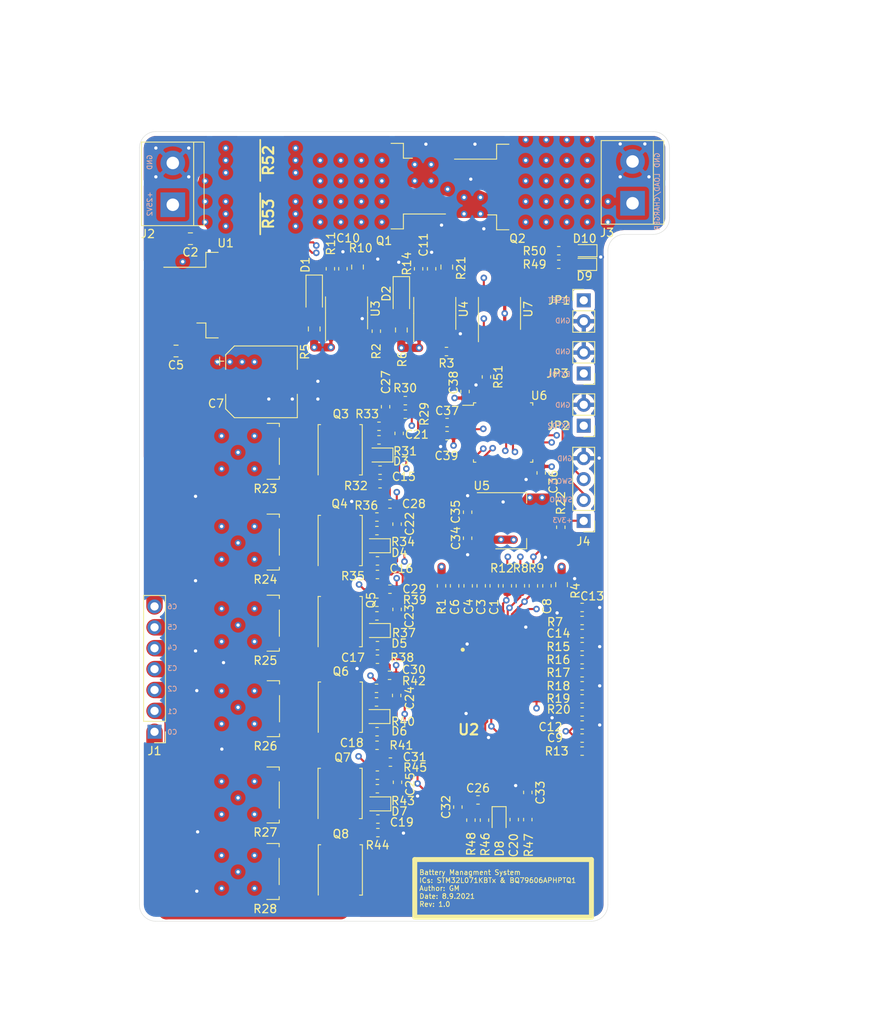
<source format=kicad_pcb>
(kicad_pcb (version 20171130) (host pcbnew "(5.1.6)-1")
  (title_block (title "BMS Evaluation") (date 2021-05-17) (rev 1))
  (layers (0 F.Cu signal) (1 In1.Cu power) (2 In2.Cu power) (31 B.Cu signal) (34 B.Paste user hide) (35 F.Paste user) (36 B.SilkS user) (37 F.SilkS user) (38 B.Mask user hide) (39 F.Mask user) (44 Edge.Cuts user))
  (net 0 "")
  (net 1 "Net-(C1-Pad2)")
  (net 2 "Net-(C3-Pad2)")
  (net 3 "Net-(C8-Pad2)")
  (net 4 "Net-(U2-Pad17)")
  (net 5 "Net-(U2-Pad18)")
  (net 6 "Net-(U2-Pad19)")
  (net 7 "Net-(U2-Pad20)")
  (net 8 "Net-(U2-Pad21)")
  (net 9 "Net-(U2-Pad22)")
  (net 10 "Net-(U2-Pad23)")
  (net 11 "Net-(U2-Pad24)")
  (net 12 "Net-(U2-Pad38)")
  (net 13 "Net-(U2-Pad47)")
  (net 14 "Net-(U3-Pad5)")
  (net 15 "Net-(U4-Pad5)")
  (net 16 "Net-(D9-Pad2)")
  (net 17 GND)
  (net 18 /+25V2)
  (net 19 "Net-(C4-Pad2)")
  (net 20 /+12V)
  (net 21 "Net-(C6-Pad2)")
  (net 22 /VLDO)
  (net 23 /VsCharge)
  (net 24 "Net-(C10-Pad2)")
  (net 25 "Net-(C11-Pad2)")
  (net 26 "Net-(C13-Pad2)")
  (net 27 "Net-(C14-Pad2)")
  (net 28 "Net-(C15-Pad1)")
  (net 29 /CELL5)
  (net 30 "Net-(C16-Pad1)")
  (net 31 /CELL4)
  (net 32 /CELL2)
  (net 33 "Net-(C17-Pad1)")
  (net 34 "Net-(C18-Pad1)")
  (net 35 /CELL3)
  (net 36 "Net-(C19-Pad1)")
  (net 37 /CELL1)
  (net 38 "Net-(C20-Pad1)")
  (net 39 /CELL0)
  (net 40 /BalancingCircuit/CB5)
  (net 41 /BalancingCircuit/CB6)
  (net 42 /BalancingCircuit/CB4)
  (net 43 /BalancingCircuit/CB3)
  (net 44 /BalancingCircuit/CB2)
  (net 45 /BalancingCircuit/CB1)
  (net 46 /BalancingCircuit/CB0)
  (net 47 /BalancingCircuit/VC5)
  (net 48 /BalancingCircuit/VC6)
  (net 49 /BalancingCircuit/VC4)
  (net 50 /BalancingCircuit/VC3)
  (net 51 /BalancingCircuit/VC2)
  (net 52 /BalancingCircuit/VC1)
  (net 53 /BalancingCircuit/VC0)
  (net 54 "Net-(C37-Pad2)")
  (net 55 "Net-(D1-Pad2)")
  (net 56 "Net-(D2-Pad2)")
  (net 57 "Net-(D10-Pad2)")
  (net 58 "Net-(J3-Pad1)")
  (net 59 "Net-(J4-Pad1)")
  (net 60 /MCU/SWDIO)
  (net 61 /MCU/SWCLK)
  (net 62 /MCU/ExtraInput2)
  (net 63 /MCU/ExtraInput1)
  (net 64 "Net-(Q1-Pad1)")
  (net 65 "Net-(Q2-Pad1)")
  (net 66 "Net-(R2-Pad2)")
  (net 67 "Net-(R3-Pad2)")
  (net 68 "Net-(R7-Pad2)")
  (net 69 /BmsRX_McuTX)
  (net 70 /BmsTX_McuRX)
  (net 71 /HODischarge)
  (net 72 /NFAULT)
  (net 73 /WAKEUP)
  (net 74 /HOCharge)
  (net 75 "Net-(R15-Pad2)")
  (net 76 "Net-(R16-Pad2)")
  (net 77 "Net-(R17-Pad2)")
  (net 78 "Net-(R18-Pad2)")
  (net 79 "Net-(R19-Pad2)")
  (net 80 "Net-(R20-Pad2)")
  (net 81 /MCU/ExtraIndicatorOutput)
  (net 82 /MCU/PowerUpIndicatorOutput)
  (net 83 "Net-(R51-Pad2)")
  (net 84 /DischargeEnable)
  (net 85 /ChargeEnable)
  (net 86 "Net-(U6-Pad2)")
  (net 87 "Net-(U6-Pad3)")
  (net 88 "Net-(U6-Pad6)")
  (net 89 "Net-(U6-Pad7)")
  (net 90 "Net-(U6-Pad10)")
  (net 91 "Net-(U6-Pad11)")
  (net 92 "Net-(U6-Pad12)")
  (net 93 "Net-(U6-Pad18)")
  (net 94 "Net-(U6-Pad21)")
  (net 95 "Net-(U6-Pad22)")
  (net 96 "Net-(U6-Pad25)")
  (net 97 "Net-(U6-Pad26)")
  (net 98 "Net-(Q3-Pad5)")
  (net 99 "Net-(Q4-Pad5)")
  (net 100 "Net-(Q5-Pad5)")
  (net 101 "Net-(Q6-Pad5)")
  (net 102 "Net-(Q7-Pad5)")
  (net 103 "Net-(Q8-Pad5)")
  (net 104 +3V3)
  (net 105 "Net-(Q1-Pad2)")
  (net 106 /MCU/Vcurrent)
  (net 107 "Net-(U7-Pad4)")
  (module "KICAD Components:RESC10052X130N" (layer F.Cu) (at 101.7 54)
    (fp_text reference R53 (at 1 0 90) (layer F.SilkS) (effects (font (size 1.27 1.27) (thickness 0.254))))
    (fp_text value CSS2H-3920R-L200F hide)
    (pad 2 smd rect (at 4.2 0) (size 2.65 5.4) (layers F.Cu F.Paste F.Mask) (net 105 "Net-(Q1-Pad2)"))
    (pad 1 smd rect (at -4.2 0) (size 2.65 5.4) (layers F.Cu F.Paste F.Mask) (net 18 /+25V2))
  )
  (module Package_TO_SOT_SMD:TO-252-2_TabPin1 (layer F.Cu) (at 101.751 93.904 180)
    (fp_text reference R24 (at -0.575 -4.55) (layer F.SilkS))
    (fp_text value 0R750)
    (pad 1 smd rect (at -4.575 -2.3 180) (size 3.5 2) (layers F.Cu F.Paste F.Mask) (net 29 /CELL5))
    (pad 2 smd rect (at -4.575 2.28 180) (size 3.5 2) (layers F.Cu F.Paste F.Mask) (net 99 "Net-(Q4-Pad5)"))
    (pad 1 smd rect (at 2.825 0 180) (size 7 7) (layers F.Cu F.Mask) (net 29 /CELL5))
  )
  (module Resistor_SMD:R_0603_1608Metric (layer F.Cu) (at 116.1515 81.4775)
    (fp_text reference R31 (at 3.1777 1.3773) (layer F.SilkS))
    (fp_text value 1k)
    (pad 1 smd roundrect (at -0.7875 0) (size 0.875 0.95) (layers F.Cu F.Paste F.Mask) (net 28 "Net-(C15-Pad1)"))
    (pad 2 smd roundrect (at 0.7875 0) (size 0.875 0.95) (layers F.Cu F.Paste F.Mask) (net 40 /BalancingCircuit/CB5))
  )
  (module Diode_SMD:D_SOD-323 (layer F.Cu) (at 116.3505 83.319 180)
    (fp_text reference D3 (at -2.4707 -0.755) (layer F.SilkS))
    (fp_text value TVS_5.1V)
    (pad 1 smd rect (at -1.05 0 180) (size 0.6 0.45) (layers F.Cu F.Paste F.Mask) (net 28 "Net-(C15-Pad1)"))
    (pad 2 smd rect (at 1.05 0 180) (size 0.6 0.45) (layers F.Cu F.Paste F.Mask) (net 29 /CELL5))
  )
  (module Resistor_SMD:R_0603_1608Metric (layer F.Cu) (at 116.2785 86.8115)
    (fp_text reference R32 (at -2.9437 0.2597) (layer F.SilkS))
    (fp_text value 100R)
    (pad 1 smd roundrect (at -0.7875 0) (size 0.875 0.95) (layers F.Cu F.Paste F.Mask) (net 29 /CELL5))
    (pad 2 smd roundrect (at 0.7875 0) (size 0.875 0.95) (layers F.Cu F.Paste F.Mask) (net 40 /BalancingCircuit/CB5))
  )
  (module Package_TO_SOT_SMD:TDSON-8-1 (layer F.Cu) (at 111.427 82.684 90)
    (fp_text reference Q3 (at 4.3504 0.079) (layer F.SilkS))
    (fp_text value CSD16342Q5A)
    (pad 1 smd rect (at -2.9 -1.905 90) (size 0.85 0.5) (layers F.Cu F.Paste F.Mask) (net 29 /CELL5))
    (pad 2 smd rect (at -2.9 -0.635 90) (size 0.85 0.5) (layers F.Cu F.Paste F.Mask) (net 29 /CELL5))
    (pad 3 smd rect (at -2.9 0.635 90) (size 0.85 0.5) (layers F.Cu F.Paste F.Mask) (net 29 /CELL5))
    (pad 4 smd rect (at -2.9 1.905 90) (size 0.85 0.5) (layers F.Cu F.Paste F.Mask) (net 28 "Net-(C15-Pad1)"))
    (pad 5 smd rect (at 1.05 0 90) (size 4.55 4.41) (layers F.Cu) (net 98 "Net-(Q3-Pad5)"))
  )
  (module Resistor_SMD:R_0603_1608Metric (layer F.Cu) (at 116.1515 79.8265)
    (fp_text reference R33 (at -1.4451 -1.4929 180) (layer F.SilkS))
    (fp_text value 400R)
    (pad 1 smd roundrect (at -0.7875 0) (size 0.875 0.95) (layers F.Cu F.Paste F.Mask) (net 29 /CELL5))
    (pad 2 smd roundrect (at 0.7875 0) (size 0.875 0.95) (layers F.Cu F.Paste F.Mask) (net 47 /BalancingCircuit/VC5))
  )
  (module Capacitor_SMD:C_0603_1608Metric (layer F.Cu) (at 118.6025 80.69 270)
    (fp_text reference C21 (at 0.1328 -2.1491 180) (layer F.SilkS))
    (fp_text value 1uF)
    (pad 1 smd roundrect (at -0.7875 0 270) (size 0.875 0.95) (layers F.Cu F.Paste F.Mask) (net 41 /BalancingCircuit/CB6))
    (pad 2 smd roundrect (at 0.7875 0 270) (size 0.875 0.95) (layers F.Cu F.Paste F.Mask) (net 40 /BalancingCircuit/CB5))
  )
  (module Capacitor_SMD:C_0603_1608Metric (layer F.Cu) (at 116.2785 85.1605 180)
    (fp_text reference C15 (at -2.8983 -0.7931) (layer F.SilkS))
    (fp_text value 1nF)
    (pad 1 smd roundrect (at -0.7875 0 180) (size 0.875 0.95) (layers F.Cu F.Paste F.Mask) (net 28 "Net-(C15-Pad1)"))
    (pad 2 smd roundrect (at 0.7875 0 180) (size 0.875 0.95) (layers F.Cu F.Paste F.Mask) (net 29 /CELL5))
  )
  (module Capacitor_SMD:C_0603_1608Metric (layer F.Cu) (at 116.9515 77.4515 270)
    (fp_text reference C27 (at -2.9787 -0.0409 90) (layer F.SilkS))
    (fp_text value 1uF)
    (pad 1 smd roundrect (at -0.7875 0 270) (size 0.875 0.95) (layers F.Cu F.Paste F.Mask) (net 48 /BalancingCircuit/VC6))
    (pad 2 smd roundrect (at 0.7875 0 270) (size 0.875 0.95) (layers F.Cu F.Paste F.Mask) (net 47 /BalancingCircuit/VC5))
  )
  (module Package_TO_SOT_SMD:TO-252-2_TabPin1 (layer F.Cu) (at 101.751 82.871 180)
    (fp_text reference R23 (at -0.575 -4.55) (layer F.SilkS))
    (fp_text value 0R750)
    (pad 1 smd rect (at 2.825 0 180) (size 7 7) (layers F.Cu F.Mask) (net 18 /+25V2))
    (pad 2 smd rect (at -4.575 2.28 180) (size 3.5 2) (layers F.Cu F.Paste F.Mask) (net 98 "Net-(Q3-Pad5)"))
    (pad 1 smd rect (at -4.575 -2.3 180) (size 3.5 2) (layers F.Cu F.Paste F.Mask) (net 18 /+25V2))
  )
  (module Resistor_SMD:R_0603_1608Metric (layer F.Cu) (at 115.8975 92.5105)
    (fp_text reference R34 (at 3.1777 1.3679) (layer F.SilkS))
    (fp_text value 1k)
    (pad 2 smd roundrect (at 0.7875 0) (size 0.875 0.95) (layers F.Cu F.Paste F.Mask) (net 42 /BalancingCircuit/CB4))
    (pad 1 smd roundrect (at -0.7875 0) (size 0.875 0.95) (layers F.Cu F.Paste F.Mask) (net 30 "Net-(C16-Pad1)"))
  )
  (module Diode_SMD:D_SOD-323 (layer F.Cu) (at 116.033 94.352 180)
    (fp_text reference D4 (at -2.585 -0.8472) (layer F.SilkS))
    (fp_text value TVS_5.1V)
    (pad 2 smd rect (at 1.05 0 180) (size 0.6 0.45) (layers F.Cu F.Paste F.Mask) (net 31 /CELL4))
    (pad 1 smd rect (at -1.05 0 180) (size 0.6 0.45) (layers F.Cu F.Paste F.Mask) (net 30 "Net-(C16-Pad1)"))
  )
  (module Package_TO_SOT_SMD:TDSON-8-1 (layer F.Cu) (at 111.427 93.717 90)
    (fp_text reference Q4 (at 4.4614 -0.0734) (layer F.SilkS))
    (fp_text value CSD16342Q5A)
    (pad 5 smd rect (at 1.05 0 90) (size 4.55 4.41) (layers F.Cu) (net 99 "Net-(Q4-Pad5)"))
    (pad 4 smd rect (at -2.9 1.905 90) (size 0.85 0.5) (layers F.Cu F.Paste F.Mask) (net 30 "Net-(C16-Pad1)"))
    (pad 3 smd rect (at -2.9 0.635 90) (size 0.85 0.5) (layers F.Cu F.Paste F.Mask) (net 31 /CELL4))
    (pad 2 smd rect (at -2.9 -0.635 90) (size 0.85 0.5) (layers F.Cu F.Paste F.Mask) (net 31 /CELL4))
    (pad 1 smd rect (at -2.9 -1.905 90) (size 0.85 0.5) (layers F.Cu F.Paste F.Mask) (net 31 /CELL4))
  )
  (module Capacitor_SMD:C_0603_1608Metric (layer F.Cu) (at 117.485 89.272 180)
    (fp_text reference C28 (at -2.911 0.0164) (layer F.SilkS))
    (fp_text value 1uF)
    (pad 2 smd roundrect (at 0.7875 0 180) (size 0.875 0.95) (layers F.Cu F.Paste F.Mask) (net 49 /BalancingCircuit/VC4))
    (pad 1 smd roundrect (at -0.7875 0 180) (size 0.875 0.95) (layers F.Cu F.Paste F.Mask) (net 47 /BalancingCircuit/VC5))
  )
  (module Capacitor_SMD:C_0603_1608Metric (layer F.Cu) (at 118.3485 91.723 270)
    (fp_text reference C22 (at -0.029 -1.5395 90) (layer F.SilkS))
    (fp_text value 1uF)
    (pad 2 smd roundrect (at 0.7875 0 270) (size 0.875 0.95) (layers F.Cu F.Paste F.Mask) (net 42 /BalancingCircuit/CB4))
    (pad 1 smd roundrect (at -0.7875 0 270) (size 0.875 0.95) (layers F.Cu F.Paste F.Mask) (net 40 /BalancingCircuit/CB5))
  )
  (module Resistor_SMD:R_0603_1608Metric (layer F.Cu) (at 115.8975 90.8595)
    (fp_text reference R36 (at -1.2927 -1.4007 180) (layer F.SilkS))
    (fp_text value 400R)
    (pad 2 smd roundrect (at 0.7875 0) (size 0.875 0.95) (layers F.Cu F.Paste F.Mask) (net 49 /BalancingCircuit/VC4))
    (pad 1 smd roundrect (at -0.7875 0) (size 0.875 0.95) (layers F.Cu F.Paste F.Mask) (net 31 /CELL4))
  )
  (module Resistor_SMD:R_0603_1608Metric (layer F.Cu) (at 115.961 97.8445)
    (fp_text reference R35 (at -2.9818 0.1995) (layer F.SilkS))
    (fp_text value 100R)
    (pad 2 smd roundrect (at 0.7875 0) (size 0.875 0.95) (layers F.Cu F.Paste F.Mask) (net 42 /BalancingCircuit/CB4))
    (pad 1 smd roundrect (at -0.7875 0) (size 0.875 0.95) (layers F.Cu F.Paste F.Mask) (net 31 /CELL4))
  )
  (module Capacitor_SMD:C_0603_1608Metric (layer F.Cu) (at 115.961 96.1935 180)
    (fp_text reference C16 (at -2.911 -0.9361) (layer F.SilkS))
    (fp_text value 1nF)
    (pad 2 smd roundrect (at 0.7875 0 180) (size 0.875 0.95) (layers F.Cu F.Paste F.Mask) (net 31 /CELL4))
    (pad 1 smd roundrect (at -0.7875 0 180) (size 0.875 0.95) (layers F.Cu F.Paste F.Mask) (net 30 "Net-(C16-Pad1)"))
  )
  (module Resistor_SMD:R_0603_1608Metric (layer F.Cu) (at 115.8975 102.877)
    (fp_text reference R37 (at 3.2793 2.0758) (layer F.SilkS))
    (fp_text value 1k)
    (pad 1 smd roundrect (at -0.7875 0) (size 0.875 0.95) (layers F.Cu F.Paste F.Mask) (net 33 "Net-(C17-Pad1)"))
    (pad 2 smd roundrect (at 0.7875 0) (size 0.875 0.95) (layers F.Cu F.Paste F.Mask) (net 43 /BalancingCircuit/CB3))
  )
  (module Diode_SMD:D_SOD-323 (layer F.Cu) (at 116.033 104.655 180)
    (fp_text reference D5 (at -2.585 -1.5678) (layer F.SilkS))
    (fp_text value TVS_5.1V)
    (pad 1 smd rect (at -1.05 0 180) (size 0.6 0.45) (layers F.Cu F.Paste F.Mask) (net 33 "Net-(C17-Pad1)"))
    (pad 2 smd rect (at 1.05 0 180) (size 0.6 0.45) (layers F.Cu F.Paste F.Mask) (net 35 /CELL3))
  )
  (module Package_TO_SOT_SMD:TO-252-2_TabPin1 (layer F.Cu) (at 101.751 103.7625 180)
    (fp_text reference R25 (at -0.575 -4.55) (layer F.SilkS))
    (fp_text value 0R750)
    (pad 1 smd rect (at 2.825 0 180) (size 7 7) (layers F.Cu F.Mask) (net 31 /CELL4))
    (pad 2 smd rect (at -4.575 2.28 180) (size 3.5 2) (layers F.Cu F.Paste F.Mask) (net 100 "Net-(Q5-Pad5)"))
    (pad 1 smd rect (at -4.575 -2.3 180) (size 3.5 2) (layers F.Cu F.Paste F.Mask) (net 31 /CELL4))
  )
  (module Capacitor_SMD:C_0603_1608Metric (layer F.Cu) (at 118.3485 102.0895 270)
    (fp_text reference C23 (at 0.8313 -1.4887 90) (layer F.SilkS))
    (fp_text value 1uF)
    (pad 1 smd roundrect (at -0.7875 0 270) (size 0.875 0.95) (layers F.Cu F.Paste F.Mask) (net 42 /BalancingCircuit/CB4))
    (pad 2 smd roundrect (at 0.7875 0 270) (size 0.875 0.95) (layers F.Cu F.Paste F.Mask) (net 43 /BalancingCircuit/CB3))
  )
  (module Capacitor_SMD:C_0603_1608Metric (layer F.Cu) (at 115.961 106.4965 180)
    (fp_text reference C17 (at 2.9818 -1.4535) (layer F.SilkS))
    (fp_text value 1nF)
    (pad 1 smd roundrect (at -0.7875 0 180) (size 0.875 0.95) (layers F.Cu F.Paste F.Mask) (net 33 "Net-(C17-Pad1)"))
    (pad 2 smd roundrect (at 0.7875 0 180) (size 0.875 0.95) (layers F.Cu F.Paste F.Mask) (net 35 /CELL3))
  )
  (module Package_TO_SOT_SMD:TDSON-8-1 (layer F.Cu) (at 111.427 103.5755 90)
    (fp_text reference Q5 (at 2.6035 3.7465 270) (layer F.SilkS))
    (fp_text value CSD16342Q5A)
    (pad 1 smd rect (at -2.9 -1.905 90) (size 0.85 0.5) (layers F.Cu F.Paste F.Mask) (net 35 /CELL3))
    (pad 2 smd rect (at -2.9 -0.635 90) (size 0.85 0.5) (layers F.Cu F.Paste F.Mask) (net 35 /CELL3))
    (pad 3 smd rect (at -2.9 0.635 90) (size 0.85 0.5) (layers F.Cu F.Paste F.Mask) (net 35 /CELL3))
    (pad 4 smd rect (at -2.9 1.905 90) (size 0.85 0.5) (layers F.Cu F.Paste F.Mask) (net 33 "Net-(C17-Pad1)"))
    (pad 5 smd rect (at 1.05 0 90) (size 4.55 4.41) (layers F.Cu) (net 100 "Net-(Q5-Pad5)"))
  )
  (module Capacitor_SMD:C_0603_1608Metric (layer F.Cu) (at 117.485 99.6315 180)
    (fp_text reference C29 (at -2.9618 0.0127) (layer F.SilkS))
    (fp_text value 1uF)
    (pad 1 smd roundrect (at -0.7875 0 180) (size 0.875 0.95) (layers F.Cu F.Paste F.Mask) (net 49 /BalancingCircuit/VC4))
    (pad 2 smd roundrect (at 0.7875 0 180) (size 0.875 0.95) (layers F.Cu F.Paste F.Mask) (net 50 /BalancingCircuit/VC3))
  )
  (module Resistor_SMD:R_0603_1608Metric (layer F.Cu) (at 115.8975 101.226)
    (fp_text reference R39 (at 4.6001 -0.2864 180) (layer F.SilkS))
    (fp_text value 400R)
    (pad 1 smd roundrect (at -0.7875 0) (size 0.875 0.95) (layers F.Cu F.Paste F.Mask) (net 35 /CELL3))
    (pad 2 smd roundrect (at 0.7875 0) (size 0.875 0.95) (layers F.Cu F.Paste F.Mask) (net 50 /BalancingCircuit/VC3))
  )
  (module Resistor_SMD:R_0603_1608Metric (layer F.Cu) (at 115.961 108.1475)
    (fp_text reference R38 (at 3.0126 -0.1975) (layer F.SilkS))
    (fp_text value 100R)
    (pad 1 smd roundrect (at -0.7875 0) (size 0.875 0.95) (layers F.Cu F.Paste F.Mask) (net 35 /CELL3))
    (pad 2 smd roundrect (at 0.7875 0) (size 0.875 0.95) (layers F.Cu F.Paste F.Mask) (net 43 /BalancingCircuit/CB3))
  )
  (module Resistor_SMD:R_0603_1608Metric (layer F.Cu) (at 115.849 113.3395)
    (fp_text reference R40 (at 3.2262 2.3829) (layer F.SilkS))
    (fp_text value 1k)
    (pad 2 smd roundrect (at 0.7875 0) (size 0.875 0.95) (layers F.Cu F.Paste F.Mask) (net 44 /BalancingCircuit/CB2))
    (pad 1 smd roundrect (at -0.7875 0) (size 0.875 0.95) (layers F.Cu F.Paste F.Mask) (net 34 "Net-(C18-Pad1)"))
  )
  (module Diode_SMD:D_SOD-323 (layer F.Cu) (at 115.9845 115.1175 180)
    (fp_text reference D6 (at -2.6335 -1.7733) (layer F.SilkS))
    (fp_text value TVS_5.1V)
    (pad 2 smd rect (at 1.05 0 180) (size 0.6 0.45) (layers F.Cu F.Paste F.Mask) (net 32 /CELL2))
    (pad 1 smd rect (at -1.05 0 180) (size 0.6 0.45) (layers F.Cu F.Paste F.Mask) (net 34 "Net-(C18-Pad1)"))
  )
  (module Resistor_SMD:R_0603_1608Metric (layer F.Cu) (at 115.9125 118.61)
    (fp_text reference R41 (at 2.9595 0.008) (layer F.SilkS))
    (fp_text value 100R)
    (pad 2 smd roundrect (at 0.7875 0) (size 0.875 0.95) (layers F.Cu F.Paste F.Mask) (net 44 /BalancingCircuit/CB2))
    (pad 1 smd roundrect (at -0.7875 0) (size 0.875 0.95) (layers F.Cu F.Paste F.Mask) (net 32 /CELL2))
  )
  (module Capacitor_SMD:C_0603_1608Metric (layer F.Cu) (at 115.9125 116.959 180)
    (fp_text reference C18 (at 3.0735 -1.3542) (layer F.SilkS))
    (fp_text value 1nF)
    (pad 2 smd roundrect (at 0.7875 0 180) (size 0.875 0.95) (layers F.Cu F.Paste F.Mask) (net 32 /CELL2))
    (pad 1 smd roundrect (at -0.7875 0 180) (size 0.875 0.95) (layers F.Cu F.Paste F.Mask) (net 34 "Net-(C18-Pad1)"))
  )
  (module Package_TO_SOT_SMD:TO-252-2_TabPin1 (layer F.Cu) (at 101.766 114.1615 180)
    (fp_text reference R26 (at -0.575 -4.55) (layer F.SilkS))
    (fp_text value 0R750)
    (pad 1 smd rect (at -4.575 -2.3 180) (size 3.5 2) (layers F.Cu F.Paste F.Mask) (net 35 /CELL3))
    (pad 2 smd rect (at -4.575 2.28 180) (size 3.5 2) (layers F.Cu F.Paste F.Mask) (net 101 "Net-(Q6-Pad5)"))
    (pad 1 smd rect (at 2.825 0 180) (size 7 7) (layers F.Cu F.Mask) (net 35 /CELL3))
  )
  (module Package_TO_SOT_SMD:TDSON-8-1 (layer F.Cu) (at 111.442 113.9745 90)
    (fp_text reference Q6 (at 4.3481 0.064) (layer F.SilkS))
    (fp_text value CSD16342Q5A)
    (pad 5 smd rect (at 1.05 0 90) (size 4.55 4.41) (layers F.Cu) (net 101 "Net-(Q6-Pad5)"))
    (pad 4 smd rect (at -2.9 1.905 90) (size 0.85 0.5) (layers F.Cu F.Paste F.Mask) (net 34 "Net-(C18-Pad1)"))
    (pad 3 smd rect (at -2.9 0.635 90) (size 0.85 0.5) (layers F.Cu F.Paste F.Mask) (net 32 /CELL2))
    (pad 2 smd rect (at -2.9 -0.635 90) (size 0.85 0.5) (layers F.Cu F.Paste F.Mask) (net 32 /CELL2))
    (pad 1 smd rect (at -2.9 -1.905 90) (size 0.85 0.5) (layers F.Cu F.Paste F.Mask) (net 32 /CELL2))
  )
  (module Resistor_SMD:R_0603_1608Metric (layer F.Cu) (at 115.849 111.6885)
    (fp_text reference R42 (at 4.547 -0.8937 180) (layer F.SilkS))
    (fp_text value 400R)
    (pad 2 smd roundrect (at 0.7875 0) (size 0.875 0.95) (layers F.Cu F.Paste F.Mask) (net 51 /BalancingCircuit/VC2))
    (pad 1 smd roundrect (at -0.7875 0) (size 0.875 0.95) (layers F.Cu F.Paste F.Mask) (net 32 /CELL2))
  )
  (module Capacitor_SMD:C_0603_1608Metric (layer F.Cu) (at 118.3 112.552 270)
    (fp_text reference C24 (at 0.3256 -1.588 90) (layer F.SilkS))
    (fp_text value 1uF)
    (pad 2 smd roundrect (at 0.7875 0 270) (size 0.875 0.95) (layers F.Cu F.Paste F.Mask) (net 44 /BalancingCircuit/CB2))
    (pad 1 smd roundrect (at -0.7875 0 270) (size 0.875 0.95) (layers F.Cu F.Paste F.Mask) (net 43 /BalancingCircuit/CB3))
  )
  (module Capacitor_SMD:C_0603_1608Metric (layer F.Cu) (at 117.4365 110.101 180)
    (fp_text reference C30 (at -2.9595 0.6778) (layer F.SilkS))
    (fp_text value 1uF)
    (pad 2 smd roundrect (at 0.7875 0 180) (size 0.875 0.95) (layers F.Cu F.Paste F.Mask) (net 51 /BalancingCircuit/VC2))
    (pad 1 smd roundrect (at -0.7875 0 180) (size 0.875 0.95) (layers F.Cu F.Paste F.Mask) (net 50 /BalancingCircuit/VC3))
  )
  (module Package_TO_SOT_SMD:TDSON-8-1 (layer F.Cu) (at 111.4175 124.4645 90)
    (fp_text reference Q7 (at 4.3733 0.2917) (layer F.SilkS))
    (fp_text value CSD16342Q5A)
    (pad 1 smd rect (at -2.9 -1.905 90) (size 0.85 0.5) (layers F.Cu F.Paste F.Mask) (net 37 /CELL1))
    (pad 2 smd rect (at -2.9 -0.635 90) (size 0.85 0.5) (layers F.Cu F.Paste F.Mask) (net 37 /CELL1))
    (pad 3 smd rect (at -2.9 0.635 90) (size 0.85 0.5) (layers F.Cu F.Paste F.Mask) (net 37 /CELL1))
    (pad 4 smd rect (at -2.9 1.905 90) (size 0.85 0.5) (layers F.Cu F.Paste F.Mask) (net 36 "Net-(C19-Pad1)"))
    (pad 5 smd rect (at 1.05 0 90) (size 4.55 4.41) (layers F.Cu) (net 102 "Net-(Q7-Pad5)"))
  )
  (module Resistor_SMD:R_0603_1608Metric (layer F.Cu) (at 115.9515 123.893)
    (fp_text reference R43 (at 3.1237 1.4814) (layer F.SilkS))
    (fp_text value 1k)
    (pad 1 smd roundrect (at -0.7875 0) (size 0.875 0.95) (layers F.Cu F.Paste F.Mask) (net 36 "Net-(C19-Pad1)"))
    (pad 2 smd roundrect (at 0.7875 0) (size 0.875 0.95) (layers F.Cu F.Paste F.Mask) (net 45 /BalancingCircuit/CB1))
  )
  (module Resistor_SMD:R_0603_1608Metric (layer F.Cu) (at 115.9515 122.242)
    (fp_text reference R45 (at 4.5969 -0.9316 180) (layer F.SilkS))
    (fp_text value 400R)
    (pad 1 smd roundrect (at -0.7875 0) (size 0.875 0.95) (layers F.Cu F.Paste F.Mask) (net 37 /CELL1))
    (pad 2 smd roundrect (at 0.7875 0) (size 0.875 0.95) (layers F.Cu F.Paste F.Mask) (net 52 /BalancingCircuit/VC1))
  )
  (module Resistor_SMD:R_0603_1608Metric (layer F.Cu) (at 116.015 129.227)
    (fp_text reference R44 (at -0.0386 1.5322) (layer F.SilkS))
    (fp_text value 100R)
    (pad 1 smd roundrect (at -0.7875 0) (size 0.875 0.95) (layers F.Cu F.Paste F.Mask) (net 37 /CELL1))
    (pad 2 smd roundrect (at 0.7875 0) (size 0.875 0.95) (layers F.Cu F.Paste F.Mask) (net 45 /BalancingCircuit/CB1))
  )
  (module Capacitor_SMD:C_0603_1608Metric (layer F.Cu) (at 117.539 120.6545 180)
    (fp_text reference C31 (at -2.9586 0.6141) (layer F.SilkS))
    (fp_text value 1uF)
    (pad 1 smd roundrect (at -0.7875 0 180) (size 0.875 0.95) (layers F.Cu F.Paste F.Mask) (net 51 /BalancingCircuit/VC2))
    (pad 2 smd roundrect (at 0.7875 0 180) (size 0.875 0.95) (layers F.Cu F.Paste F.Mask) (net 52 /BalancingCircuit/VC1))
  )
  (module Capacitor_SMD:C_0603_1608Metric (layer F.Cu) (at 118.4025 123.1055 270)
    (fp_text reference C25 (at 0.2369 -1.5363 90) (layer F.SilkS))
    (fp_text value 1uF)
    (pad 1 smd roundrect (at -0.7875 0 270) (size 0.875 0.95) (layers F.Cu F.Paste F.Mask) (net 44 /BalancingCircuit/CB2))
    (pad 2 smd roundrect (at 0.7875 0 270) (size 0.875 0.95) (layers F.Cu F.Paste F.Mask) (net 45 /BalancingCircuit/CB1))
  )
  (module Capacitor_SMD:C_0603_1608Metric (layer F.Cu) (at 116.015 127.576 180)
    (fp_text reference C19 (at -2.9078 -0.3892) (layer F.SilkS))
    (fp_text value 1nF)
    (pad 1 smd roundrect (at -0.7875 0 180) (size 0.875 0.95) (layers F.Cu F.Paste F.Mask) (net 36 "Net-(C19-Pad1)"))
    (pad 2 smd roundrect (at 0.7875 0 180) (size 0.875 0.95) (layers F.Cu F.Paste F.Mask) (net 37 /CELL1))
  )
  (module Diode_SMD:D_SOD-323 (layer F.Cu) (at 116.087 125.7345 180)
    (fp_text reference D7 (at -2.531 -0.9099) (layer F.SilkS))
    (fp_text value TVS_5.1V)
    (pad 1 smd rect (at -1.05 0 180) (size 0.6 0.45) (layers F.Cu F.Paste F.Mask) (net 36 "Net-(C19-Pad1)"))
    (pad 2 smd rect (at 1.05 0 180) (size 0.6 0.45) (layers F.Cu F.Paste F.Mask) (net 37 /CELL1))
  )
  (module Package_TO_SOT_SMD:TO-252-2_TabPin1 (layer F.Cu) (at 101.7415 124.6515 180)
    (fp_text reference R27 (at -0.575 -4.55) (layer F.SilkS))
    (fp_text value 0R750)
    (pad 1 smd rect (at 2.825 0 180) (size 7 7) (layers F.Cu F.Mask) (net 32 /CELL2))
    (pad 2 smd rect (at -4.575 2.28 180) (size 3.5 2) (layers F.Cu F.Paste F.Mask) (net 102 "Net-(Q7-Pad5)"))
    (pad 1 smd rect (at -4.575 -2.3 180) (size 3.5 2) (layers F.Cu F.Paste F.Mask) (net 32 /CELL2))
  )
  (module Capacitor_SMD:C_0603_1608Metric (layer F.Cu) (at 130.175 99.225 270)
    (fp_text reference C1 (at 2.5782 0.0254 90) (layer F.SilkS))
    (fp_text value "2.2uF 10V")
    (pad 2 smd roundrect (at 0.7875 0 270) (size 0.875 0.95) (layers F.Cu F.Paste F.Mask) (net 1 "Net-(C1-Pad2)"))
    (pad 1 smd roundrect (at -0.7875 0 270) (size 0.875 0.95) (layers F.Cu F.Paste F.Mask) (net 17 GND))
  )
  (module Capacitor_SMD:C_0805_2012Metric (layer F.Cu) (at 93.203 57.023 180)
    (fp_text reference C2 (at 0 -1.65) (layer F.SilkS))
    (fp_text value 0.33uF)
    (pad 2 smd roundrect (at 0.9375 0 180) (size 0.975 1.4) (layers F.Cu F.Paste F.Mask) (net 18 /+25V2))
    (pad 1 smd roundrect (at -0.9375 0 180) (size 0.975 1.4) (layers F.Cu F.Paste F.Mask) (net 17 GND))
  )
  (module Capacitor_SMD:C_0603_1608Metric (layer F.Cu) (at 128.5875 99.225 270)
    (fp_text reference C3 (at 2.5782 0.0127 90) (layer F.SilkS))
    (fp_text value "2.2uF 10V")
    (pad 2 smd roundrect (at 0.7875 0 270) (size 0.875 0.95) (layers F.Cu F.Paste F.Mask) (net 2 "Net-(C3-Pad2)"))
    (pad 1 smd roundrect (at -0.7875 0 270) (size 0.875 0.95) (layers F.Cu F.Paste F.Mask) (net 17 GND))
  )
  (module Capacitor_SMD:C_0603_1608Metric (layer F.Cu) (at 127 99.225 270)
    (fp_text reference C4 (at 2.5274 -0.0508 90) (layer F.SilkS))
    (fp_text value "2.2uF 10V")
    (pad 2 smd roundrect (at 0.7875 0 270) (size 0.875 0.95) (layers F.Cu F.Paste F.Mask) (net 19 "Net-(C4-Pad2)"))
    (pad 1 smd roundrect (at -0.7875 0 270) (size 0.875 0.95) (layers F.Cu F.Paste F.Mask) (net 17 GND))
  )
  (module Capacitor_SMD:C_0805_2012Metric (layer F.Cu) (at 91.455 70.6755)
    (fp_text reference C5 (at -0.015 1.7145) (layer F.SilkS))
    (fp_text value 0.1uF)
    (pad 2 smd roundrect (at 0.9375 0) (size 0.975 1.4) (layers F.Cu F.Paste F.Mask) (net 20 /+12V))
    (pad 1 smd roundrect (at -0.9375 0) (size 0.975 1.4) (layers F.Cu F.Paste F.Mask) (net 17 GND))
  )
  (module Capacitor_SMD:C_0603_1608Metric (layer F.Cu) (at 125.349 99.225 270)
    (fp_text reference C6 (at 2.5782 -0.0254 90) (layer F.SilkS))
    (fp_text value "330nF 50V")
    (pad 2 smd roundrect (at 0.7875 0 270) (size 0.875 0.95) (layers F.Cu F.Paste F.Mask) (net 21 "Net-(C6-Pad2)"))
    (pad 1 smd roundrect (at -0.7875 0 270) (size 0.875 0.95) (layers F.Cu F.Paste F.Mask) (net 17 GND))
  )
  (module Capacitor_SMD:CP_Elec_8x10.5 (layer F.Cu) (at 101.854 74.422)
    (fp_text reference C7 (at -5.5372 2.6416) (layer F.SilkS))
    (fp_text value 100uF)
    (pad 2 smd roundrect (at 3.7 0) (size 4.4 2.5) (layers F.Cu F.Paste F.Mask) (roundrect_rratio 0.1) (net 17 GND))
    (pad 1 smd roundrect (at -3.7 0) (size 4.4 2.5) (layers F.Cu F.Paste F.Mask) (roundrect_rratio 0.1) (net 20 /+12V))
  )
  (module Capacitor_SMD:C_0603_1608Metric (layer F.Cu) (at 136.5885 99.225 270)
    (fp_text reference C8 (at 2.4766 -0.0127 90) (layer F.SilkS))
    (fp_text value "330nF 50V")
    (pad 2 smd roundrect (at 0.7875 0 270) (size 0.875 0.95) (layers F.Cu F.Paste F.Mask) (net 3 "Net-(C8-Pad2)"))
    (pad 1 smd roundrect (at -0.7875 0 270) (size 0.875 0.95) (layers F.Cu F.Paste F.Mask) (net 17 GND))
  )
  (module Capacitor_SMD:C_0603_1608Metric (layer F.Cu) (at 140.8685 117.729 180)
    (fp_text reference C9 (at 3.3021 0.0254) (layer F.SilkS))
    (fp_text value "2.2uF 10V")
    (pad 2 smd roundrect (at 0.7875 0 180) (size 0.875 0.95) (layers F.Cu F.Paste F.Mask) (net 22 /VLDO))
    (pad 1 smd roundrect (at -0.7875 0 180) (size 0.875 0.95) (layers F.Cu F.Paste F.Mask) (net 17 GND))
  )
  (module Capacitor_SMD:C_0805_2012Metric (layer F.Cu) (at 113.538 60.467 90)
    (fp_text reference C10 (at 3.5075 -1.143 180) (layer F.SilkS))
    (fp_text value 1uF)
    (pad 2 smd roundrect (at 0.9375 0 90) (size 0.975 1.4) (layers F.Cu F.Paste F.Mask) (net 24 "Net-(C10-Pad2)"))
    (pad 1 smd roundrect (at -0.9375 0 90) (size 0.975 1.4) (layers F.Cu F.Paste F.Mask) (net 23 /VsCharge))
  )
  (module Capacitor_SMD:C_0805_2012Metric (layer F.Cu) (at 124.3965 60.467 90)
    (fp_text reference C11 (at 2.7074 -2.8321 90) (layer F.SilkS))
    (fp_text value 1uF)
    (pad 2 smd roundrect (at 0.9375 0 90) (size 0.975 1.4) (layers F.Cu F.Paste F.Mask) (net 25 "Net-(C11-Pad2)"))
    (pad 1 smd roundrect (at -0.9375 0 90) (size 0.975 1.4) (layers F.Cu F.Paste F.Mask) (net 23 /VsCharge))
  )
  (module Capacitor_SMD:C_0603_1608Metric (layer F.Cu) (at 140.8685 116.1415 180)
    (fp_text reference C12 (at 3.8609 -0.2413) (layer F.SilkS))
    (fp_text value "2.2uF 10V")
    (pad 2 smd roundrect (at 0.7875 0 180) (size 0.875 0.95) (layers F.Cu F.Paste F.Mask) (net 22 /VLDO))
    (pad 1 smd roundrect (at -0.7875 0 180) (size 0.875 0.95) (layers F.Cu F.Paste F.Mask) (net 17 GND))
  )
  (module Capacitor_SMD:C_0603_1608Metric (layer F.Cu) (at 140.8685 101.854 180)
    (fp_text reference C13 (at -1.2191 1.3716) (layer F.SilkS))
    (fp_text value "2.2uF 10V")
    (pad 2 smd roundrect (at 0.7875 0 180) (size 0.875 0.95) (layers F.Cu F.Paste F.Mask) (net 26 "Net-(C13-Pad2)"))
    (pad 1 smd roundrect (at -0.7875 0 180) (size 0.875 0.95) (layers F.Cu F.Paste F.Mask) (net 17 GND))
  )
  (module Capacitor_SMD:C_0603_1608Metric (layer F.Cu) (at 140.8685 105.029 180)
    (fp_text reference C14 (at 2.8957 0.0254) (layer F.SilkS))
    (fp_text value "2.2uF 10V")
    (pad 2 smd roundrect (at 0.7875 0 180) (size 0.875 0.95) (layers F.Cu F.Paste F.Mask) (net 27 "Net-(C14-Pad2)"))
    (pad 1 smd roundrect (at -0.7875 0 180) (size 0.875 0.95) (layers F.Cu F.Paste F.Mask) (net 17 GND))
  )
  (module Capacitor_SMD:C_0603_1608Metric (layer F.Cu) (at 132.605 127.6425 270)
    (fp_text reference C20 (at 3.1167 0.0678 90) (layer F.SilkS))
    (fp_text value 1nF)
    (pad 2 smd roundrect (at 0.7875 0 270) (size 0.875 0.95) (layers F.Cu F.Paste F.Mask) (net 39 /CELL0))
    (pad 1 smd roundrect (at -0.7875 0 270) (size 0.875 0.95) (layers F.Cu F.Paste F.Mask) (net 38 "Net-(C20-Pad1)"))
  )
  (module Capacitor_SMD:C_0603_1608Metric (layer F.Cu) (at 128.198 125.255)
    (fp_text reference C26 (at 0 -1.43) (layer F.SilkS))
    (fp_text value 1uF)
    (pad 2 smd roundrect (at 0.7875 0) (size 0.875 0.95) (layers F.Cu F.Paste F.Mask) (net 46 /BalancingCircuit/CB0))
    (pad 1 smd roundrect (at -0.7875 0) (size 0.875 0.95) (layers F.Cu F.Paste F.Mask) (net 45 /BalancingCircuit/CB1))
  )
  (module Capacitor_SMD:C_0603_1608Metric (layer F.Cu) (at 125.747 126.1185 270)
    (fp_text reference C32 (at 0 1.4394 90) (layer F.SilkS))
    (fp_text value 1uF)
    (pad 2 smd roundrect (at 0.7875 0 270) (size 0.875 0.95) (layers F.Cu F.Paste F.Mask) (net 53 /BalancingCircuit/VC0))
    (pad 1 smd roundrect (at -0.7875 0 270) (size 0.875 0.95) (layers F.Cu F.Paste F.Mask) (net 52 /BalancingCircuit/VC1))
  )
  (module Capacitor_SMD:C_0603_1608Metric (layer F.Cu) (at 134.256 124.3405 90)
    (fp_text reference C33 (at -0.0255 1.524 90) (layer F.SilkS))
    (fp_text value "470nF 16V")
    (pad 2 smd roundrect (at 0.7875 0 90) (size 0.875 0.95) (layers F.Cu F.Paste F.Mask) (net 17 GND))
    (pad 1 smd roundrect (at -0.7875 0 90) (size 0.875 0.95) (layers F.Cu F.Paste F.Mask) (net 46 /BalancingCircuit/CB0))
  )
  (module Capacitor_SMD:C_0603_1608Metric (layer F.Cu) (at 126.9365 93.434 90)
    (fp_text reference C34 (at 0 -1.43 90) (layer F.SilkS))
    (fp_text value "100nF 10V")
    (pad 2 smd roundrect (at 0.7875 0 90) (size 0.875 0.95) (layers F.Cu F.Paste F.Mask) (net 22 /VLDO))
    (pad 1 smd roundrect (at -0.7875 0 90) (size 0.875 0.95) (layers F.Cu F.Paste F.Mask) (net 17 GND))
  )
  (module Capacitor_SMD:C_0603_1608Metric (layer F.Cu) (at 126.9365 90.2715 270)
    (fp_text reference C35 (at -0.0507 1.4605 90) (layer F.SilkS))
    (fp_text value "10uF 10V")
    (pad 2 smd roundrect (at 0.7875 0 270) (size 0.875 0.95) (layers F.Cu F.Paste F.Mask) (net 104 +3V3))
    (pad 1 smd roundrect (at -0.7875 0 270) (size 0.875 0.95) (layers F.Cu F.Paste F.Mask) (net 17 GND))
  )
  (module Capacitor_SMD:C_0603_1608Metric (layer F.Cu) (at 135.89 85.4965 90)
    (fp_text reference C36 (at -1.0667 1.4732 90) (layer F.SilkS))
    (fp_text value "100nF 10V")
    (pad 2 smd roundrect (at 0.7875 0 90) (size 0.875 0.95) (layers F.Cu F.Paste F.Mask) (net 104 +3V3))
    (pad 1 smd roundrect (at -0.7875 0 90) (size 0.875 0.95) (layers F.Cu F.Paste F.Mask) (net 17 GND))
  )
  (module Capacitor_SMD:C_0603_1608Metric (layer F.Cu) (at 124.4345 79.375)
    (fp_text reference C37 (at 0 -1.43) (layer F.SilkS))
    (fp_text value 0.1uF)
    (pad 2 smd roundrect (at 0.7875 0) (size 0.875 0.95) (layers F.Cu F.Paste F.Mask) (net 54 "Net-(C37-Pad2)"))
    (pad 1 smd roundrect (at -0.7875 0) (size 0.875 0.95) (layers F.Cu F.Paste F.Mask) (net 17 GND))
  )
  (module Capacitor_SMD:C_0603_1608Metric (layer F.Cu) (at 126.619 75.603 270)
    (fp_text reference C38 (at -1.0794 1.397 270) (layer F.SilkS))
    (fp_text value "100nF 10V")
    (pad 2 smd roundrect (at 0.7875 0 270) (size 0.875 0.95) (layers F.Cu F.Paste F.Mask) (net 104 +3V3))
    (pad 1 smd roundrect (at -0.7875 0 270) (size 0.875 0.95) (layers F.Cu F.Paste F.Mask) (net 17 GND))
  )
  (module Capacitor_SMD:C_0603_1608Metric (layer F.Cu) (at 124.4345 80.9625)
    (fp_text reference C39 (at -0.0761 2.4511) (layer F.SilkS))
    (fp_text value "100nF 10V")
    (pad 2 smd roundrect (at 0.7875 0) (size 0.875 0.95) (layers F.Cu F.Paste F.Mask) (net 104 +3V3))
    (pad 1 smd roundrect (at -0.7875 0) (size 0.875 0.95) (layers F.Cu F.Paste F.Mask) (net 17 GND))
  )
  (module Diode_SMD:D_SOD-123 (layer F.Cu) (at 108.2675 63.6915 270)
    (fp_text reference D1 (at -3.4935 1.0795 90) (layer F.SilkS))
    (fp_text value "1N6263W-7-F 1A")
    (pad 2 smd rect (at 1.65 0 270) (size 0.9 1.2) (layers F.Cu F.Paste F.Mask) (net 55 "Net-(D1-Pad2)"))
    (pad 1 smd rect (at -1.65 0 270) (size 0.9 1.2) (layers F.Cu F.Paste F.Mask) (net 24 "Net-(C10-Pad2)"))
  )
  (module Diode_SMD:D_SOD-123 (layer F.Cu) (at 118.872 63.882 270)
    (fp_text reference D2 (at -0.1788 1.8288 90) (layer F.SilkS))
    (fp_text value "1N6263W-7-F 1A")
    (pad 2 smd rect (at 1.65 0 270) (size 0.9 1.2) (layers F.Cu F.Paste F.Mask) (net 56 "Net-(D2-Pad2)"))
    (pad 1 smd rect (at -1.65 0 270) (size 0.9 1.2) (layers F.Cu F.Paste F.Mask) (net 25 "Net-(C11-Pad2)"))
  )
  (module Diode_SMD:D_SOD-323 (layer F.Cu) (at 130.7635 127.5705 270)
    (fp_text reference D8 (at 3.5951 -0.0465 90) (layer F.SilkS))
    (fp_text value TVS_5.1V)
    (pad 2 smd rect (at 1.05 0 270) (size 0.6 0.45) (layers F.Cu F.Paste F.Mask) (net 39 /CELL0))
    (pad 1 smd rect (at -1.05 0 270) (size 0.6 0.45) (layers F.Cu F.Paste F.Mask) (net 38 "Net-(C20-Pad1)"))
  )
  (module LED_SMD:LED_0603_1608Metric (layer F.Cu) (at 141.153499 60.147999 180)
    (fp_text reference D9 (at 0 -1.43) (layer F.SilkS))
    (fp_text value LED)
    (pad 2 smd roundrect (at 0.7875 0 180) (size 0.875 0.95) (layers F.Cu F.Paste F.Mask) (net 16 "Net-(D9-Pad2)"))
    (pad 1 smd roundrect (at -0.7875 0 180) (size 0.875 0.95) (layers F.Cu F.Paste F.Mask) (net 17 GND))
  )
  (module LED_SMD:LED_0603_1608Metric (layer F.Cu) (at 141.186 58.4835 180)
    (fp_text reference D10 (at 0.0128 1.4859) (layer F.SilkS))
    (fp_text value LED)
    (pad 2 smd roundrect (at 0.7875 0 180) (size 0.875 0.95) (layers F.Cu F.Paste F.Mask) (net 57 "Net-(D10-Pad2)"))
    (pad 1 smd roundrect (at -0.7875 0 180) (size 0.875 0.95) (layers F.Cu F.Paste F.Mask) (net 17 GND))
  )
  (module Connector_PinHeader_2.54mm:PinHeader_1x07_P2.54mm_Vertical (layer F.Cu) (at 88.8365 116.967 180)
    (fp_text reference J1 (at 0 -2.33) (layer F.SilkS))
    (fp_text value Conn_01x07_Male)
    (pad 7 thru_hole oval (at 0 15.24 180) (size 1.7 1.7) (drill 1) (layers *.Cu *.Mask) (net 18 /+25V2))
    (pad 6 thru_hole oval (at 0 12.7 180) (size 1.7 1.7) (drill 1) (layers *.Cu *.Mask) (net 29 /CELL5))
    (pad 5 thru_hole oval (at 0 10.16 180) (size 1.7 1.7) (drill 1) (layers *.Cu *.Mask) (net 31 /CELL4))
    (pad 4 thru_hole oval (at 0 7.62 180) (size 1.7 1.7) (drill 1) (layers *.Cu *.Mask) (net 35 /CELL3))
    (pad 3 thru_hole oval (at 0 5.08 180) (size 1.7 1.7) (drill 1) (layers *.Cu *.Mask) (net 32 /CELL2))
    (pad 2 thru_hole oval (at 0 2.54 180) (size 1.7 1.7) (drill 1) (layers *.Cu *.Mask) (net 37 /CELL1))
    (pad 1 thru_hole rect (at 0 0 180) (size 1.7 1.7) (drill 1) (layers *.Cu *.Mask) (net 39 /CELL0))
  )
  (module TerminalBlock:TerminalBlock_bornier-2_P5.08mm (layer F.Cu) (at 91.059 52.8955 90)
    (fp_text reference J2 (at -3.5433 -3.0226 180) (layer F.SilkS))
    (fp_text value Screw_Terminal_01x02)
    (pad 2 thru_hole circle (at 5.08 0 90) (size 3 3) (drill 1.52) (layers *.Cu *.Mask) (net 17 GND))
    (pad 1 thru_hole rect (at 0 0 90) (size 3 3) (drill 1.52) (layers *.Cu *.Mask) (net 18 /+25V2))
  )
  (module TerminalBlock:TerminalBlock_bornier-2_P5.08mm (layer F.Cu) (at 147 52.713 90)
    (fp_text reference J3 (at -3.5814 -3.0988 180) (layer F.SilkS))
    (fp_text value Screw_Terminal_01x02)
    (pad 2 thru_hole circle (at 5.08 0 90) (size 3 3) (drill 1.52) (layers *.Cu *.Mask) (net 17 GND))
    (pad 1 thru_hole rect (at 0 0 90) (size 3 3) (drill 1.52) (layers *.Cu *.Mask) (net 58 "Net-(J3-Pad1)"))
  )
  (module Connector_PinHeader_2.54mm:PinHeader_1x04_P2.54mm_Vertical (layer F.Cu) (at 141.056999 91.329499 180)
    (fp_text reference J4 (at 0.036199 -2.498101) (layer F.SilkS))
    (fp_text value Conn_01x04_Male)
    (pad 4 thru_hole oval (at 0 7.62 180) (size 1.7 1.7) (drill 1) (layers *.Cu *.Mask) (net 17 GND))
    (pad 3 thru_hole oval (at 0 5.08 180) (size 1.7 1.7) (drill 1) (layers *.Cu *.Mask) (net 61 /MCU/SWCLK))
    (pad 2 thru_hole oval (at 0 2.54 180) (size 1.7 1.7) (drill 1) (layers *.Cu *.Mask) (net 60 /MCU/SWDIO))
    (pad 1 thru_hole rect (at 0 0 180) (size 1.7 1.7) (drill 1) (layers *.Cu *.Mask) (net 59 "Net-(J4-Pad1)"))
  )
  (module Connector_PinHeader_2.54mm:PinHeader_1x02_P2.54mm_Vertical (layer F.Cu) (at 141.0655 64.516)
    (fp_text reference JP1 (at -2.9911 0) (layer F.SilkS))
    (fp_text value Jumper_2_Open)
    (pad 2 thru_hole oval (at 0 2.54) (size 1.7 1.7) (drill 1) (layers *.Cu *.Mask) (net 17 GND))
    (pad 1 thru_hole rect (at 0 0) (size 1.7 1.7) (drill 1) (layers *.Cu *.Mask) (net 54 "Net-(C37-Pad2)"))
  )
  (module Connector_PinHeader_2.54mm:PinHeader_1x02_P2.54mm_Vertical (layer F.Cu) (at 141.0655 79.756 180)
    (fp_text reference JP2 (at 3.0419 0) (layer F.SilkS))
    (fp_text value Jumper_2_Open)
    (pad 2 thru_hole oval (at 0 2.54 180) (size 1.7 1.7) (drill 1) (layers *.Cu *.Mask) (net 17 GND))
    (pad 1 thru_hole rect (at 0 0 180) (size 1.7 1.7) (drill 1) (layers *.Cu *.Mask) (net 62 /MCU/ExtraInput2))
  )
  (module Connector_PinHeader_2.54mm:PinHeader_1x02_P2.54mm_Vertical (layer F.Cu) (at 141.0655 73.406 180)
    (fp_text reference JP3 (at 3.1943 0) (layer F.SilkS))
    (fp_text value Jumper_2_Open)
    (pad 2 thru_hole oval (at 0 2.54 180) (size 1.7 1.7) (drill 1) (layers *.Cu *.Mask) (net 17 GND))
    (pad 1 thru_hole rect (at 0 0 180) (size 1.7 1.7) (drill 1) (layers *.Cu *.Mask) (net 63 /MCU/ExtraInput1))
  )
  (module Package_TO_SOT_SMD:TO-263-2 (layer F.Cu) (at 116.1695 50.6285 180)
    (fp_text reference Q1 (at -0.5881 -6.65) (layer F.SilkS))
    (fp_text value "STB45N65M5 NMOS")
    (pad 2 smd rect (at 3.375 0 180) (size 9.4 10.8) (layers F.Cu F.Mask) (net 105 "Net-(Q1-Pad2)"))
    (pad 3 smd rect (at -5.775 2.54 180) (size 4.6 1.1) (layers F.Cu F.Paste F.Mask) (net 23 /VsCharge))
    (pad 1 smd rect (at -5.775 -2.54 180) (size 4.6 1.1) (layers F.Cu F.Paste F.Mask) (net 64 "Net-(Q1-Pad1)"))
  )
  (module Package_TO_SOT_SMD:TO-263-2 (layer F.Cu) (at 133.4105 50.7365)
    (fp_text reference Q2 (at -0.4105 6.2635) (layer F.SilkS))
    (fp_text value "STB45N65M5 NMOS")
    (pad 2 smd rect (at 3.375 0) (size 9.4 10.8) (layers F.Cu F.Mask) (net 58 "Net-(J3-Pad1)"))
    (pad 3 smd rect (at -5.775 2.54) (size 4.6 1.1) (layers F.Cu F.Paste F.Mask) (net 23 /VsCharge))
    (pad 1 smd rect (at -5.775 -2.54) (size 4.6 1.1) (layers F.Cu F.Paste F.Mask) (net 65 "Net-(Q2-Pad1)"))
  )
  (module Resistor_SMD:R_0603_1608Metric (layer F.Cu) (at 123.7615 99.225 90)
    (fp_text reference R1 (at -2.5274 -0.0127 90) (layer F.SilkS))
    (fp_text value 100R)
    (pad 2 smd roundrect (at 0.7875 0 90) (size 0.875 0.95) (layers F.Cu F.Paste F.Mask) (net 18 /+25V2))
    (pad 1 smd roundrect (at -0.7875 0 90) (size 0.875 0.95) (layers F.Cu F.Paste F.Mask) (net 21 "Net-(C6-Pad2)"))
  )
  (module Resistor_SMD:R_0603_1608Metric (layer F.Cu) (at 115.824 68.2625 270)
    (fp_text reference R2 (at 2.4511 0 90) (layer F.SilkS))
    (fp_text value 100k)
    (pad 2 smd roundrect (at 0.7875 0 270) (size 0.875 0.95) (layers F.Cu F.Paste F.Mask) (net 66 "Net-(R2-Pad2)"))
    (pad 1 smd roundrect (at -0.7875 0 270) (size 0.875 0.95) (layers F.Cu F.Paste F.Mask) (net 17 GND))
  )
  (module Resistor_SMD:R_0603_1608Metric (layer F.Cu) (at 124.3585 70.739 180)
    (fp_text reference R3 (at 0 -1.43) (layer F.SilkS))
    (fp_text value 100k)
    (pad 2 smd roundrect (at 0.7875 0 180) (size 0.875 0.95) (layers F.Cu F.Paste F.Mask) (net 67 "Net-(R3-Pad2)"))
    (pad 1 smd roundrect (at -0.7875 0 180) (size 0.875 0.95) (layers F.Cu F.Paste F.Mask) (net 17 GND))
  )
  (module Resistor_SMD:R_0805_2012Metric (layer F.Cu) (at 138.3665 99.075 90)
    (fp_text reference R4 (at -0.747 1.6891 90) (layer F.SilkS))
    (fp_text value 49R)
    (pad 2 smd roundrect (at 0.9375 0 90) (size 0.975 1.4) (layers F.Cu F.Paste F.Mask) (net 18 /+25V2))
    (pad 1 smd roundrect (at -0.9375 0 90) (size 0.975 1.4) (layers F.Cu F.Paste F.Mask) (net 3 "Net-(C8-Pad2)"))
  )
  (module Resistor_SMD:R_0805_2012Metric (layer F.Cu) (at 108.2675 67.9935 270)
    (fp_text reference R5 (at 2.7709 1.1303 90) (layer F.SilkS))
    (fp_text value 2R)
    (pad 2 smd roundrect (at 0.9375 0 270) (size 0.975 1.4) (layers F.Cu F.Paste F.Mask) (net 20 /+12V))
    (pad 1 smd roundrect (at -0.9375 0 270) (size 0.975 1.4) (layers F.Cu F.Paste F.Mask) (net 55 "Net-(D1-Pad2)"))
  )
  (module Resistor_SMD:R_0805_2012Metric (layer F.Cu) (at 118.872 68.1205 270)
    (fp_text reference R6 (at 3.5583 -0.1016 90) (layer F.SilkS))
    (fp_text value 2R)
    (pad 2 smd roundrect (at 0.9375 0 270) (size 0.975 1.4) (layers F.Cu F.Paste F.Mask) (net 20 /+12V))
    (pad 1 smd roundrect (at -0.9375 0 270) (size 0.975 1.4) (layers F.Cu F.Paste F.Mask) (net 56 "Net-(D2-Pad2)"))
  )
  (module Resistor_SMD:R_0603_1608Metric (layer F.Cu) (at 140.8685 103.4415 180)
    (fp_text reference R7 (at 3.3021 -0.1905) (layer F.SilkS))
    (fp_text value 100k)
    (pad 2 smd roundrect (at 0.7875 0 180) (size 0.875 0.95) (layers F.Cu F.Paste F.Mask) (net 68 "Net-(R7-Pad2)"))
    (pad 1 smd roundrect (at -0.7875 0 180) (size 0.875 0.95) (layers F.Cu F.Paste F.Mask) (net 17 GND))
  )
  (module Resistor_SMD:R_0603_1608Metric (layer F.Cu) (at 133.35 99.225 90)
    (fp_text reference R8 (at 2.1462 0.0508 180) (layer F.SilkS))
    (fp_text value 100k)
    (pad 2 smd roundrect (at 0.7875 0 90) (size 0.875 0.95) (layers F.Cu F.Paste F.Mask) (net 27 "Net-(C14-Pad2)"))
    (pad 1 smd roundrect (at -0.7875 0 90) (size 0.875 0.95) (layers F.Cu F.Paste F.Mask) (net 69 /BmsRX_McuTX))
  )
  (module Resistor_SMD:R_0603_1608Metric (layer F.Cu) (at 134.9375 99.225 90)
    (fp_text reference R9 (at 2.1462 0.3429 180) (layer F.SilkS))
    (fp_text value 100k)
    (pad 2 smd roundrect (at 0.7875 0 90) (size 0.875 0.95) (layers F.Cu F.Paste F.Mask) (net 27 "Net-(C14-Pad2)"))
    (pad 1 smd roundrect (at -0.7875 0 90) (size 0.875 0.95) (layers F.Cu F.Paste F.Mask) (net 70 /BmsTX_McuRX))
  )
  (module Resistor_SMD:R_0603_1608Metric (layer F.Cu) (at 111.76 60.6805 270)
    (fp_text reference R10 (at -2.5145 -2.159 180) (layer F.SilkS))
    (fp_text value 100k)
    (pad 2 smd roundrect (at 0.7875 0 270) (size 0.875 0.95) (layers F.Cu F.Paste F.Mask) (net 71 /HODischarge))
    (pad 1 smd roundrect (at -0.7875 0 270) (size 0.875 0.95) (layers F.Cu F.Paste F.Mask) (net 17 GND))
  )
  (module Resistor_SMD:R_0603_1608Metric (layer F.Cu) (at 110.236 60.6805 90)
    (fp_text reference R11 (at 3.0733 0.0508 90) (layer F.SilkS))
    (fp_text value 100R)
    (pad 2 smd roundrect (at 0.7875 0 90) (size 0.875 0.95) (layers F.Cu F.Paste F.Mask) (net 64 "Net-(Q1-Pad1)"))
    (pad 1 smd roundrect (at -0.7875 0 90) (size 0.875 0.95) (layers F.Cu F.Paste F.Mask) (net 71 /HODischarge))
  )
  (module Resistor_SMD:R_0603_1608Metric (layer F.Cu) (at 131.7625 99.225 270)
    (fp_text reference R12 (at -2.1462 0.6477 180) (layer F.SilkS))
    (fp_text value 100k)
    (pad 2 smd roundrect (at 0.7875 0 270) (size 0.875 0.95) (layers F.Cu F.Paste F.Mask) (net 72 /NFAULT))
    (pad 1 smd roundrect (at -0.7875 0 270) (size 0.875 0.95) (layers F.Cu F.Paste F.Mask) (net 27 "Net-(C14-Pad2)"))
  )
  (module Resistor_SMD:R_0603_1608Metric (layer F.Cu) (at 140.8685 119.3165)
    (fp_text reference R13 (at -3.0989 0.0127) (layer F.SilkS))
    (fp_text value 100k)
    (pad 2 smd roundrect (at 0.7875 0) (size 0.875 0.95) (layers F.Cu F.Paste F.Mask) (net 27 "Net-(C14-Pad2)"))
    (pad 1 smd roundrect (at -0.7875 0) (size 0.875 0.95) (layers F.Cu F.Paste F.Mask) (net 73 /WAKEUP))
  )
  (module Resistor_SMD:R_0603_1608Metric (layer F.Cu) (at 120.9675 60.6805 90)
    (fp_text reference R14 (at 0.6349 -1.43 90) (layer F.SilkS))
    (fp_text value 100R)
    (pad 2 smd roundrect (at 0.7875 0 90) (size 0.875 0.95) (layers F.Cu F.Paste F.Mask) (net 65 "Net-(Q2-Pad1)"))
    (pad 1 smd roundrect (at -0.7875 0 90) (size 0.875 0.95) (layers F.Cu F.Paste F.Mask) (net 74 /HOCharge))
  )
  (module Resistor_SMD:R_0603_1608Metric (layer F.Cu) (at 140.8685 106.6165 180)
    (fp_text reference R15 (at 2.8957 -0.0127) (layer F.SilkS))
    (fp_text value 10k)
    (pad 2 smd roundrect (at 0.7875 0 180) (size 0.875 0.95) (layers F.Cu F.Paste F.Mask) (net 75 "Net-(R15-Pad2)"))
    (pad 1 smd roundrect (at -0.7875 0 180) (size 0.875 0.95) (layers F.Cu F.Paste F.Mask) (net 17 GND))
  )
  (module Resistor_SMD:R_0603_1608Metric (layer F.Cu) (at 140.8685 108.204 180)
    (fp_text reference R16 (at 2.8957 0) (layer F.SilkS))
    (fp_text value 10k)
    (pad 2 smd roundrect (at 0.7875 0 180) (size 0.875 0.95) (layers F.Cu F.Paste F.Mask) (net 76 "Net-(R16-Pad2)"))
    (pad 1 smd roundrect (at -0.7875 0 180) (size 0.875 0.95) (layers F.Cu F.Paste F.Mask) (net 17 GND))
  )
  (module Resistor_SMD:R_0603_1608Metric (layer F.Cu) (at 140.8685 109.7915 180)
    (fp_text reference R17 (at 2.8957 0.0127) (layer F.SilkS))
    (fp_text value 10k)
    (pad 2 smd roundrect (at 0.7875 0 180) (size 0.875 0.95) (layers F.Cu F.Paste F.Mask) (net 77 "Net-(R17-Pad2)"))
    (pad 1 smd roundrect (at -0.7875 0 180) (size 0.875 0.95) (layers F.Cu F.Paste F.Mask) (net 17 GND))
  )
  (module Resistor_SMD:R_0603_1608Metric (layer F.Cu) (at 140.8685 111.379 180)
    (fp_text reference R18 (at 2.8957 -0.0254) (layer F.SilkS))
    (fp_text value 10k)
    (pad 2 smd roundrect (at 0.7875 0 180) (size 0.875 0.95) (layers F.Cu F.Paste F.Mask) (net 78 "Net-(R18-Pad2)"))
    (pad 1 smd roundrect (at -0.7875 0 180) (size 0.875 0.95) (layers F.Cu F.Paste F.Mask) (net 17 GND))
  )
  (module Resistor_SMD:R_0603_1608Metric (layer F.Cu) (at 140.8685 112.9665 180)
    (fp_text reference R19 (at 2.8957 0.0381) (layer F.SilkS))
    (fp_text value 10k)
    (pad 2 smd roundrect (at 0.7875 0 180) (size 0.875 0.95) (layers F.Cu F.Paste F.Mask) (net 79 "Net-(R19-Pad2)"))
    (pad 1 smd roundrect (at -0.7875 0 180) (size 0.875 0.95) (layers F.Cu F.Paste F.Mask) (net 17 GND))
  )
  (module Resistor_SMD:R_0603_1608Metric (layer F.Cu) (at 140.8685 114.554 180)
    (fp_text reference R20 (at 2.8449 0.3048 180) (layer F.SilkS))
    (fp_text value 10k)
    (pad 2 smd roundrect (at 0.7875 0 180) (size 0.875 0.95) (layers F.Cu F.Paste F.Mask) (net 80 "Net-(R20-Pad2)"))
    (pad 1 smd roundrect (at -0.7875 0 180) (size 0.875 0.95) (layers F.Cu F.Paste F.Mask) (net 17 GND))
  )
  (module Resistor_SMD:R_0603_1608Metric (layer F.Cu) (at 122.555 60.6805 270)
    (fp_text reference R21 (at -0.0761 -3.5814 90) (layer F.SilkS))
    (fp_text value 100k)
    (pad 2 smd roundrect (at 0.7875 0 270) (size 0.875 0.95) (layers F.Cu F.Paste F.Mask) (net 74 /HOCharge))
    (pad 1 smd roundrect (at -0.7875 0 270) (size 0.875 0.95) (layers F.Cu F.Paste F.Mask) (net 17 GND))
  )
  (module Resistor_SMD:R_0603_1608Metric (layer F.Cu) (at 138.2715 92.1005 270)
    (fp_text reference R22 (at -2.9465 -0.0061 270) (layer F.SilkS))
    (fp_text value 0R)
    (pad 2 smd roundrect (at 0.7875 0 270) (size 0.875 0.95) (layers F.Cu F.Paste F.Mask) (net 104 +3V3))
    (pad 1 smd roundrect (at -0.7875 0 270) (size 0.875 0.95) (layers F.Cu F.Paste F.Mask) (net 59 "Net-(J4-Pad1)"))
  )
  (module Package_TO_SOT_SMD:TO-252-2_TabPin1 (layer F.Cu) (at 101.727 133.9535 180)
    (fp_text reference R28 (at -0.575 -4.55) (layer F.SilkS))
    (fp_text value 0R750)
    (pad 1 smd rect (at 2.825 0 180) (size 7 7) (layers F.Cu F.Mask) (net 37 /CELL1))
    (pad 2 smd rect (at -4.575 2.28 180) (size 3.5 2) (layers F.Cu F.Paste F.Mask) (net 103 "Net-(Q8-Pad5)"))
    (pad 1 smd rect (at -4.575 -2.3 180) (size 3.5 2) (layers F.Cu F.Paste F.Mask) (net 37 /CELL1))
  )
  (module Resistor_SMD:R_0603_1608Metric (layer F.Cu) (at 134.256 127.6425 90)
    (fp_text reference R47 (at -3.1167 0.11 90) (layer F.SilkS))
    (fp_text value 100R)
    (pad 2 smd roundrect (at 0.7875 0 90) (size 0.875 0.95) (layers F.Cu F.Paste F.Mask) (net 46 /BalancingCircuit/CB0))
    (pad 1 smd roundrect (at -0.7875 0 90) (size 0.875 0.95) (layers F.Cu F.Paste F.Mask) (net 39 /CELL0))
  )
  (module Resistor_SMD:R_0603_1608Metric (layer F.Cu) (at 127.3345 127.706 90)
    (fp_text reference R48 (at -2.9008 0.0211 90) (layer F.SilkS))
    (fp_text value 400R)
    (pad 2 smd roundrect (at 0.7875 0 90) (size 0.875 0.95) (layers F.Cu F.Paste F.Mask) (net 53 /BalancingCircuit/VC0))
    (pad 1 smd roundrect (at -0.7875 0 90) (size 0.875 0.95) (layers F.Cu F.Paste F.Mask) (net 39 /CELL0))
  )
  (module Resistor_SMD:R_0603_1608Metric (layer F.Cu) (at 138.0235 60.1345 180)
    (fp_text reference R49 (at 2.9463 -0.0127) (layer F.SilkS))
    (fp_text value 10k)
    (pad 2 smd roundrect (at 0.7875 0 180) (size 0.875 0.95) (layers F.Cu F.Paste F.Mask) (net 81 /MCU/ExtraIndicatorOutput))
    (pad 1 smd roundrect (at -0.7875 0 180) (size 0.875 0.95) (layers F.Cu F.Paste F.Mask) (net 16 "Net-(D9-Pad2)"))
  )
  (module Resistor_SMD:R_0603_1608Metric (layer F.Cu) (at 138.0235 58.4835 180)
    (fp_text reference R50 (at 2.9463 -0.0381) (layer F.SilkS))
    (fp_text value 10k)
    (pad 2 smd roundrect (at 0.7875 0 180) (size 0.875 0.95) (layers F.Cu F.Paste F.Mask) (net 82 /MCU/PowerUpIndicatorOutput))
    (pad 1 smd roundrect (at -0.7875 0 180) (size 0.875 0.95) (layers F.Cu F.Paste F.Mask) (net 57 "Net-(D10-Pad2)"))
  )
  (module Resistor_SMD:R_0603_1608Metric (layer F.Cu) (at 129.2225 73.825 270)
    (fp_text reference R51 (at 0 -1.43 90) (layer F.SilkS))
    (fp_text value 100k)
    (pad 2 smd roundrect (at 0.7875 0 270) (size 0.875 0.95) (layers F.Cu F.Paste F.Mask) (net 83 "Net-(R51-Pad2)"))
    (pad 1 smd roundrect (at -0.7875 0 270) (size 0.875 0.95) (layers F.Cu F.Paste F.Mask) (net 17 GND))
  )
  (module Package_TO_SOT_SMD:TO-263-2 (layer F.Cu) (at 98.0345 63.881)
    (fp_text reference U1 (at -0.5493 -6.3246) (layer F.SilkS))
    (fp_text value L7812CD2T)
    (pad 2 smd rect (at 3.375 0) (size 9.4 10.8) (layers F.Cu F.Mask) (net 17 GND))
    (pad 3 smd rect (at -5.775 2.54) (size 4.6 1.1) (layers F.Cu F.Paste F.Mask) (net 20 /+12V))
    (pad 1 smd rect (at -5.775 -2.54) (size 4.6 1.1) (layers F.Cu F.Paste F.Mask) (net 18 /+25V2))
  )
  (module "KICAD Components:QFP50P900X900X120-49N" (layer F.Cu) (at 131.064 110.49)
    (fp_text reference U2 (at -4.0005 6.223) (layer F.SilkS) (effects (font (size 1.27 1.27) (thickness 0.254))))
    (fp_text value BQ79606APHPTQ1 hide)
    (pad 49 smd rect (at 0 0) (size 5.17 5.17) (layers F.Cu F.Paste F.Mask) (net 17 GND))
    (pad 48 smd rect (at -2.75 -4.238) (size 0.3 1.475) (layers F.Cu F.Paste F.Mask) (net 21 "Net-(C6-Pad2)"))
    (pad 47 smd rect (at -2.25 -4.238) (size 0.3 1.475) (layers F.Cu F.Paste F.Mask) (net 13 "Net-(U2-Pad47)"))
    (pad 46 smd rect (at -1.75 -4.238) (size 0.3 1.475) (layers F.Cu F.Paste F.Mask) (net 19 "Net-(C4-Pad2)"))
    (pad 45 smd rect (at -1.25 -4.238) (size 0.3 1.475) (layers F.Cu F.Paste F.Mask) (net 17 GND))
    (pad 44 smd rect (at -0.75 -4.238) (size 0.3 1.475) (layers F.Cu F.Paste F.Mask) (net 2 "Net-(C3-Pad2)"))
    (pad 43 smd rect (at -0.25 -4.238) (size 0.3 1.475) (layers F.Cu F.Paste F.Mask) (net 1 "Net-(C1-Pad2)"))
    (pad 42 smd rect (at 0.25 -4.238) (size 0.3 1.475) (layers F.Cu F.Paste F.Mask) (net 72 /NFAULT))
    (pad 41 smd rect (at 0.75 -4.238) (size 0.3 1.475) (layers F.Cu F.Paste F.Mask) (net 69 /BmsRX_McuTX))
    (pad 40 smd rect (at 1.25 -4.238) (size 0.3 1.475) (layers F.Cu F.Paste F.Mask) (net 70 /BmsTX_McuRX))
    (pad 39 smd rect (at 1.75 -4.238) (size 0.3 1.475) (layers F.Cu F.Paste F.Mask) (net 22 /VLDO))
    (pad 38 smd rect (at 2.25 -4.238) (size 0.3 1.475) (layers F.Cu F.Paste F.Mask) (net 12 "Net-(U2-Pad38)"))
    (pad 37 smd rect (at 2.75 -4.238) (size 0.3 1.475) (layers F.Cu F.Paste F.Mask) (net 3 "Net-(C8-Pad2)"))
    (pad 36 smd rect (at 4.238 -2.75 90) (size 0.3 1.475) (layers F.Cu F.Paste F.Mask) (net 26 "Net-(C13-Pad2)"))
    (pad 35 smd rect (at 4.238 -2.25 90) (size 0.3 1.475) (layers F.Cu F.Paste F.Mask) (net 17 GND))
    (pad 34 smd rect (at 4.238 -1.75 90) (size 0.3 1.475) (layers F.Cu F.Paste F.Mask) (net 68 "Net-(R7-Pad2)"))
    (pad 33 smd rect (at 4.238 -1.25 90) (size 0.3 1.475) (layers F.Cu F.Paste F.Mask) (net 27 "Net-(C14-Pad2)"))
    (pad 32 smd rect (at 4.238 -0.75 90) (size 0.3 1.475) (layers F.Cu F.Paste F.Mask) (net 75 "Net-(R15-Pad2)"))
    (pad 31 smd rect (at 4.238 -0.25 90) (size 0.3 1.475) (layers F.Cu F.Paste F.Mask) (net 76 "Net-(R16-Pad2)"))
    (pad 30 smd rect (at 4.238 0.25 90) (size 0.3 1.475) (layers F.Cu F.Paste F.Mask) (net 77 "Net-(R17-Pad2)"))
    (pad 29 smd rect (at 4.238 0.75 90) (size 0.3 1.475) (layers F.Cu F.Paste F.Mask) (net 78 "Net-(R18-Pad2)"))
    (pad 28 smd rect (at 4.238 1.25 90) (size 0.3 1.475) (layers F.Cu F.Paste F.Mask) (net 79 "Net-(R19-Pad2)"))
    (pad 27 smd rect (at 4.238 1.75 90) (size 0.3 1.475) (layers F.Cu F.Paste F.Mask) (net 80 "Net-(R20-Pad2)"))
    (pad 26 smd rect (at 4.238 2.25 90) (size 0.3 1.475) (layers F.Cu F.Paste F.Mask) (net 17 GND))
    (pad 25 smd rect (at 4.238 2.75 90) (size 0.3 1.475) (layers F.Cu F.Paste F.Mask) (net 22 /VLDO))
    (pad 24 smd rect (at 2.75 4.238) (size 0.3 1.475) (layers F.Cu F.Paste F.Mask) (net 11 "Net-(U2-Pad24)"))
    (pad 23 smd rect (at 2.25 4.238) (size 0.3 1.475) (layers F.Cu F.Paste F.Mask) (net 10 "Net-(U2-Pad23)"))
    (pad 22 smd rect (at 1.75 4.238) (size 0.3 1.475) (layers F.Cu F.Paste F.Mask) (net 9 "Net-(U2-Pad22)"))
    (pad 21 smd rect (at 1.25 4.238) (size 0.3 1.475) (layers F.Cu F.Paste F.Mask) (net 8 "Net-(U2-Pad21)"))
    (pad 20 smd rect (at 0.75 4.238) (size 0.3 1.475) (layers F.Cu F.Paste F.Mask) (net 7 "Net-(U2-Pad20)"))
    (pad 19 smd rect (at 0.25 4.238) (size 0.3 1.475) (layers F.Cu F.Paste F.Mask) (net 6 "Net-(U2-Pad19)"))
    (pad 18 smd rect (at -0.25 4.238) (size 0.3 1.475) (layers F.Cu F.Paste F.Mask) (net 5 "Net-(U2-Pad18)"))
    (pad 17 smd rect (at -0.75 4.238) (size 0.3 1.475) (layers F.Cu F.Paste F.Mask) (net 4 "Net-(U2-Pad17)"))
    (pad 16 smd rect (at -1.25 4.238) (size 0.3 1.475) (layers F.Cu F.Paste F.Mask) (net 73 /WAKEUP))
    (pad 15 smd rect (at -1.75 4.238) (size 0.3 1.475) (layers F.Cu F.Paste F.Mask) (net 17 GND))
    (pad 14 smd rect (at -2.25 4.238) (size 0.3 1.475) (layers F.Cu F.Paste F.Mask) (net 53 /BalancingCircuit/VC0))
    (pad 13 smd rect (at -2.75 4.238) (size 0.3 1.475) (layers F.Cu F.Paste F.Mask) (net 46 /BalancingCircuit/CB0))
    (pad 12 smd rect (at -4.238 2.75 90) (size 0.3 1.475) (layers F.Cu F.Paste F.Mask) (net 52 /BalancingCircuit/VC1))
    (pad 11 smd rect (at -4.238 2.25 90) (size 0.3 1.475) (layers F.Cu F.Paste F.Mask) (net 45 /BalancingCircuit/CB1))
    (pad 10 smd rect (at -4.238 1.75 90) (size 0.3 1.475) (layers F.Cu F.Paste F.Mask) (net 51 /BalancingCircuit/VC2))
    (pad 9 smd rect (at -4.238 1.25 90) (size 0.3 1.475) (layers F.Cu F.Paste F.Mask) (net 44 /BalancingCircuit/CB2))
    (pad 8 smd rect (at -4.238 0.75 90) (size 0.3 1.475) (layers F.Cu F.Paste F.Mask) (net 50 /BalancingCircuit/VC3))
    (pad 7 smd rect (at -4.238 0.25 90) (size 0.3 1.475) (layers F.Cu F.Paste F.Mask) (net 43 /BalancingCircuit/CB3))
    (pad 6 smd rect (at -4.238 -0.25 90) (size 0.3 1.475) (layers F.Cu F.Paste F.Mask) (net 49 /BalancingCircuit/VC4))
    (pad 5 smd rect (at -4.238 -0.75 90) (size 0.3 1.475) (layers F.Cu F.Paste F.Mask) (net 42 /BalancingCircuit/CB4))
    (pad 4 smd rect (at -4.238 -1.25 90) (size 0.3 1.475) (layers F.Cu F.Paste F.Mask) (net 47 /BalancingCircuit/VC5))
    (pad 3 smd rect (at -4.238 -1.75 90) (size 0.3 1.475) (layers F.Cu F.Paste F.Mask) (net 40 /BalancingCircuit/CB5))
    (pad 2 smd rect (at -4.238 -2.25 90) (size 0.3 1.475) (layers F.Cu F.Paste F.Mask) (net 48 /BalancingCircuit/VC6))
    (pad 1 smd rect (at -4.238 -2.75 90) (size 0.3 1.475) (layers F.Cu F.Paste F.Mask) (net 41 /BalancingCircuit/CB6))
  )
  (module Package_SO:SOIC-8_3.9x4.9mm_P1.27mm (layer F.Cu) (at 112.2045 66.04 90)
    (fp_text reference U3 (at 0.508 3.5179 90) (layer F.SilkS))
    (fp_text value LM5109BMA)
    (pad 8 smd roundrect (at 2.475 -1.905 90) (size 1.95 0.6) (layers F.Cu F.Paste F.Mask) (net 24 "Net-(C10-Pad2)"))
    (pad 7 smd roundrect (at 2.475 -0.635 90) (size 1.95 0.6) (layers F.Cu F.Paste F.Mask) (net 71 /HODischarge))
    (pad 6 smd roundrect (at 2.475 0.635 90) (size 1.95 0.6) (layers F.Cu F.Paste F.Mask) (net 23 /VsCharge))
    (pad 5 smd roundrect (at 2.475 1.905 90) (size 1.95 0.6) (layers F.Cu F.Paste F.Mask) (net 14 "Net-(U3-Pad5)"))
    (pad 4 smd roundrect (at -2.475 1.905 90) (size 1.95 0.6) (layers F.Cu F.Paste F.Mask) (net 17 GND))
    (pad 3 smd roundrect (at -2.475 0.635 90) (size 1.95 0.6) (layers F.Cu F.Paste F.Mask) (net 66 "Net-(R2-Pad2)"))
    (pad 2 smd roundrect (at -2.475 -0.635 90) (size 1.95 0.6) (layers F.Cu F.Paste F.Mask) (net 84 /DischargeEnable))
    (pad 1 smd roundrect (at -2.475 -1.905 90) (size 1.95 0.6) (layers F.Cu F.Paste F.Mask) (net 20 /+12V))
  )
  (module Package_SO:SOIC-8_3.9x4.9mm_P1.27mm (layer F.Cu) (at 122.936 66.1035 90)
    (fp_text reference U4 (at 0.5207 3.5052 90) (layer F.SilkS))
    (fp_text value LM5109BMA)
    (pad 8 smd roundrect (at 2.475 -1.905 90) (size 1.95 0.6) (layers F.Cu F.Paste F.Mask) (net 25 "Net-(C11-Pad2)"))
    (pad 7 smd roundrect (at 2.475 -0.635 90) (size 1.95 0.6) (layers F.Cu F.Paste F.Mask) (net 74 /HOCharge))
    (pad 6 smd roundrect (at 2.475 0.635 90) (size 1.95 0.6) (layers F.Cu F.Paste F.Mask) (net 23 /VsCharge))
    (pad 5 smd roundrect (at 2.475 1.905 90) (size 1.95 0.6) (layers F.Cu F.Paste F.Mask) (net 15 "Net-(U4-Pad5)"))
    (pad 4 smd roundrect (at -2.475 1.905 90) (size 1.95 0.6) (layers F.Cu F.Paste F.Mask) (net 17 GND))
    (pad 3 smd roundrect (at -2.475 0.635 90) (size 1.95 0.6) (layers F.Cu F.Paste F.Mask) (net 67 "Net-(R3-Pad2)"))
    (pad 2 smd roundrect (at -2.475 -0.635 90) (size 1.95 0.6) (layers F.Cu F.Paste F.Mask) (net 85 /ChargeEnable))
    (pad 1 smd roundrect (at -2.475 -1.905 90) (size 1.95 0.6) (layers F.Cu F.Paste F.Mask) (net 20 /+12V))
  )
  (module Package_TO_SOT_SMD:SOT-223-3_TabPin2 (layer F.Cu) (at 132.207 91.313)
    (fp_text reference U5 (at -3.556 -4.2545) (layer F.SilkS))
    (fp_text value LD1117S33TR_SOT223)
    (pad 1 smd rect (at -3.15 -2.3) (size 2 1.5) (layers F.Cu F.Paste F.Mask) (net 17 GND))
    (pad 3 smd rect (at -3.15 2.3) (size 2 1.5) (layers F.Cu F.Paste F.Mask) (net 22 /VLDO))
    (pad 2 smd rect (at -3.15 0) (size 2 1.5) (layers F.Cu F.Paste F.Mask) (net 104 +3V3))
    (pad 2 smd rect (at 3.15 0) (size 2 3.8) (layers F.Cu F.Paste F.Mask) (net 104 +3V3))
  )
  (module Package_QFP:LQFP-32_7x7mm_P0.8mm (layer F.Cu) (at 131.2545 80.5815)
    (fp_text reference U6 (at 4.3815 -4.4831) (layer F.SilkS))
    (fp_text value STM32L071KBTx)
    (pad 32 smd roundrect (at -2.8 -4.175) (size 0.5 1.5) (layers F.Cu F.Paste F.Mask) (net 17 GND))
    (pad 31 smd roundrect (at -2 -4.175) (size 0.5 1.5) (layers F.Cu F.Paste F.Mask) (net 83 "Net-(R51-Pad2)"))
    (pad 30 smd roundrect (at -1.2 -4.175) (size 0.5 1.5) (layers F.Cu F.Paste F.Mask) (net 82 /MCU/PowerUpIndicatorOutput))
    (pad 29 smd roundrect (at -0.4 -4.175) (size 0.5 1.5) (layers F.Cu F.Paste F.Mask) (net 81 /MCU/ExtraIndicatorOutput))
    (pad 28 smd roundrect (at 0.4 -4.175) (size 0.5 1.5) (layers F.Cu F.Paste F.Mask) (net 73 /WAKEUP))
    (pad 27 smd roundrect (at 1.2 -4.175) (size 0.5 1.5) (layers F.Cu F.Paste F.Mask) (net 72 /NFAULT))
    (pad 26 smd roundrect (at 2 -4.175) (size 0.5 1.5) (layers F.Cu F.Paste F.Mask) (net 97 "Net-(U6-Pad26)"))
    (pad 25 smd roundrect (at 2.8 -4.175) (size 0.5 1.5) (layers F.Cu F.Paste F.Mask) (net 96 "Net-(U6-Pad25)"))
    (pad 24 smd roundrect (at 4.175 -2.8) (size 1.5 0.5) (layers F.Cu F.Paste F.Mask) (net 61 /MCU/SWCLK))
    (pad 23 smd roundrect (at 4.175 -2) (size 1.5 0.5) (layers F.Cu F.Paste F.Mask) (net 60 /MCU/SWDIO))
    (pad 22 smd roundrect (at 4.175 -1.2) (size 1.5 0.5) (layers F.Cu F.Paste F.Mask) (net 95 "Net-(U6-Pad22)"))
    (pad 21 smd roundrect (at 4.175 -0.4) (size 1.5 0.5) (layers F.Cu F.Paste F.Mask) (net 94 "Net-(U6-Pad21)"))
    (pad 20 smd roundrect (at 4.175 0.4) (size 1.5 0.5) (layers F.Cu F.Paste F.Mask) (net 69 /BmsRX_McuTX))
    (pad 19 smd roundrect (at 4.175 1.2) (size 1.5 0.5) (layers F.Cu F.Paste F.Mask) (net 70 /BmsTX_McuRX))
    (pad 18 smd roundrect (at 4.175 2) (size 1.5 0.5) (layers F.Cu F.Paste F.Mask) (net 93 "Net-(U6-Pad18)"))
    (pad 17 smd roundrect (at 4.175 2.8) (size 1.5 0.5) (layers F.Cu F.Paste F.Mask) (net 104 +3V3))
    (pad 16 smd roundrect (at 2.8 4.175) (size 0.5 1.5) (layers F.Cu F.Paste F.Mask) (net 17 GND))
    (pad 15 smd roundrect (at 2 4.175) (size 0.5 1.5) (layers F.Cu F.Paste F.Mask) (net 84 /DischargeEnable))
    (pad 14 smd roundrect (at 1.2 4.175) (size 0.5 1.5) (layers F.Cu F.Paste F.Mask) (net 85 /ChargeEnable))
    (pad 13 smd roundrect (at 0.4 4.175) (size 0.5 1.5) (layers F.Cu F.Paste F.Mask) (net 106 /MCU/Vcurrent))
    (pad 12 smd roundrect (at -0.4 4.175) (size 0.5 1.5) (layers F.Cu F.Paste F.Mask) (net 92 "Net-(U6-Pad12)"))
    (pad 11 smd roundrect (at -1.2 4.175) (size 0.5 1.5) (layers F.Cu F.Paste F.Mask) (net 91 "Net-(U6-Pad11)"))
    (pad 10 smd roundrect (at -2 4.175) (size 0.5 1.5) (layers F.Cu F.Paste F.Mask) (net 90 "Net-(U6-Pad10)"))
    (pad 9 smd roundrect (at -2.8 4.175) (size 0.5 1.5) (layers F.Cu F.Paste F.Mask) (net 62 /MCU/ExtraInput2))
    (pad 8 smd roundrect (at -4.175 2.8) (size 1.5 0.5) (layers F.Cu F.Paste F.Mask) (net 63 /MCU/ExtraInput1))
    (pad 7 smd roundrect (at -4.175 2) (size 1.5 0.5) (layers F.Cu F.Paste F.Mask) (net 89 "Net-(U6-Pad7)"))
    (pad 6 smd roundrect (at -4.175 1.2) (size 1.5 0.5) (layers F.Cu F.Paste F.Mask) (net 88 "Net-(U6-Pad6)"))
    (pad 5 smd roundrect (at -4.175 0.4) (size 1.5 0.5) (layers F.Cu F.Paste F.Mask) (net 104 +3V3))
    (pad 4 smd roundrect (at -4.175 -0.4) (size 1.5 0.5) (layers F.Cu F.Paste F.Mask) (net 54 "Net-(C37-Pad2)"))
    (pad 3 smd roundrect (at -4.175 -1.2) (size 1.5 0.5) (layers F.Cu F.Paste F.Mask) (net 87 "Net-(U6-Pad3)"))
    (pad 2 smd roundrect (at -4.175 -2) (size 1.5 0.5) (layers F.Cu F.Paste F.Mask) (net 86 "Net-(U6-Pad2)"))
    (pad 1 smd roundrect (at -4.175 -2.8) (size 1.5 0.5) (layers F.Cu F.Paste F.Mask) (net 104 +3V3))
  )
  (module Resistor_SMD:R_0603_1608Metric (layer F.Cu) (at 128.9855 127.706 90)
    (fp_text reference R46 (at -2.9516 0.0973 90) (layer F.SilkS))
    (fp_text value 1k)
    (pad 2 smd roundrect (at 0.7875 0 90) (size 0.875 0.95) (layers F.Cu F.Paste F.Mask) (net 46 /BalancingCircuit/CB0))
    (pad 1 smd roundrect (at -0.7875 0 90) (size 0.875 0.95) (layers F.Cu F.Paste F.Mask) (net 38 "Net-(C20-Pad1)"))
  )
  (module Package_TO_SOT_SMD:TDSON-8-1 (layer F.Cu) (at 111.4425 133.763 90)
    (fp_text reference Q8 (at 4.3754 0.0635) (layer F.SilkS))
    (fp_text value CSD16342Q5A)
    (pad 5 smd rect (at 1.05 0 90) (size 4.55 4.41) (layers F.Cu) (net 103 "Net-(Q8-Pad5)"))
    (pad 4 smd rect (at -2.9 1.905 90) (size 0.85 0.5) (layers F.Cu F.Paste F.Mask) (net 38 "Net-(C20-Pad1)"))
    (pad 3 smd rect (at -2.9 0.635 90) (size 0.85 0.5) (layers F.Cu F.Paste F.Mask) (net 39 /CELL0))
    (pad 2 smd rect (at -2.9 -0.635 90) (size 0.85 0.5) (layers F.Cu F.Paste F.Mask) (net 39 /CELL0))
    (pad 1 smd rect (at -2.9 -1.905 90) (size 0.85 0.5) (layers F.Cu F.Paste F.Mask) (net 39 /CELL0))
  )
  (module Resistor_SMD:R_0603_1608Metric (layer F.Cu) (at 119.3545 78.359 180)
    (fp_text reference R29 (at -2.3115 0.0254 90) (layer F.SilkS))
    (fp_text value 100R)
    (pad 2 smd roundrect (at 0.7875 0 180) (size 0.875 0.95) (layers F.Cu F.Paste F.Mask) (net 41 /BalancingCircuit/CB6))
    (pad 1 smd roundrect (at -0.7875 0 180) (size 0.875 0.95) (layers F.Cu F.Paste F.Mask) (net 18 /+25V2))
  )
  (module Resistor_SMD:R_0603_1608Metric (layer F.Cu) (at 119.3545 76.708 180)
    (fp_text reference R30 (at 0.0253 1.524) (layer F.SilkS))
    (fp_text value 400R)
    (pad 1 smd roundrect (at -0.7875 0 180) (size 0.875 0.95) (layers F.Cu F.Paste F.Mask) (net 18 /+25V2))
    (pad 2 smd roundrect (at 0.7875 0 180) (size 0.875 0.95) (layers F.Cu F.Paste F.Mask) (net 48 /BalancingCircuit/VC6))
  )
  (module "KICAD Components:RESC10052X130N" (layer F.Cu) (at 101.7 47.5)
    (fp_text reference R52 (at 1 0 90) (layer F.SilkS) (effects (font (size 1.27 1.27) (thickness 0.254))))
    (fp_text value CSS2H-3920R-L200F hide)
    (pad 1 smd rect (at -4.2 0) (size 2.65 5.4) (layers F.Cu F.Paste F.Mask) (net 18 /+25V2))
    (pad 2 smd rect (at 4.2 0) (size 2.65 5.4) (layers F.Cu F.Paste F.Mask) (net 105 "Net-(Q1-Pad2)"))
  )
  (module Package_SO:SOIC-8_3.9x4.9mm_P1.27mm (layer F.Cu) (at 130.81 66.102 90)
    (fp_text reference U7 (at 0.5065 3.4925 90) (layer F.SilkS))
    (fp_text value INA286)
    (pad 1 smd roundrect (at -2.475 -1.905 90) (size 1.95 0.6) (layers F.Cu F.Paste F.Mask) (net 105 "Net-(Q1-Pad2)"))
    (pad 2 smd roundrect (at -2.475 -0.635 90) (size 1.95 0.6) (layers F.Cu F.Paste F.Mask) (net 17 GND))
    (pad 3 smd roundrect (at -2.475 0.635 90) (size 1.95 0.6) (layers F.Cu F.Paste F.Mask) (net 104 +3V3))
    (pad 4 smd roundrect (at -2.475 1.905 90) (size 1.95 0.6) (layers F.Cu F.Paste F.Mask) (net 107 "Net-(U7-Pad4)"))
    (pad 5 smd roundrect (at 2.475 1.905 90) (size 1.95 0.6) (layers F.Cu F.Paste F.Mask) (net 106 /MCU/Vcurrent))
    (pad 6 smd roundrect (at 2.475 0.635 90) (size 1.95 0.6) (layers F.Cu F.Paste F.Mask) (net 104 +3V3))
    (pad 7 smd roundrect (at 2.475 -0.635 90) (size 1.95 0.6) (layers F.Cu F.Paste F.Mask) (net 17 GND))
    (pad 8 smd roundrect (at 2.475 -1.905 90) (size 1.95 0.6) (layers F.Cu F.Paste F.Mask) (net 18 /+25V2))
  )
  (gr_line (start 144 58.5) (end 144 62.5) (layer Edge.Cuts) (width 0.05))
  (gr_line (start 146 56.5) (end 149.5 56.5) (layer Edge.Cuts) (width 0.05))
  (gr_arc (start 146 58.5) (end 146 56.5) (angle -90) (layer Edge.Cuts) (width 0.05))
  (gr_arc (start 149.5 54.5) (end 149.5 56.5) (angle -90) (layer Edge.Cuts) (width 0.05))
  (gr_arc (start 149.5 46) (end 151.5 46) (angle -90) (layer Edge.Cuts) (width 0.05))
  (gr_line (start 151.5 46) (end 151.5 54.5) (layer Edge.Cuts) (width 0.05))
  (gr_text +25V2 (at 88.25 51.25 90) (layer B.SilkS) (effects (font (size 0.6 0.6) (thickness 0.1)) (justify left mirror)))
  (gr_text GND (at 88.25 46.75 90) (layer B.SilkS) (effects (font (size 0.6 0.6) (thickness 0.1)) (justify left mirror)))
  (gr_text LOAD/CHARGER (at 150 49 90) (layer B.SilkS) (effects (font (size 0.6 0.6) (thickness 0.1)) (justify left mirror)))
  (gr_text GND (at 150 46.5 90) (layer B.SilkS) (effects (font (size 0.6 0.6) (thickness 0.1)) (justify left mirror)))
  (gr_text +3V3 (at 139.75 91.25) (layer B.SilkS) (effects (font (size 0.6 0.6) (thickness 0.1)) (justify left mirror)))
  (gr_text SWDIO (at 139.75 88.75) (layer B.SilkS) (effects (font (size 0.6 0.6) (thickness 0.1)) (justify left mirror)))
  (gr_text SWCLK (at 139.75 86.5) (layer B.SilkS) (effects (font (size 0.6 0.6) (thickness 0.1)) (justify left mirror)))
  (gr_text GND (at 139.75 83.75) (layer B.SilkS) (effects (font (size 0.6 0.6) (thickness 0.1)) (justify left mirror)))
  (gr_text EXTO2 (at 139.5 79.75) (layer B.SilkS) (effects (font (size 0.6 0.6) (thickness 0.1)) (justify left mirror)))
  (gr_text GND (at 139.5 77.25) (layer B.SilkS) (effects (font (size 0.6 0.6) (thickness 0.1)) (justify left mirror)))
  (gr_text EXTO1 (at 139.5 73.5) (layer B.SilkS) (effects (font (size 0.6 0.6) (thickness 0.1)) (justify left mirror)))
  (gr_text GND (at 139.5 70.75) (layer B.SilkS) (effects (font (size 0.6 0.6) (thickness 0.1)) (justify left mirror)))
  (gr_text GND (at 139.5 67) (layer B.SilkS) (effects (font (size 0.6 0.6) (thickness 0.1)) (justify left mirror)))
  (gr_text RESET (at 139.5 64.5) (layer B.SilkS) (effects (font (size 0.6 0.6) (thickness 0.1)) (justify left mirror)))
  (gr_text C1 (at 91 114.5) (layer B.SilkS) (effects (font (size 0.6 0.6) (thickness 0.1)) (justify mirror)))
  (gr_text C0 (at 91 117) (layer B.SilkS) (effects (font (size 0.6 0.6) (thickness 0.1)) (justify mirror)))
  (gr_text C2 (at 91 111.75) (layer B.SilkS) (effects (font (size 0.6 0.6) (thickness 0.1)) (justify mirror)))
  (gr_text C3 (at 91 109.25) (layer B.SilkS) (effects (font (size 0.6 0.6) (thickness 0.1)) (justify mirror)))
  (gr_text C4 (at 91 106.75) (layer B.SilkS) (effects (font (size 0.6 0.6) (thickness 0.1)) (justify mirror)))
  (gr_text C5 (at 91 104.25) (layer B.SilkS) (effects (font (size 0.6 0.6) (thickness 0.1)) (justify mirror)))
  (gr_text C6 (at 91 101.75) (layer B.SilkS) (effects (font (size 0.6 0.6) (thickness 0.1)) (justify mirror)))
  (gr_text "Battery Managment System\nICs: STM32L071KBTx & BQ79606APHPTQ1\nAuthor: GM\nDate: 8.9.2021\nRev: 1.0" (at 121 136) (layer F.SilkS) (effects (font (size 0.6 0.6) (thickness 0.1)) (justify left)))
  (gr_line (start 142 139.5) (end 120.5 139.5) (layer F.SilkS) (width 0.6))
  (gr_line (start 142 132.5) (end 142 139.5) (layer F.SilkS) (width 0.6))
  (gr_line (start 120.5 132.5) (end 142 132.5) (layer F.SilkS) (width 0.6))
  (gr_line (start 120.5 139.5) (end 120.5 132.5) (layer F.SilkS) (width 0.6))
  (gr_arc (start 89 46) (end 89 44) (angle -90) (layer Edge.Cuts) (width 0.05))
  (gr_arc (start 142 138) (end 142 140) (angle -90) (layer Edge.Cuts) (width 0.05))
  (gr_arc (start 89 138) (end 87 138) (angle -90) (layer Edge.Cuts) (width 0.05))
  (gr_line (start 142 140) (end 89 140) (layer Edge.Cuts) (width 0.05))
  (gr_line (start 144 62.5) (end 144 138) (layer Edge.Cuts) (width 0.05))
  (gr_line (start 89 44) (end 149.5 44) (layer Edge.Cuts) (width 0.05))
  (gr_line (start 87 138) (end 87 46) (layer Edge.Cuts) (width 0.05))
  (segment (start 130.175 101.7905) (end 130.175 100.0125) (width 0.25) (layer F.Cu) (net 1))
  (segment (start 130.814 106.252) (end 130.814 102.4295) (width 0.25) (layer F.Cu) (net 1))
  (segment (start 130.814 102.4295) (end 130.175 101.7905) (width 0.25) (layer F.Cu) (net 1))
  (segment (start 128.5875 100.9015) (end 128.5875 100.0125) (width 0.25) (layer F.Cu) (net 2))
  (segment (start 130.314 106.252) (end 130.314 102.628) (width 0.25) (layer F.Cu) (net 2))
  (segment (start 130.314 102.628) (end 128.5875 100.9015) (width 0.25) (layer F.Cu) (net 2))
  (segment (start 136.5885 100.0125) (end 136.5885 105.1687) (width 0.4) (layer F.Cu) (net 3))
  (segment (start 135.5052 106.252) (end 133.864001 106.252) (width 0.4) (layer F.Cu) (net 3))
  (segment (start 136.5885 105.1687) (end 135.5052 106.252) (width 0.4) (layer F.Cu) (net 3))
  (segment (start 138.3665 100.0125) (end 136.5885 100.0125) (width 0.4) (layer F.Cu) (net 3))
  (segment (start 140.3525 60.1345) (end 140.365999 60.147999) (width 0.25) (layer F.Cu) (net 16))
  (segment (start 138.811 60.1345) (end 140.3525 60.1345) (width 0.25) (layer F.Cu) (net 16))
  (via (at 118.5545 59.8805) (size 0.8) (drill 0.4) (layers F.Cu B.Cu) (net 17))
  (via (at 143.002 116.1415) (size 0.8) (drill 0.4) (layers F.Cu B.Cu) (net 17))
  (via (at 143.002 111.379) (size 0.8) (drill 0.4) (layers F.Cu B.Cu) (net 17))
  (via (at 143.002 106.6165) (size 0.8) (drill 0.4) (layers F.Cu B.Cu) (net 17))
  (via (at 143.002 101.854) (size 0.8) (drill 0.4) (layers F.Cu B.Cu) (net 17))
  (via (at 126.9365 95.4405) (size 0.8) (drill 0.4) (layers F.Cu B.Cu) (net 17))
  (via (at 131.2545 89.027) (size 0.8) (drill 0.4) (layers F.Cu B.Cu) (net 17))
  (via (at 126.9365 88.265) (size 0.8) (drill 0.4) (layers F.Cu B.Cu) (net 17))
  (via (at 127.9525 74.803) (size 0.8) (drill 0.4) (layers F.Cu B.Cu) (net 17))
  (via (at 134.0485 86.2965) (size 0.8) (drill 0.4) (layers F.Cu B.Cu) (net 17))
  (via (at 105.6005 76.5175) (size 0.8) (drill 0.4) (layers F.Cu B.Cu) (net 17))
  (via (at 102.743 76.5175) (size 0.8) (drill 0.4) (layers F.Cu B.Cu) (net 17))
  (via (at 108.712 76.5175) (size 0.8) (drill 0.4) (layers F.Cu B.Cu) (net 17))
  (via (at 108.712 74.3585) (size 0.8) (drill 0.4) (layers F.Cu B.Cu) (net 17))
  (via (at 122.555 58.674) (size 0.8) (drill 0.4) (layers F.Cu B.Cu) (net 17))
  (via (at 111.76 58.6105) (size 0.8) (drill 0.4) (layers F.Cu B.Cu) (net 17))
  (via (at 114.1095 66.7385) (size 0.8) (drill 0.4) (layers F.Cu B.Cu) (net 17))
  (via (at 126.0475 68.58) (size 0.8) (drill 0.4) (layers F.Cu B.Cu) (net 17))
  (via (at 143.129 59.25) (size 0.8) (drill 0.4) (layers F.Cu B.Cu) (net 17))
  (via (at 95.5 58.5) (size 0.8) (drill 0.4) (layers F.Cu B.Cu) (net 17))
  (segment (start 127.9525 74.803) (end 128.4605 75.311) (width 0.25) (layer F.Cu) (net 17))
  (segment (start 128.4605 76.4005) (end 128.4545 76.4065) (width 0.25) (layer F.Cu) (net 17))
  (segment (start 128.4605 75.311) (end 128.4605 76.4005) (width 0.25) (layer F.Cu) (net 17))
  (via (at 93.8276 88.3412) (size 0.8) (drill 0.4) (layers F.Cu B.Cu) (net 17))
  (via (at 93.8276 98.6028) (size 0.8) (drill 0.4) (layers F.Cu B.Cu) (net 17))
  (via (at 93.8276 107.1372) (size 0.8) (drill 0.4) (layers F.Cu B.Cu) (net 17))
  (via (at 97.2312 108.5596) (size 0.8) (drill 0.4) (layers F.Cu B.Cu) (net 17))
  (via (at 93.98 111.9632) (size 0.8) (drill 0.4) (layers F.Cu B.Cu) (net 17))
  (via (at 97.028 119.0752) (size 0.8) (drill 0.4) (layers F.Cu B.Cu) (net 17))
  (via (at 94.0816 129.1336) (size 0.8) (drill 0.4) (layers F.Cu B.Cu) (net 17))
  (via (at 93.98 136.3472) (size 0.8) (drill 0.4) (layers F.Cu B.Cu) (net 17))
  (via (at 137.2108 115.2652) (size 0.8) (drill 0.4) (layers F.Cu B.Cu) (net 17))
  (via (at 123.6472 82.296) (size 0.8) (drill 0.4) (layers F.Cu B.Cu) (net 17))
  (via (at 132.7785 123.5075) (size 0.8) (drill 0.4) (layers F.Cu B.Cu) (net 17))
  (via (at 126.746 114.7445) (size 0.8) (drill 0.4) (layers F.Cu B.Cu) (net 17))
  (via (at 119.126 129.286) (size 0.8) (drill 0.4) (layers F.Cu B.Cu) (net 17))
  (via (at 120.8405 124.7775) (size 0.8) (drill 0.4) (layers F.Cu B.Cu) (net 17))
  (via (at 113.4745 109.2835) (size 0.8) (drill 0.4) (layers F.Cu B.Cu) (net 17))
  (via (at 112.8268 88.9635) (size 0.8) (drill 0.4) (layers F.Cu B.Cu) (net 17))
  (via (at 126.873 106.299) (size 0.8) (drill 0.4) (layers F.Cu B.Cu) (net 17))
  (via (at 136.398 95.758) (size 0.8) (drill 0.4) (layers F.Cu B.Cu) (net 17))
  (segment (start 136.8404 113.2861) (end 136.779 113.3475) (width 0.25) (layer F.Cu) (net 17))
  (segment (start 136.779 113.0935) (end 136.779 113.3475) (width 0.25) (layer F.Cu) (net 17))
  (via (at 142.9385 83.693) (size 0.8) (drill 0.4) (layers F.Cu B.Cu) (net 17))
  (segment (start 133.314 112.74) (end 131.064 110.49) (width 0.25) (layer F.Cu) (net 17))
  (segment (start 135.302 112.74) (end 133.314 112.74) (width 0.25) (layer F.Cu) (net 17))
  (segment (start 129.338999 112.215001) (end 131.064 110.49) (width 0.25) (layer F.Cu) (net 17))
  (segment (start 129.314 114.653) (end 129.338999 114.628001) (width 0.25) (layer F.Cu) (net 17))
  (segment (start 129.338999 114.628001) (end 129.338999 112.215001) (width 0.25) (layer F.Cu) (net 17))
  (segment (start 129.314 114.728) (end 129.314 114.653) (width 0.25) (layer F.Cu) (net 17))
  (via (at 129.4765 117.6655) (size 0.8) (drill 0.4) (layers F.Cu B.Cu) (net 17))
  (segment (start 129.314 115.739002) (end 129.076501 115.976501) (width 0.25) (layer F.Cu) (net 17))
  (segment (start 129.076501 117.265501) (end 129.4765 117.6655) (width 0.25) (layer F.Cu) (net 17))
  (segment (start 129.076501 115.976501) (end 129.076501 117.265501) (width 0.25) (layer F.Cu) (net 17))
  (segment (start 129.314 114.728) (end 129.314 115.739002) (width 0.25) (layer F.Cu) (net 17))
  (segment (start 136.779 113.03) (end 136.779 113.3475) (width 0.25) (layer F.Cu) (net 17))
  (segment (start 135.302 112.74) (end 136.489 112.74) (width 0.25) (layer F.Cu) (net 17))
  (segment (start 136.489 112.74) (end 136.779 113.03) (width 0.25) (layer F.Cu) (net 17))
  (segment (start 135.288001 108.264999) (end 133.289001 108.264999) (width 0.25) (layer F.Cu) (net 17))
  (segment (start 135.302 108.251) (end 135.288001 108.264999) (width 0.25) (layer F.Cu) (net 17))
  (segment (start 133.289001 108.264999) (end 131.064 110.49) (width 0.25) (layer F.Cu) (net 17))
  (segment (start 135.302 108.24) (end 135.302 108.251) (width 0.25) (layer F.Cu) (net 17))
  (segment (start 129.814 109.24) (end 131.064 110.49) (width 0.25) (layer F.Cu) (net 17))
  (segment (start 129.814 106.252) (end 129.814 109.24) (width 0.25) (layer F.Cu) (net 17))
  (via (at 137.8204 102.5144) (size 0.8) (drill 0.4) (layers F.Cu B.Cu) (net 17))
  (via (at 139.954 98.3488) (size 0.8) (drill 0.4) (layers F.Cu B.Cu) (net 17))
  (via (at 134.0104 104.2416) (size 0.8) (drill 0.4) (layers F.Cu B.Cu) (net 17))
  (via (at 148.5 45.5) (size 0.8) (drill 0.4) (layers F.Cu B.Cu) (net 17))
  (via (at 145.5 45.5) (size 0.8) (drill 0.4) (layers F.Cu B.Cu) (net 17))
  (via (at 149 49.5) (size 0.8) (drill 0.4) (layers F.Cu B.Cu) (net 17))
  (via (at 89 46) (size 0.8) (drill 0.4) (layers F.Cu B.Cu) (net 17))
  (via (at 93 46) (size 0.8) (drill 0.4) (layers F.Cu B.Cu) (net 17))
  (via (at 93 49.5) (size 0.8) (drill 0.4) (layers F.Cu B.Cu) (net 17))
  (via (at 89 49.5) (size 0.8) (drill 0.4) (layers F.Cu B.Cu) (net 17))
  (via (at 145.5 49.5) (size 0.8) (drill 0.4) (layers F.Cu B.Cu) (net 17))
  (via (at 121.8565 45.5295) (size 0.8) (drill 0.4) (layers F.Cu B.Cu) (net 17))
  (via (at 127.8255 45.5295) (size 0.8) (drill 0.4) (layers F.Cu B.Cu) (net 17))
  (via (at 116 59.5) (size 0.8) (drill 0.4) (layers F.Cu B.Cu) (net 17))
  (via (at 123.7615 55.372) (size 0.8) (drill 0.4) (layers F.Cu B.Cu) (net 17))
  (via (at 127.3175 49.784) (size 0.8) (drill 0.4) (layers F.Cu B.Cu) (net 17))
  (via (at 128.905 55.8165) (size 0.8) (drill 0.4) (layers F.Cu B.Cu) (net 17))
  (via (at 116.5 55) (size 0.8) (drill 0.4) (layers F.Cu B.Cu) (net 105))
  (via (at 114 55) (size 0.8) (drill 0.4) (layers F.Cu B.Cu) (net 105))
  (via (at 111.5 55) (size 0.8) (drill 0.4) (layers F.Cu B.Cu) (net 105))
  (via (at 109 55) (size 0.8) (drill 0.4) (layers F.Cu B.Cu) (net 105))
  (via (at 109 52.5) (size 0.8) (drill 0.4) (layers F.Cu B.Cu) (net 105))
  (via (at 111.5 52.5) (size 0.8) (drill 0.4) (layers F.Cu B.Cu) (net 105))
  (via (at 114 52.5) (size 0.8) (drill 0.4) (layers F.Cu B.Cu) (net 105))
  (via (at 116.5 52.5) (size 0.8) (drill 0.4) (layers F.Cu B.Cu) (net 105))
  (via (at 116.5 50) (size 0.8) (drill 0.4) (layers F.Cu B.Cu) (net 105))
  (via (at 114 50) (size 0.8) (drill 0.4) (layers F.Cu B.Cu) (net 105))
  (via (at 111.5 50) (size 0.8) (drill 0.4) (layers F.Cu B.Cu) (net 105))
  (via (at 109 50) (size 0.8) (drill 0.4) (layers F.Cu B.Cu) (net 105))
  (via (at 109 47.5) (size 0.8) (drill 0.4) (layers F.Cu B.Cu) (net 105))
  (via (at 111.5 47.5) (size 0.8) (drill 0.4) (layers F.Cu B.Cu) (net 105))
  (via (at 114 47.5) (size 0.8) (drill 0.4) (layers F.Cu B.Cu) (net 105))
  (via (at 116.5 47.5) (size 0.8) (drill 0.4) (layers F.Cu B.Cu) (net 105))
  (via (at 92.2655 59.817) (size 0.8) (drill 0.4) (layers F.Cu B.Cu) (net 18))
  (via (at 99 83) (size 0.8) (drill 0.4) (layers F.Cu B.Cu) (net 18))
  (via (at 101 81) (size 0.8) (drill 0.4) (layers F.Cu B.Cu) (net 18))
  (via (at 97 81) (size 0.8) (drill 0.4) (layers F.Cu B.Cu) (net 18))
  (via (at 97 85) (size 0.8) (drill 0.4) (layers F.Cu B.Cu) (net 18))
  (via (at 101 85) (size 0.8) (drill 0.4) (layers F.Cu B.Cu) (net 18))
  (segment (start 98.926 82.871) (end 99.12 82.871) (width 0.25) (layer F.Cu) (net 18))
  (segment (start 120.142 76.708) (end 120.142 78.359) (width 0.25) (layer F.Cu) (net 18))
  (via (at 123.7615 96.901) (size 0.8) (drill 0.4) (layers F.Cu B.Cu) (net 18))
  (segment (start 123.7615 96.901) (end 123.7615 98.4375) (width 1) (layer F.Cu) (net 18))
  (via (at 138.3665 96.901) (size 0.8) (drill 0.4) (layers F.Cu B.Cu) (net 18))
  (segment (start 138.3665 96.901) (end 138.3665 98.1375) (width 1) (layer F.Cu) (net 18))
  (segment (start 88.8365 101.727) (end 88.8365 84.6635) (width 2) (layer F.Cu) (net 18))
  (segment (start 90.629 82.871) (end 98.926 82.871) (width 2) (layer F.Cu) (net 18))
  (segment (start 88.8365 84.6635) (end 90.629 82.871) (width 2) (layer F.Cu) (net 18))
  (via (at 120.142 79.756) (size 0.8) (drill 0.4) (layers F.Cu B.Cu) (net 18))
  (segment (start 120.142 79.756) (end 120.142 78.359) (width 0.25) (layer F.Cu) (net 18))
  (via (at 95 55) (size 0.8) (drill 0.4) (layers F.Cu B.Cu) (net 18))
  (via (at 95 52.5) (size 0.8) (drill 0.4) (layers F.Cu B.Cu) (net 18))
  (via (at 95 50) (size 0.8) (drill 0.4) (layers F.Cu B.Cu) (net 18))
  (via (at 108.5215 58.7375) (size 0.8) (drill 0.4) (layers F.Cu B.Cu) (net 18))
  (segment (start 97.5 54) (end 101.3075 54) (width 0.25) (layer F.Cu) (net 18))
  (segment (start 101.3075 54) (end 101.473 54.1655) (width 0.25) (layer F.Cu) (net 18))
  (segment (start 102.498502 58.048502) (end 107.321499 58.048502) (width 0.25) (layer F.Cu) (net 18))
  (segment (start 101.473 54.1655) (end 101.473 57.023) (width 0.25) (layer F.Cu) (net 18))
  (segment (start 101.473 57.023) (end 102.498502 58.048502) (width 0.25) (layer F.Cu) (net 18))
  (segment (start 108.010497 58.7375) (end 108.5215 58.7375) (width 0.25) (layer F.Cu) (net 18))
  (segment (start 107.321499 58.048502) (end 108.010497 58.7375) (width 0.25) (layer F.Cu) (net 18))
  (via (at 128.905 61.7855) (size 0.8) (drill 0.4) (layers F.Cu B.Cu) (net 18))
  (segment (start 128.905 61.7855) (end 128.905 63.627) (width 0.25) (layer F.Cu) (net 18))
  (via (at 97.5 52.5) (size 0.8) (drill 0.4) (layers F.Cu B.Cu) (net 18))
  (via (at 97.5 54) (size 0.8) (drill 0.4) (layers F.Cu B.Cu) (net 18))
  (via (at 97.5 55.5) (size 0.8) (drill 0.4) (layers F.Cu B.Cu) (net 18))
  (via (at 97.5 49) (size 0.8) (drill 0.4) (layers F.Cu B.Cu) (net 18))
  (via (at 97.5 47.5) (size 0.8) (drill 0.4) (layers F.Cu B.Cu) (net 18))
  (via (at 97.5 46) (size 0.8) (drill 0.4) (layers F.Cu B.Cu) (net 18))
  (segment (start 127 100.0252) (end 127 100.0125) (width 0.25) (layer F.Cu) (net 19))
  (segment (start 128.76401 101.77651) (end 127 100.0125) (width 0.25) (layer F.Cu) (net 19))
  (segment (start 129.314 106.252) (end 129.314 102.3265) (width 0.25) (layer F.Cu) (net 19))
  (segment (start 129.314 102.3265) (end 128.76401 101.77651) (width 0.25) (layer F.Cu) (net 19))
  (via (at 96.5 72) (size 0.8) (drill 0.4) (layers F.Cu B.Cu) (net 20))
  (via (at 98 72) (size 0.8) (drill 0.4) (layers F.Cu B.Cu) (net 20))
  (via (at 99.5 72) (size 0.8) (drill 0.4) (layers F.Cu B.Cu) (net 20))
  (via (at 101 72) (size 0.8) (drill 0.4) (layers F.Cu B.Cu) (net 20))
  (via (at 108.2675 70.231) (size 0.8) (drill 0.4) (layers F.Cu B.Cu) (net 20))
  (via (at 110.2995 70.231) (size 0.8) (drill 0.4) (layers F.Cu B.Cu) (net 20))
  (via (at 118.872 70.2945) (size 0.8) (drill 0.4) (layers F.Cu B.Cu) (net 20))
  (via (at 121.031 70.2945) (size 0.8) (drill 0.4) (layers F.Cu B.Cu) (net 20))
  (segment (start 108.2675 70.231) (end 108.2675 68.931) (width 1) (layer F.Cu) (net 20))
  (segment (start 118.872 70.2945) (end 118.872 69.058) (width 1) (layer F.Cu) (net 20))
  (segment (start 110.2995 70.231) (end 108.2675 70.231) (width 1) (layer F.Cu) (net 20))
  (segment (start 121.031 70.2945) (end 118.872 70.2945) (width 1) (layer F.Cu) (net 20))
  (segment (start 110.2995 70.231) (end 110.2995 68.515) (width 0.4) (layer F.Cu) (net 20))
  (segment (start 121.031 70.2945) (end 121.031 68.5785) (width 0.4) (layer F.Cu) (net 20))
  (segment (start 125.3236 100.0379) (end 125.349 100.0125) (width 0.25) (layer F.Cu) (net 21))
  (segment (start 125.349 100.0125) (end 123.7615 100.0125) (width 0.25) (layer F.Cu) (net 21))
  (segment (start 125.349 100.3554) (end 125.349 100.0125) (width 0.25) (layer F.Cu) (net 21))
  (segment (start 128.314 106.252) (end 128.314 103.3204) (width 0.25) (layer F.Cu) (net 21))
  (segment (start 128.314 103.3204) (end 125.349 100.3554) (width 0.25) (layer F.Cu) (net 21))
  (via (at 131.0005 93.599) (size 0.8) (drill 0.4) (layers F.Cu B.Cu) (net 22))
  (via (at 132.5372 93.6244) (size 0.8) (drill 0.4) (layers F.Cu B.Cu) (net 22))
  (via (at 135.3185 114.1095) (size 0.8) (drill 0.4) (layers F.Cu B.Cu) (net 22))
  (via (at 138.8745 116.9035) (size 0.8) (drill 0.4) (layers F.Cu B.Cu) (net 22))
  (segment (start 138.8745 116.9035) (end 139.2555 116.9035) (width 0.25) (layer F.Cu) (net 22))
  (via (at 135.3185 102.0445) (size 0.8) (drill 0.4) (layers F.Cu B.Cu) (net 22))
  (segment (start 132.838999 103.533401) (end 134.3279 102.0445) (width 0.25) (layer F.Cu) (net 22))
  (segment (start 134.3279 102.0445) (end 135.3185 102.0445) (width 0.25) (layer F.Cu) (net 22))
  (segment (start 132.5258 93.613) (end 132.5372 93.6244) (width 1) (layer F.Cu) (net 22))
  (segment (start 129.057 93.613) (end 132.5258 93.613) (width 1) (layer F.Cu) (net 22))
  (segment (start 127.903 93.613) (end 129.057 93.613) (width 0.25) (layer F.Cu) (net 22))
  (segment (start 126.9365 92.6465) (end 127.903 93.613) (width 0.25) (layer F.Cu) (net 22))
  (segment (start 135.3185 113.2565) (end 135.302 113.24) (width 0.25) (layer F.Cu) (net 22))
  (segment (start 135.3185 114.1095) (end 135.3185 113.2565) (width 0.25) (layer F.Cu) (net 22))
  (segment (start 139.319 116.9035) (end 140.081 116.1415) (width 0.25) (layer F.Cu) (net 22))
  (segment (start 138.8745 116.9035) (end 139.319 116.9035) (width 0.25) (layer F.Cu) (net 22))
  (segment (start 139.319 116.967) (end 140.081 117.729) (width 0.25) (layer F.Cu) (net 22))
  (segment (start 139.319 116.9035) (end 139.319 116.967) (width 0.25) (layer F.Cu) (net 22))
  (segment (start 132.838999 105.971801) (end 132.838999 103.533401) (width 0.25) (layer F.Cu) (net 22))
  (segment (start 132.814 105.9968) (end 132.838999 105.971801) (width 0.25) (layer F.Cu) (net 22))
  (segment (start 132.814 106.252) (end 132.814 105.9968) (width 0.25) (layer F.Cu) (net 22))
  (via (at 122.5 48) (size 0.8) (drill 0.4) (layers F.Cu B.Cu) (net 23))
  (via (at 120.5 48) (size 0.8) (drill 0.4) (layers F.Cu B.Cu) (net 23))
  (segment (start 123.571 62.23) (end 124.3965 61.4045) (width 0.25) (layer F.Cu) (net 23))
  (segment (start 123.571 63.6285) (end 123.571 62.23) (width 0.25) (layer F.Cu) (net 23))
  (segment (start 112.8395 62.103) (end 113.538 61.4045) (width 0.25) (layer F.Cu) (net 23))
  (segment (start 112.8395 63.565) (end 112.8395 62.103) (width 0.25) (layer F.Cu) (net 23))
  (segment (start 123.24599 64.92851) (end 119.933508 64.92851) (width 0.25) (layer F.Cu) (net 23))
  (segment (start 119.933508 64.92851) (end 116.1355 61.130502) (width 0.25) (layer F.Cu) (net 23))
  (segment (start 123.571 64.6035) (end 123.24599 64.92851) (width 0.25) (layer F.Cu) (net 23))
  (segment (start 123.571 63.6285) (end 123.571 64.6035) (width 0.25) (layer F.Cu) (net 23))
  (via (at 122.5 50) (size 0.8) (drill 0.4) (layers F.Cu B.Cu) (net 23))
  (via (at 124.5 51) (size 0.8) (drill 0.4) (layers F.Cu B.Cu) (net 23))
  (via (at 126.5 52) (size 0.8) (drill 0.4) (layers F.Cu B.Cu) (net 23))
  (via (at 126.5 54) (size 0.8) (drill 0.4) (layers F.Cu B.Cu) (net 23))
  (via (at 128.5 54) (size 0.8) (drill 0.4) (layers F.Cu B.Cu) (net 23))
  (via (at 128.5 52) (size 0.8) (drill 0.4) (layers F.Cu B.Cu) (net 23))
  (via (at 120.5 50) (size 0.8) (drill 0.4) (layers F.Cu B.Cu) (net 23))
  (segment (start 127.6355 55.689) (end 127.6355 53.2765) (width 0.25) (layer F.Cu) (net 23))
  (segment (start 126.746 56.5785) (end 127.6355 55.689) (width 0.25) (layer F.Cu) (net 23))
  (segment (start 120.7135 56.5785) (end 126.746 56.5785) (width 0.25) (layer F.Cu) (net 23))
  (segment (start 116.1355 61.130502) (end 116.161498 61.130502) (width 0.25) (layer F.Cu) (net 23))
  (segment (start 116.161498 61.130502) (end 120.7135 56.5785) (width 0.25) (layer F.Cu) (net 23))
  (segment (start 116.115502 61.1505) (end 116.1355 61.130502) (width 0.25) (layer F.Cu) (net 23))
  (segment (start 113.538 61.4045) (end 113.792 61.1505) (width 0.25) (layer F.Cu) (net 23))
  (segment (start 113.792 61.1505) (end 116.115502 61.1505) (width 0.25) (layer F.Cu) (net 23))
  (segment (start 108.776 62.0415) (end 110.2995 63.565) (width 0.4) (layer F.Cu) (net 24))
  (segment (start 108.2675 62.0415) (end 108.776 62.0415) (width 0.4) (layer F.Cu) (net 24))
  (segment (start 109.60351 60.70549) (end 108.2675 62.0415) (width 0.25) (layer F.Cu) (net 24))
  (segment (start 112.36201 60.70549) (end 109.60351 60.70549) (width 0.25) (layer F.Cu) (net 24))
  (segment (start 113.538 59.5295) (end 112.36201 60.70549) (width 0.25) (layer F.Cu) (net 24))
  (segment (start 119.6345 62.232) (end 121.031 63.6285) (width 0.4) (layer F.Cu) (net 25))
  (segment (start 118.872 62.232) (end 119.6345 62.232) (width 0.4) (layer F.Cu) (net 25))
  (segment (start 120.39851 60.70549) (end 118.872 62.232) (width 0.25) (layer F.Cu) (net 25))
  (segment (start 123.22051 60.70549) (end 120.39851 60.70549) (width 0.25) (layer F.Cu) (net 25))
  (segment (start 124.3965 59.5295) (end 123.22051 60.70549) (width 0.25) (layer F.Cu) (net 25))
  (segment (start 135.302 107.74) (end 136.4175 107.74) (width 0.25) (layer F.Cu) (net 26))
  (segment (start 138.41847 105.418706) (end 138.41847 103.51653) (width 0.25) (layer F.Cu) (net 26))
  (segment (start 136.4175 107.74) (end 138.41847 105.73903) (width 0.25) (layer F.Cu) (net 26))
  (segment (start 138.41847 105.73903) (end 138.418472 105.418708) (width 0.25) (layer F.Cu) (net 26))
  (segment (start 138.41847 103.51653) (end 140.081 101.854) (width 0.25) (layer F.Cu) (net 26))
  (segment (start 138.418472 105.418708) (end 138.41847 105.418706) (width 0.25) (layer F.Cu) (net 26))
  (segment (start 139.31849 105.79151) (end 140.081 105.029) (width 0.25) (layer F.Cu) (net 27))
  (segment (start 136.42591 109.24) (end 139.31849 106.34742) (width 0.25) (layer F.Cu) (net 27))
  (segment (start 139.31849 106.34742) (end 139.31849 105.79151) (width 0.25) (layer F.Cu) (net 27))
  (segment (start 135.302 109.24) (end 136.42591 109.24) (width 0.25) (layer F.Cu) (net 27))
  (via (at 134.9375 95.6945) (size 0.8) (drill 0.4) (layers F.Cu B.Cu) (net 27))
  (segment (start 134.9375 98.4375) (end 134.9375 95.6945) (width 0.25) (layer F.Cu) (net 27))
  (via (at 133.35 95.6945) (size 0.8) (drill 0.4) (layers F.Cu B.Cu) (net 27))
  (via (at 131.826 95.6945) (size 0.8) (drill 0.4) (layers F.Cu B.Cu) (net 27))
  (segment (start 131.7625 95.758) (end 131.826 95.6945) (width 0.25) (layer F.Cu) (net 27))
  (segment (start 131.7625 98.4375) (end 131.7625 95.758) (width 0.25) (layer F.Cu) (net 27))
  (segment (start 133.35 98.4375) (end 133.35 95.6945) (width 0.25) (layer F.Cu) (net 27))
  (segment (start 140.89349 118.99149) (end 140.89349 105.84149) (width 0.25) (layer F.Cu) (net 27))
  (segment (start 141.2185 119.3165) (end 140.89349 118.99149) (width 0.25) (layer F.Cu) (net 27))
  (segment (start 140.89349 105.84149) (end 140.081 105.029) (width 0.25) (layer F.Cu) (net 27))
  (segment (start 141.656 119.3165) (end 141.2185 119.3165) (width 0.25) (layer F.Cu) (net 27))
  (segment (start 135.89 94.742) (end 134.9375 95.6945) (width 0.25) (layer F.Cu) (net 27))
  (segment (start 140.081 104.685494) (end 140.84351 103.922984) (width 0.25) (layer F.Cu) (net 27))
  (segment (start 138.176 94.742) (end 135.89 94.742) (width 0.25) (layer F.Cu) (net 27))
  (segment (start 140.84351 103.922984) (end 140.84351 97.40951) (width 0.25) (layer F.Cu) (net 27))
  (segment (start 140.081 105.029) (end 140.081 104.685494) (width 0.25) (layer F.Cu) (net 27))
  (segment (start 140.84351 97.40951) (end 138.176 94.742) (width 0.25) (layer F.Cu) (net 27))
  (segment (start 115.559 81.4775) (end 117.4005 83.319) (width 0.25) (layer F.Cu) (net 28))
  (segment (start 115.364 81.4775) (end 115.559 81.4775) (width 0.25) (layer F.Cu) (net 28))
  (segment (start 116.30349 85.92301) (end 117.066 85.1605) (width 0.25) (layer F.Cu) (net 28))
  (segment (start 116.30349 87.243004) (end 116.30349 85.92301) (width 0.25) (layer F.Cu) (net 28))
  (segment (start 115.934984 87.61151) (end 116.30349 87.243004) (width 0.25) (layer F.Cu) (net 28))
  (segment (start 114.68451 87.61151) (end 115.934984 87.61151) (width 0.25) (layer F.Cu) (net 28))
  (segment (start 113.332 86.259) (end 114.68451 87.61151) (width 0.25) (layer F.Cu) (net 28))
  (segment (start 113.332 85.584) (end 113.332 86.259) (width 0.25) (layer F.Cu) (net 28))
  (segment (start 117.4005 83.319) (end 117.4005 83.6659) (width 0.25) (layer F.Cu) (net 28))
  (segment (start 117.066 84.0004) (end 117.066 85.1605) (width 0.25) (layer F.Cu) (net 28))
  (segment (start 117.4005 83.6659) (end 117.066 84.0004) (width 0.25) (layer F.Cu) (net 28))
  (via (at 97 92) (size 0.8) (drill 0.4) (layers F.Cu B.Cu) (net 29))
  (via (at 97 96) (size 0.8) (drill 0.4) (layers F.Cu B.Cu) (net 29))
  (via (at 99 94) (size 0.8) (drill 0.4) (layers F.Cu B.Cu) (net 29))
  (via (at 101 96) (size 0.8) (drill 0.4) (layers F.Cu B.Cu) (net 29))
  (via (at 101 92) (size 0.8) (drill 0.4) (layers F.Cu B.Cu) (net 29))
  (segment (start 114.60149 82.61999) (end 115.3005 83.319) (width 0.25) (layer F.Cu) (net 29))
  (segment (start 114.60149 80.58901) (end 114.60149 82.61999) (width 0.25) (layer F.Cu) (net 29))
  (segment (start 115.364 79.8265) (end 114.60149 80.58901) (width 0.25) (layer F.Cu) (net 29))
  (segment (start 115.3005 84.97) (end 115.491 85.1605) (width 0.25) (layer F.Cu) (net 29))
  (segment (start 115.3005 83.319) (end 115.3005 84.97) (width 0.25) (layer F.Cu) (net 29))
  (segment (start 115.491 86.8115) (end 115.491 85.1605) (width 0.25) (layer F.Cu) (net 29))
  (segment (start 90.038581 104.267) (end 91.5 102.805581) (width 2) (layer F.Cu) (net 29))
  (segment (start 88.8365 104.267) (end 90.038581 104.267) (width 2) (layer F.Cu) (net 29))
  (segment (start 91.5 102.805581) (end 91.5 95.5) (width 2) (layer F.Cu) (net 29))
  (segment (start 93.096 93.904) (end 98.926 93.904) (width 2) (layer F.Cu) (net 29))
  (segment (start 91.5 95.5) (end 93.096 93.904) (width 2) (layer F.Cu) (net 29))
  (segment (start 111.542001 84.833999) (end 110.792 85.584) (width 0.25) (layer F.Cu) (net 29))
  (segment (start 115.164499 84.833999) (end 111.542001 84.833999) (width 0.25) (layer F.Cu) (net 29))
  (segment (start 115.491 85.1605) (end 115.164499 84.833999) (width 0.25) (layer F.Cu) (net 29))
  (segment (start 115.98599 96.95601) (end 116.7485 96.1935) (width 0.25) (layer F.Cu) (net 30))
  (segment (start 115.98599 98.325984) (end 115.98599 96.95601) (width 0.25) (layer F.Cu) (net 30))
  (segment (start 115.667464 98.64451) (end 115.98599 98.325984) (width 0.25) (layer F.Cu) (net 30))
  (segment (start 114.68451 98.64451) (end 115.667464 98.64451) (width 0.25) (layer F.Cu) (net 30))
  (segment (start 113.332 97.292) (end 114.68451 98.64451) (width 0.25) (layer F.Cu) (net 30))
  (segment (start 113.332 96.617) (end 113.332 97.292) (width 0.25) (layer F.Cu) (net 30))
  (segment (start 116.7485 94.6865) (end 117.083 94.352) (width 0.25) (layer F.Cu) (net 30))
  (segment (start 116.7485 96.1935) (end 116.7485 94.6865) (width 0.25) (layer F.Cu) (net 30))
  (segment (start 115.2415 92.5105) (end 117.083 94.352) (width 0.25) (layer F.Cu) (net 30))
  (segment (start 115.11 92.5105) (end 115.2415 92.5105) (width 0.25) (layer F.Cu) (net 30))
  (via (at 99 104) (size 0.8) (drill 0.4) (layers F.Cu B.Cu) (net 31))
  (via (at 97 106) (size 0.8) (drill 0.4) (layers F.Cu B.Cu) (net 31))
  (via (at 101 102) (size 0.8) (drill 0.4) (layers F.Cu B.Cu) (net 31))
  (via (at 101 106) (size 0.8) (drill 0.4) (layers F.Cu B.Cu) (net 31))
  (via (at 97 102) (size 0.8) (drill 0.4) (layers F.Cu B.Cu) (net 31))
  (segment (start 88.8365 106.807) (end 91.193 106.807) (width 2) (layer F.Cu) (net 31))
  (segment (start 94.2375 103.7625) (end 98.926 103.7625) (width 2) (layer F.Cu) (net 31))
  (segment (start 91.193 106.807) (end 94.2375 103.7625) (width 2) (layer F.Cu) (net 31))
  (segment (start 114.34749 93.71649) (end 114.983 94.352) (width 0.25) (layer F.Cu) (net 31))
  (segment (start 114.34749 91.62201) (end 114.34749 93.71649) (width 0.25) (layer F.Cu) (net 31))
  (segment (start 115.11 90.8595) (end 114.34749 91.62201) (width 0.25) (layer F.Cu) (net 31))
  (segment (start 115.1735 97.8445) (end 115.1735 96.1935) (width 0.25) (layer F.Cu) (net 31))
  (segment (start 114.846999 95.866999) (end 111.542001 95.866999) (width 0.25) (layer F.Cu) (net 31))
  (segment (start 111.542001 95.866999) (end 110.792 96.617) (width 0.25) (layer F.Cu) (net 31))
  (segment (start 115.1735 96.1935) (end 114.846999 95.866999) (width 0.25) (layer F.Cu) (net 31))
  (segment (start 115.1735 94.5425) (end 114.983 94.352) (width 0.25) (layer F.Cu) (net 31))
  (segment (start 115.1735 96.1935) (end 115.1735 94.5425) (width 0.25) (layer F.Cu) (net 31))
  (via (at 97 123) (size 0.8) (drill 0.4) (layers F.Cu B.Cu) (net 32))
  (via (at 99 125) (size 0.8) (drill 0.4) (layers F.Cu B.Cu) (net 32))
  (via (at 97 127) (size 0.8) (drill 0.4) (layers F.Cu B.Cu) (net 32))
  (via (at 101 123) (size 0.8) (drill 0.4) (layers F.Cu B.Cu) (net 32))
  (via (at 101 127) (size 0.8) (drill 0.4) (layers F.Cu B.Cu) (net 32))
  (segment (start 90.727784 111.887) (end 93.5 114.659216) (width 2) (layer F.Cu) (net 32))
  (segment (start 88.8365 111.887) (end 90.727784 111.887) (width 2) (layer F.Cu) (net 32))
  (segment (start 93.5 114.659216) (end 93.5 124.5) (width 2) (layer F.Cu) (net 32))
  (segment (start 93.6515 124.6515) (end 98.9165 124.6515) (width 2) (layer F.Cu) (net 32))
  (segment (start 93.5 124.5) (end 93.6515 124.6515) (width 2) (layer F.Cu) (net 32))
  (segment (start 114.29899 114.48199) (end 114.9345 115.1175) (width 0.25) (layer F.Cu) (net 32))
  (segment (start 114.29899 112.01351) (end 114.29899 114.48199) (width 0.25) (layer F.Cu) (net 32))
  (segment (start 114.624 111.6885) (end 114.29899 112.01351) (width 0.25) (layer F.Cu) (net 32))
  (segment (start 115.0615 111.6885) (end 114.624 111.6885) (width 0.25) (layer F.Cu) (net 32))
  (segment (start 115.125 116.959) (end 115.125 118.61) (width 0.25) (layer F.Cu) (net 32))
  (segment (start 115.125 115.308) (end 114.9345 115.1175) (width 0.25) (layer F.Cu) (net 32))
  (segment (start 115.125 116.959) (end 115.125 115.308) (width 0.25) (layer F.Cu) (net 32))
  (segment (start 111.557001 116.124499) (end 110.807 116.8745) (width 0.25) (layer F.Cu) (net 32))
  (segment (start 114.290499 116.124499) (end 111.557001 116.124499) (width 0.25) (layer F.Cu) (net 32))
  (segment (start 115.125 116.959) (end 114.290499 116.124499) (width 0.25) (layer F.Cu) (net 32))
  (segment (start 115.305 102.877) (end 117.083 104.655) (width 0.25) (layer F.Cu) (net 33))
  (segment (start 115.11 102.877) (end 115.305 102.877) (width 0.25) (layer F.Cu) (net 33))
  (segment (start 116.7485 104.9895) (end 117.083 104.655) (width 0.25) (layer F.Cu) (net 33))
  (segment (start 116.7485 106.4965) (end 116.7485 104.9895) (width 0.25) (layer F.Cu) (net 33))
  (segment (start 114.729516 108.94751) (end 113.332 107.549994) (width 0.25) (layer F.Cu) (net 33))
  (segment (start 113.332 107.549994) (end 113.332 106.4755) (width 0.25) (layer F.Cu) (net 33))
  (segment (start 115.617484 108.94751) (end 114.729516 108.94751) (width 0.25) (layer F.Cu) (net 33))
  (segment (start 115.93601 108.628984) (end 115.617484 108.94751) (width 0.25) (layer F.Cu) (net 33))
  (segment (start 115.93601 107.30899) (end 115.93601 108.628984) (width 0.25) (layer F.Cu) (net 33))
  (segment (start 116.7485 106.4965) (end 115.93601 107.30899) (width 0.25) (layer F.Cu) (net 33))
  (segment (start 115.2565 113.3395) (end 117.0345 115.1175) (width 0.25) (layer F.Cu) (net 34))
  (segment (start 115.0615 113.3395) (end 115.2565 113.3395) (width 0.25) (layer F.Cu) (net 34))
  (segment (start 116.7 115.452) (end 117.0345 115.1175) (width 0.25) (layer F.Cu) (net 34))
  (segment (start 116.7 116.959) (end 116.7 115.452) (width 0.25) (layer F.Cu) (net 34))
  (segment (start 114.681016 119.41001) (end 113.347 118.075994) (width 0.25) (layer F.Cu) (net 34))
  (segment (start 115.568984 119.41001) (end 114.681016 119.41001) (width 0.25) (layer F.Cu) (net 34))
  (segment (start 115.88751 117.33399) (end 115.88751 119.091484) (width 0.25) (layer F.Cu) (net 34))
  (segment (start 116.2625 116.959) (end 115.88751 117.33399) (width 0.25) (layer F.Cu) (net 34))
  (segment (start 113.347 118.075994) (end 113.347 116.8745) (width 0.25) (layer F.Cu) (net 34))
  (segment (start 115.88751 119.091484) (end 115.568984 119.41001) (width 0.25) (layer F.Cu) (net 34))
  (segment (start 116.7 116.959) (end 116.2625 116.959) (width 0.25) (layer F.Cu) (net 34))
  (via (at 97 112) (size 0.8) (drill 0.4) (layers F.Cu B.Cu) (net 35))
  (segment (start 94.1265 109.347) (end 98.941 114.1615) (width 2) (layer F.Cu) (net 35))
  (segment (start 88.8365 109.347) (end 94.1265 109.347) (width 2) (layer F.Cu) (net 35))
  (segment (start 114.34749 101.98851) (end 114.34749 104.01949) (width 0.25) (layer F.Cu) (net 35))
  (segment (start 114.34749 104.01949) (end 114.983 104.655) (width 0.25) (layer F.Cu) (net 35))
  (segment (start 115.11 101.226) (end 114.34749 101.98851) (width 0.25) (layer F.Cu) (net 35))
  (segment (start 115.1735 108.1475) (end 115.1735 106.4965) (width 0.25) (layer F.Cu) (net 35))
  (segment (start 115.1735 104.8455) (end 114.983 104.655) (width 0.25) (layer F.Cu) (net 35))
  (segment (start 115.1735 106.4965) (end 115.1735 104.8455) (width 0.25) (layer F.Cu) (net 35))
  (segment (start 114.402499 105.725499) (end 111.542001 105.725499) (width 0.25) (layer F.Cu) (net 35))
  (segment (start 111.542001 105.725499) (end 110.792 106.4755) (width 0.25) (layer F.Cu) (net 35))
  (segment (start 115.1735 106.4965) (end 114.402499 105.725499) (width 0.25) (layer F.Cu) (net 35))
  (via (at 99 114) (size 0.8) (drill 0.4) (layers F.Cu B.Cu) (net 35))
  (via (at 101 116) (size 0.8) (drill 0.4) (layers F.Cu B.Cu) (net 35))
  (via (at 101 112) (size 0.8) (drill 0.4) (layers F.Cu B.Cu) (net 35))
  (via (at 97 116) (size 0.8) (drill 0.4) (layers F.Cu B.Cu) (net 35))
  (segment (start 115.2955 123.893) (end 117.137 125.7345) (width 0.25) (layer F.Cu) (net 36))
  (segment (start 115.164 123.893) (end 115.2955 123.893) (width 0.25) (layer F.Cu) (net 36))
  (segment (start 116.8025 126.069) (end 117.137 125.7345) (width 0.25) (layer F.Cu) (net 36))
  (segment (start 116.8025 127.576) (end 116.8025 126.069) (width 0.25) (layer F.Cu) (net 36))
  (segment (start 113.3225 128.565994) (end 113.3225 127.3645) (width 0.25) (layer F.Cu) (net 36))
  (segment (start 115.671484 130.02701) (end 114.783516 130.02701) (width 0.25) (layer F.Cu) (net 36))
  (segment (start 115.99001 129.708484) (end 115.671484 130.02701) (width 0.25) (layer F.Cu) (net 36))
  (segment (start 114.783516 130.02701) (end 113.3225 128.565994) (width 0.25) (layer F.Cu) (net 36))
  (segment (start 115.99001 127.95099) (end 115.99001 129.708484) (width 0.25) (layer F.Cu) (net 36))
  (segment (start 116.365 127.576) (end 115.99001 127.95099) (width 0.25) (layer F.Cu) (net 36))
  (segment (start 116.8025 127.576) (end 116.365 127.576) (width 0.25) (layer F.Cu) (net 36))
  (via (at 99 134) (size 0.8) (drill 0.4) (layers F.Cu B.Cu) (net 37))
  (via (at 97 136) (size 0.8) (drill 0.4) (layers F.Cu B.Cu) (net 37))
  (via (at 101 136) (size 0.8) (drill 0.4) (layers F.Cu B.Cu) (net 37))
  (via (at 101 132) (size 0.8) (drill 0.4) (layers F.Cu B.Cu) (net 37))
  (via (at 97 132) (size 0.8) (drill 0.4) (layers F.Cu B.Cu) (net 37))
  (segment (start 90.156502 114.427) (end 91.03651 115.307008) (width 2) (layer F.Cu) (net 37))
  (segment (start 88.8365 114.427) (end 90.156502 114.427) (width 2) (layer F.Cu) (net 37))
  (segment (start 91.03651 115.307008) (end 91.03651 133.03651) (width 2) (layer F.Cu) (net 37))
  (segment (start 91.9535 133.9535) (end 98.902 133.9535) (width 2) (layer F.Cu) (net 37))
  (segment (start 91.03651 133.03651) (end 91.9535 133.9535) (width 2) (layer F.Cu) (net 37))
  (segment (start 114.40149 125.09899) (end 115.037 125.7345) (width 0.25) (layer F.Cu) (net 37))
  (segment (start 115.164 122.649006) (end 114.40149 123.411516) (width 0.25) (layer F.Cu) (net 37))
  (segment (start 114.40149 123.411516) (end 114.40149 125.09899) (width 0.25) (layer F.Cu) (net 37))
  (segment (start 115.164 122.242) (end 115.164 122.649006) (width 0.25) (layer F.Cu) (net 37))
  (segment (start 115.2275 129.227) (end 115.2275 127.576) (width 0.25) (layer F.Cu) (net 37))
  (segment (start 115.2275 125.925) (end 115.037 125.7345) (width 0.25) (layer F.Cu) (net 37))
  (segment (start 115.2275 127.576) (end 115.2275 125.925) (width 0.25) (layer F.Cu) (net 37))
  (segment (start 111.532501 126.614499) (end 110.7825 127.3645) (width 0.25) (layer F.Cu) (net 37))
  (segment (start 114.265999 126.614499) (end 111.532501 126.614499) (width 0.25) (layer F.Cu) (net 37))
  (segment (start 115.2275 127.576) (end 114.265999 126.614499) (width 0.25) (layer F.Cu) (net 37))
  (segment (start 131.098 126.855) (end 130.7635 126.5205) (width 0.25) (layer F.Cu) (net 38))
  (segment (start 132.605 126.855) (end 131.098 126.855) (width 0.25) (layer F.Cu) (net 38))
  (segment (start 128.9855 128.2985) (end 130.7635 126.5205) (width 0.25) (layer F.Cu) (net 38))
  (segment (start 128.9855 128.4935) (end 128.9855 128.2985) (width 0.25) (layer F.Cu) (net 38))
  (segment (start 128.66049 127.73099) (end 123.34801 127.73099) (width 0.25) (layer F.Cu) (net 38))
  (segment (start 128.9855 128.4935) (end 128.9855 128.056) (width 0.25) (layer F.Cu) (net 38))
  (segment (start 128.9855 128.056) (end 128.66049 127.73099) (width 0.25) (layer F.Cu) (net 38))
  (segment (start 114.416 136.663) (end 113.3475 136.663) (width 0.25) (layer F.Cu) (net 38))
  (segment (start 123.34801 127.73099) (end 114.416 136.663) (width 0.25) (layer F.Cu) (net 38))
  (segment (start 88.8365 137.3365) (end 90.27499 138.77499) (width 2) (layer F.Cu) (net 39))
  (segment (start 88.8365 116.967) (end 88.8365 137.3365) (width 2) (layer F.Cu) (net 39))
  (segment (start 90.27499 138.77499) (end 111.5 138.77499) (width 2) (layer F.Cu) (net 39))
  (segment (start 130.12799 129.25601) (end 130.7635 128.6205) (width 0.25) (layer F.Cu) (net 39))
  (segment (start 128.09701 129.25601) (end 130.12799 129.25601) (width 0.25) (layer F.Cu) (net 39))
  (segment (start 127.3345 128.4935) (end 128.09701 129.25601) (width 0.25) (layer F.Cu) (net 39))
  (segment (start 132.4145 128.6205) (end 132.605 128.43) (width 0.25) (layer F.Cu) (net 39))
  (segment (start 132.605 128.43) (end 134.256 128.43) (width 0.25) (layer F.Cu) (net 39))
  (segment (start 130.954 128.43) (end 130.7635 128.6205) (width 0.25) (layer F.Cu) (net 39))
  (segment (start 132.605 128.43) (end 130.954 128.43) (width 0.25) (layer F.Cu) (net 39))
  (segment (start 127.3345 128.4935) (end 123.665 128.4935) (width 0.25) (layer F.Cu) (net 39))
  (segment (start 113.38351 138.77499) (end 111.5 138.77499) (width 0.25) (layer F.Cu) (net 39))
  (segment (start 123.665 128.4935) (end 113.38351 138.77499) (width 0.25) (layer F.Cu) (net 39))
  (segment (start 116.939 81.4775) (end 118.6025 81.4775) (width 0.25) (layer F.Cu) (net 40))
  (segment (start 118.6025 85.275) (end 118.6025 81.4775) (width 0.25) (layer F.Cu) (net 40))
  (segment (start 117.066 86.8115) (end 118.6025 85.275) (width 0.25) (layer F.Cu) (net 40))
  (segment (start 117.46001 87.20551) (end 117.066 86.8115) (width 0.25) (layer F.Cu) (net 40))
  (segment (start 117.46001 90.04701) (end 117.46001 87.20551) (width 0.25) (layer F.Cu) (net 40))
  (segment (start 118.3485 90.9355) (end 117.46001 90.04701) (width 0.25) (layer F.Cu) (net 40))
  (segment (start 126.4184 108.74) (end 126.393401 108.715001) (width 0.25) (layer F.Cu) (net 40))
  (segment (start 126.826 108.74) (end 126.4184 108.74) (width 0.25) (layer F.Cu) (net 40))
  (segment (start 121.3104 106.8324) (end 121.3104 91.0559) (width 0.25) (layer F.Cu) (net 40))
  (segment (start 126.393401 108.715001) (end 123.193001 108.715001) (width 0.25) (layer F.Cu) (net 40))
  (segment (start 123.193001 108.715001) (end 121.3104 106.8324) (width 0.25) (layer F.Cu) (net 40))
  (segment (start 117.066 86.8115) (end 120.0424 86.8115) (width 0.25) (layer F.Cu) (net 40))
  (segment (start 120.0424 86.8115) (end 120.4468 87.2159) (width 0.25) (layer F.Cu) (net 40))
  (segment (start 120.45399 90.19949) (end 121.3104 91.0559) (width 0.25) (layer F.Cu) (net 40))
  (segment (start 120.45399 89.92319) (end 120.45399 90.19949) (width 0.25) (layer F.Cu) (net 40))
  (segment (start 120.4468 89.916) (end 120.45399 89.92319) (width 0.25) (layer F.Cu) (net 40))
  (segment (start 120.4468 87.2159) (end 120.4468 89.916) (width 0.25) (layer F.Cu) (net 40))
  (segment (start 118.567 79.867) (end 118.6025 79.9025) (width 0.25) (layer F.Cu) (net 41))
  (segment (start 118.567 78.359) (end 118.567 79.867) (width 0.25) (layer F.Cu) (net 41))
  (segment (start 123.9452 107.74) (end 126.826 107.74) (width 0.25) (layer F.Cu) (net 41))
  (segment (start 122.5296 106.3244) (end 123.9452 107.74) (width 0.25) (layer F.Cu) (net 41))
  (segment (start 122.5296 91.00228) (end 122.5296 106.3244) (width 0.25) (layer F.Cu) (net 41))
  (segment (start 117.68449 77.47649) (end 116.49089 77.47649) (width 0.25) (layer F.Cu) (net 41))
  (segment (start 120.772384 75.45798) (end 121.35452 76.040116) (width 0.25) (layer F.Cu) (net 41))
  (segment (start 121.35401 88.19599) (end 121.35401 89.82669) (width 0.25) (layer F.Cu) (net 41))
  (segment (start 116.15149 77.13709) (end 116.15149 76.220016) (width 0.25) (layer F.Cu) (net 41))
  (segment (start 116.913526 75.45798) (end 120.772384 75.45798) (width 0.25) (layer F.Cu) (net 41))
  (segment (start 121.35452 88.19548) (end 121.35401 88.19599) (width 0.25) (layer F.Cu) (net 41))
  (segment (start 121.35401 89.82669) (end 122.5296 91.00228) (width 0.25) (layer F.Cu) (net 41))
  (segment (start 118.567 78.359) (end 117.68449 77.47649) (width 0.25) (layer F.Cu) (net 41))
  (segment (start 116.49089 77.47649) (end 116.15149 77.13709) (width 0.25) (layer F.Cu) (net 41))
  (segment (start 116.15149 76.220016) (end 116.913526 75.45798) (width 0.25) (layer F.Cu) (net 41))
  (segment (start 121.35452 76.040116) (end 121.35452 88.19548) (width 0.25) (layer F.Cu) (net 41))
  (segment (start 116.685 92.5105) (end 118.3485 92.5105) (width 0.25) (layer F.Cu) (net 42))
  (segment (start 118.3485 96.2445) (end 118.3485 92.5105) (width 0.25) (layer F.Cu) (net 42))
  (segment (start 116.7485 97.8445) (end 118.3485 96.2445) (width 0.25) (layer F.Cu) (net 42))
  (segment (start 119.016385 101.664481) (end 120.08401 102.732106) (width 0.25) (layer F.Cu) (net 42))
  (segment (start 118.3485 101.302) (end 118.3485 101.3813) (width 0.25) (layer F.Cu) (net 42))
  (segment (start 118.63168 101.66448) (end 119.016385 101.664481) (width 0.25) (layer F.Cu) (net 42))
  (segment (start 118.3485 101.3813) (end 118.63168 101.66448) (width 0.25) (layer F.Cu) (net 42))
  (segment (start 120.08401 102.732106) (end 120.08401 107.48561) (width 0.25) (layer F.Cu) (net 42))
  (segment (start 122.3384 109.74) (end 126.826 109.74) (width 0.25) (layer F.Cu) (net 42))
  (segment (start 120.08401 107.48561) (end 122.3384 109.74) (width 0.25) (layer F.Cu) (net 42))
  (segment (start 119.03501 100.61549) (end 118.3485 101.302) (width 0.25) (layer F.Cu) (net 42))
  (segment (start 119.03501 97.959508) (end 119.03501 100.61549) (width 0.25) (layer F.Cu) (net 42))
  (segment (start 118.648501 97.572999) (end 119.03501 97.959508) (width 0.25) (layer F.Cu) (net 42))
  (segment (start 117.952499 97.572999) (end 118.648501 97.572999) (width 0.25) (layer F.Cu) (net 42))
  (segment (start 117.680998 97.8445) (end 117.952499 97.572999) (width 0.25) (layer F.Cu) (net 42))
  (segment (start 116.7485 97.8445) (end 117.680998 97.8445) (width 0.25) (layer F.Cu) (net 42))
  (segment (start 116.685 102.877) (end 118.3485 102.877) (width 0.25) (layer F.Cu) (net 43))
  (segment (start 118.3485 106.5475) (end 118.3485 102.877) (width 0.25) (layer F.Cu) (net 43))
  (segment (start 116.7485 108.1475) (end 118.3485 106.5475) (width 0.25) (layer F.Cu) (net 43))
  (segment (start 117.46149 108.86049) (end 116.7485 108.1475) (width 0.25) (layer F.Cu) (net 43))
  (segment (start 117.46149 110.92599) (end 117.46149 108.86049) (width 0.25) (layer F.Cu) (net 43))
  (segment (start 118.3 111.7645) (end 117.46149 110.92599) (width 0.25) (layer F.Cu) (net 43))
  (segment (start 116.7485 108.1475) (end 118.9679 108.1475) (width 0.25) (layer F.Cu) (net 43))
  (segment (start 121.5604 110.74) (end 126.826 110.74) (width 0.25) (layer F.Cu) (net 43))
  (segment (start 118.9679 108.1475) (end 121.5604 110.74) (width 0.25) (layer F.Cu) (net 43))
  (segment (start 116.6365 113.3395) (end 118.3 113.3395) (width 0.25) (layer F.Cu) (net 44))
  (segment (start 118.3 113.3395) (end 118.3085 113.3395) (width 0.25) (layer F.Cu) (net 44))
  (segment (start 119.908 111.74) (end 126.826 111.74) (width 0.25) (layer F.Cu) (net 44))
  (segment (start 118.3085 113.3395) (end 119.908 111.74) (width 0.25) (layer F.Cu) (net 44))
  (segment (start 117.56399 121.47949) (end 118.4025 122.318) (width 0.25) (layer F.Cu) (net 44))
  (segment (start 117.56399 119.47399) (end 117.56399 121.47949) (width 0.25) (layer F.Cu) (net 44))
  (segment (start 116.7 118.61) (end 117.56399 119.47399) (width 0.25) (layer F.Cu) (net 44))
  (segment (start 118.299399 113.340101) (end 118.3 113.3395) (width 0.25) (layer F.Cu) (net 44))
  (segment (start 118.299399 117.010601) (end 118.299399 113.340101) (width 0.25) (layer F.Cu) (net 44))
  (segment (start 116.7 118.61) (end 118.299399 117.010601) (width 0.25) (layer F.Cu) (net 44))
  (segment (start 116.739 123.893) (end 118.4025 123.893) (width 0.25) (layer F.Cu) (net 45))
  (segment (start 118.4025 127.627) (end 118.4025 123.893) (width 0.25) (layer F.Cu) (net 45))
  (segment (start 116.8025 129.227) (end 118.4025 127.627) (width 0.25) (layer F.Cu) (net 45))
  (segment (start 120.60301 126.09351) (end 118.4025 123.893) (width 0.25) (layer F.Cu) (net 45))
  (segment (start 127.04699 126.09351) (end 120.60301 126.09351) (width 0.25) (layer F.Cu) (net 45))
  (segment (start 127.4105 125.73) (end 127.04699 126.09351) (width 0.25) (layer F.Cu) (net 45))
  (segment (start 127.4105 125.255) (end 127.4105 125.73) (width 0.25) (layer F.Cu) (net 45))
  (segment (start 120.308201 122.462299) (end 118.8775 123.893) (width 0.25) (layer F.Cu) (net 45))
  (segment (start 126.826 112.74) (end 120.7495 112.74) (width 0.25) (layer F.Cu) (net 45))
  (segment (start 118.8775 123.893) (end 118.4025 123.893) (width 0.25) (layer F.Cu) (net 45))
  (segment (start 120.308201 113.181299) (end 120.308201 122.462299) (width 0.25) (layer F.Cu) (net 45))
  (segment (start 120.7495 112.74) (end 120.308201 113.181299) (width 0.25) (layer F.Cu) (net 45))
  (segment (start 134.256 126.855) (end 134.256 125.128) (width 0.25) (layer F.Cu) (net 46))
  (segment (start 128.9855 126.9185) (end 128.9855 125.255) (width 0.25) (layer F.Cu) (net 46))
  (segment (start 129.1125 125.128) (end 128.9855 125.255) (width 0.25) (layer F.Cu) (net 46))
  (segment (start 134.256 125.128) (end 129.1125 125.128) (width 0.25) (layer F.Cu) (net 46))
  (segment (start 128.314 114.728) (end 128.314 119.9075) (width 0.25) (layer F.Cu) (net 46))
  (segment (start 128.9855 125.255) (end 128.9855 124.604) (width 0.25) (layer F.Cu) (net 46))
  (segment (start 128.314 123.9325) (end 128.314 119.9075) (width 0.25) (layer F.Cu) (net 46))
  (segment (start 128.9855 124.604) (end 128.314 123.9325) (width 0.25) (layer F.Cu) (net 46))
  (segment (start 116.939 78.2515) (end 116.9515 78.239) (width 0.25) (layer F.Cu) (net 47))
  (segment (start 116.939 79.8265) (end 116.939 78.2515) (width 0.25) (layer F.Cu) (net 47))
  (segment (start 120.7008 91.7003) (end 118.2725 89.272) (width 0.25) (layer F.Cu) (net 47))
  (segment (start 120.7008 107.188) (end 120.7008 91.7003) (width 0.25) (layer F.Cu) (net 47))
  (segment (start 126.826 109.24) (end 122.7528 109.24) (width 0.25) (layer F.Cu) (net 47))
  (segment (start 122.7528 109.24) (end 120.7008 107.188) (width 0.25) (layer F.Cu) (net 47))
  (segment (start 119.4816 81.112606) (end 119.4816 84.9884) (width 0.25) (layer F.Cu) (net 47))
  (segment (start 119.083984 80.71499) (end 119.4816 81.112606) (width 0.25) (layer F.Cu) (net 47))
  (segment (start 116.939 79.8265) (end 117.82749 80.71499) (width 0.25) (layer F.Cu) (net 47))
  (via (at 119.4816 84.9884) (size 0.8) (drill 0.4) (layers F.Cu B.Cu) (net 47))
  (segment (start 117.82749 80.71499) (end 119.083984 80.71499) (width 0.25) (layer F.Cu) (net 47))
  (via (at 118.3132 87.8332) (size 0.8) (drill 0.4) (layers F.Cu B.Cu) (net 47))
  (segment (start 118.3132 89.2313) (end 118.2725 89.272) (width 0.25) (layer F.Cu) (net 47))
  (segment (start 118.3132 87.8332) (end 118.3132 89.2313) (width 0.25) (layer F.Cu) (net 47))
  (segment (start 116.9955 76.708) (end 116.9515 76.664) (width 0.25) (layer F.Cu) (net 48))
  (segment (start 118.567 76.708) (end 116.9955 76.708) (width 0.25) (layer F.Cu) (net 48))
  (segment (start 121.92 106.5276) (end 123.6324 108.24) (width 0.25) (layer F.Cu) (net 48))
  (segment (start 121.92 91.02909) (end 121.92 106.5276) (width 0.25) (layer F.Cu) (net 48))
  (segment (start 120.904 88.0364) (end 120.904 90.01309) (width 0.25) (layer F.Cu) (net 48))
  (segment (start 120.90451 88.03589) (end 120.904 88.0364) (width 0.25) (layer F.Cu) (net 48))
  (segment (start 118.567 76.233) (end 118.89201 75.90799) (width 0.25) (layer F.Cu) (net 48))
  (segment (start 118.89201 75.90799) (end 120.585984 75.90799) (width 0.25) (layer F.Cu) (net 48))
  (segment (start 120.90451 76.226516) (end 120.90451 88.03589) (width 0.25) (layer F.Cu) (net 48))
  (segment (start 123.6324 108.24) (end 126.826 108.24) (width 0.25) (layer F.Cu) (net 48))
  (segment (start 120.904 90.01309) (end 121.92 91.02909) (width 0.25) (layer F.Cu) (net 48))
  (segment (start 118.567 76.708) (end 118.567 76.233) (width 0.25) (layer F.Cu) (net 48))
  (segment (start 120.585984 75.90799) (end 120.90451 76.226516) (width 0.25) (layer F.Cu) (net 48))
  (segment (start 116.6975 90.847) (end 116.685 90.8595) (width 0.25) (layer F.Cu) (net 49))
  (segment (start 116.6975 89.272) (end 116.6975 90.847) (width 0.25) (layer F.Cu) (net 49))
  (segment (start 117.867016 102.11449) (end 118.829984 102.11449) (width 0.25) (layer F.Cu) (net 49))
  (segment (start 117.54849 101.795964) (end 117.867016 102.11449) (width 0.25) (layer F.Cu) (net 49))
  (segment (start 118.2725 99.6315) (end 117.54849 100.35551) (width 0.25) (layer F.Cu) (net 49))
  (segment (start 118.829984 102.11449) (end 119.634 102.918506) (width 0.25) (layer F.Cu) (net 49))
  (segment (start 117.54849 100.35551) (end 117.54849 101.795964) (width 0.25) (layer F.Cu) (net 49))
  (segment (start 119.634 102.918506) (end 119.634 107.95) (width 0.25) (layer F.Cu) (net 49))
  (segment (start 121.924 110.24) (end 126.826 110.24) (width 0.25) (layer F.Cu) (net 49))
  (segment (start 119.634 107.95) (end 121.924 110.24) (width 0.25) (layer F.Cu) (net 49))
  (segment (start 118.829984 91.74799) (end 119.253 92.171006) (width 0.25) (layer F.Cu) (net 49))
  (segment (start 119.253 92.171006) (end 119.253 96.266) (width 0.25) (layer F.Cu) (net 49))
  (segment (start 116.685 90.8595) (end 117.57349 91.74799) (width 0.25) (layer F.Cu) (net 49))
  (via (at 119.253 96.266) (size 0.8) (drill 0.4) (layers F.Cu B.Cu) (net 49))
  (segment (start 117.57349 91.74799) (end 118.829984 91.74799) (width 0.25) (layer F.Cu) (net 49))
  (via (at 118.3005 98.298) (size 0.8) (drill 0.4) (layers F.Cu B.Cu) (net 49))
  (segment (start 118.3005 99.6035) (end 118.2725 99.6315) (width 0.25) (layer F.Cu) (net 49))
  (segment (start 118.3005 98.298) (end 118.3005 99.6035) (width 0.25) (layer F.Cu) (net 49))
  (segment (start 116.685 99.644) (end 116.6975 99.6315) (width 0.25) (layer F.Cu) (net 50))
  (segment (start 116.685 101.226) (end 116.685 99.644) (width 0.25) (layer F.Cu) (net 50))
  (segment (start 121.42399 111.24) (end 126.826 111.24) (width 0.25) (layer F.Cu) (net 50))
  (segment (start 120.28499 110.101) (end 121.42399 111.24) (width 0.25) (layer F.Cu) (net 50))
  (segment (start 118.224 110.101) (end 120.28499 110.101) (width 0.25) (layer F.Cu) (net 50))
  (via (at 113.7285 99.06) (size 0.8) (drill 0.4) (layers F.Cu B.Cu) (net 50))
  (segment (start 116.6975 99.6315) (end 114.3 99.6315) (width 0.25) (layer F.Cu) (net 50))
  (segment (start 114.3 99.6315) (end 113.7285 99.06) (width 0.25) (layer F.Cu) (net 50))
  (via (at 118.237 108.8725) (size 0.8) (drill 0.4) (layers F.Cu B.Cu) (net 50))
  (segment (start 118.237 110.088) (end 118.224 110.101) (width 0.25) (layer F.Cu) (net 50))
  (segment (start 118.237 108.8725) (end 118.237 110.088) (width 0.25) (layer F.Cu) (net 50))
  (segment (start 116.649 111.676) (end 116.6365 111.6885) (width 0.25) (layer F.Cu) (net 51))
  (segment (start 116.649 110.101) (end 116.649 111.676) (width 0.25) (layer F.Cu) (net 51))
  (segment (start 116.6365 111.6885) (end 116.6365 111.6581) (width 0.25) (layer F.Cu) (net 51))
  (via (at 115.1128 110.1344) (size 0.8) (drill 0.4) (layers F.Cu B.Cu) (net 51))
  (segment (start 116.6365 111.6581) (end 115.1128 110.1344) (width 0.25) (layer F.Cu) (net 51))
  (segment (start 120.17 112.24) (end 119.2784 113.1316) (width 0.25) (layer F.Cu) (net 51))
  (segment (start 119.2784 113.1316) (end 119.2784 114.808) (width 0.25) (layer F.Cu) (net 51))
  (via (at 119.2784 114.808) (size 0.8) (drill 0.4) (layers F.Cu B.Cu) (net 51))
  (segment (start 126.826 112.24) (end 120.17 112.24) (width 0.25) (layer F.Cu) (net 51))
  (segment (start 119.2784 120.1401) (end 119.2784 114.808) (width 0.25) (layer F.Cu) (net 51))
  (segment (start 118.3265 120.6545) (end 118.764 120.6545) (width 0.25) (layer F.Cu) (net 51))
  (segment (start 118.764 120.6545) (end 119.2784 120.1401) (width 0.25) (layer F.Cu) (net 51))
  (segment (start 116.7515 122.2295) (end 116.739 122.242) (width 0.25) (layer F.Cu) (net 52))
  (segment (start 116.7515 120.6545) (end 116.7515 122.2295) (width 0.25) (layer F.Cu) (net 52))
  (segment (start 126.826 113.24) (end 121.202 113.24) (width 0.25) (layer F.Cu) (net 52))
  (segment (start 121.202 113.24) (end 120.8405 113.6015) (width 0.25) (layer F.Cu) (net 52))
  (via (at 120.8405 123.2535) (size 0.8) (drill 0.4) (layers F.Cu B.Cu) (net 52))
  (segment (start 125.747 125.331) (end 122.918 125.331) (width 0.25) (layer F.Cu) (net 52))
  (segment (start 122.918 125.331) (end 120.8405 123.2535) (width 0.25) (layer F.Cu) (net 52))
  (segment (start 120.8405 123.2535) (end 120.8405 118.999) (width 0.25) (layer F.Cu) (net 52))
  (segment (start 120.8405 113.6015) (end 120.8405 118.999) (width 0.25) (layer F.Cu) (net 52))
  (segment (start 120.8405 118.999) (end 120.8405 119.1895) (width 0.25) (layer F.Cu) (net 52))
  (via (at 113.665 119.9515) (size 0.8) (drill 0.4) (layers F.Cu B.Cu) (net 52))
  (segment (start 116.7515 120.6545) (end 114.368 120.6545) (width 0.25) (layer F.Cu) (net 52))
  (segment (start 114.368 120.6545) (end 113.665 119.9515) (width 0.25) (layer F.Cu) (net 52))
  (segment (start 127.322 126.906) (end 127.3345 126.9185) (width 0.25) (layer F.Cu) (net 53))
  (segment (start 125.747 126.906) (end 127.322 126.906) (width 0.25) (layer F.Cu) (net 53))
  (segment (start 128.22299 125.71351) (end 128.22299 124.4779) (width 0.25) (layer F.Cu) (net 53))
  (segment (start 128.22299 124.4779) (end 127.8255 124.08041) (width 0.25) (layer F.Cu) (net 53))
  (segment (start 127.3345 126.9185) (end 127.3345 126.602) (width 0.25) (layer F.Cu) (net 53))
  (segment (start 127.3345 126.602) (end 128.22299 125.71351) (width 0.25) (layer F.Cu) (net 53))
  (segment (start 128.814 113.755498) (end 128.814 114.728) (width 0.25) (layer F.Cu) (net 53))
  (segment (start 127.903999 113.665499) (end 128.724001 113.665499) (width 0.25) (layer F.Cu) (net 53))
  (segment (start 128.724001 113.665499) (end 128.814 113.755498) (width 0.25) (layer F.Cu) (net 53))
  (segment (start 127.8255 113.743998) (end 127.903999 113.665499) (width 0.25) (layer F.Cu) (net 53))
  (segment (start 127.8255 124.08041) (end 127.8255 113.743998) (width 0.25) (layer F.Cu) (net 53))
  (via (at 136 88.5) (size 0.8) (drill 0.4) (layers F.Cu B.Cu) (net 104))
  (via (at 134.5 88.5) (size 0.8) (drill 0.4) (layers F.Cu B.Cu) (net 104))
  (segment (start 128.803 91.059) (end 129.057 91.313) (width 0.25) (layer F.Cu) (net 104))
  (segment (start 126.9365 91.059) (end 128.803 91.059) (width 0.25) (layer F.Cu) (net 104))
  (segment (start 136.932 92.888) (end 135.357 91.313) (width 0.25) (layer F.Cu) (net 104))
  (segment (start 138.2715 92.888) (end 136.932 92.888) (width 0.25) (layer F.Cu) (net 104))
  (via (at 137.16 84.7344) (size 0.8) (drill 0.4) (layers F.Cu B.Cu) (net 104))
  (via (at 125.222 82.169) (size 0.8) (drill 0.4) (layers F.Cu B.Cu) (net 104))
  (via (at 125.349 76.3905) (size 0.8) (drill 0.4) (layers F.Cu B.Cu) (net 104))
  (segment (start 125.349 76.3905) (end 126.619 76.3905) (width 0.4) (layer F.Cu) (net 104))
  (segment (start 127.0795 76.851) (end 127.0795 77.7815) (width 0.4) (layer F.Cu) (net 104))
  (segment (start 126.619 76.3905) (end 127.0795 76.851) (width 0.4) (layer F.Cu) (net 104))
  (segment (start 125.222 82.169) (end 125.222 80.9625) (width 0.4) (layer F.Cu) (net 104))
  (segment (start 127.0605 80.9625) (end 127.0795 80.9815) (width 0.4) (layer F.Cu) (net 104))
  (segment (start 125.222 80.9625) (end 127.0605 80.9625) (width 0.4) (layer F.Cu) (net 104))
  (segment (start 135.4295 84.2485) (end 135.4295 83.3815) (width 0.4) (layer F.Cu) (net 104))
  (segment (start 135.89 84.709) (end 135.4295 84.2485) (width 0.4) (layer F.Cu) (net 104))
  (segment (start 137.287 84.709) (end 135.89 84.709) (width 0.4) (layer F.Cu) (net 104))
  (segment (start 126.0285 80.1815) (end 125.222 79.375) (width 0.25) (layer F.Cu) (net 54))
  (segment (start 127.0795 80.1815) (end 126.0285 80.1815) (width 0.25) (layer F.Cu) (net 54))
  (via (at 128.8415 80.137) (size 0.8) (drill 0.4) (layers F.Cu B.Cu) (net 54))
  (segment (start 127.0795 80.1815) (end 128.797 80.1815) (width 0.25) (layer F.Cu) (net 54))
  (segment (start 128.797 80.1815) (end 128.8415 80.137) (width 0.25) (layer F.Cu) (net 54))
  (segment (start 108.2675 67.056) (end 108.2675 65.3415) (width 0.4) (layer F.Cu) (net 55))
  (segment (start 118.872 67.183) (end 118.872 65.532) (width 0.4) (layer F.Cu) (net 56))
  (segment (start 138.811 58.4835) (end 140.3985 58.4835) (width 0.25) (layer F.Cu) (net 57))
  (via (at 139 55) (size 0.8) (drill 0.4) (layers F.Cu B.Cu) (net 58))
  (via (at 136.5 55) (size 0.8) (drill 0.4) (layers F.Cu B.Cu) (net 58))
  (via (at 134 55) (size 0.8) (drill 0.4) (layers F.Cu B.Cu) (net 58))
  (via (at 134 52.5) (size 0.8) (drill 0.4) (layers F.Cu B.Cu) (net 58))
  (via (at 136.5 52.5) (size 0.8) (drill 0.4) (layers F.Cu B.Cu) (net 58))
  (via (at 139 52.5) (size 0.8) (drill 0.4) (layers F.Cu B.Cu) (net 58))
  (via (at 139 50) (size 0.8) (drill 0.4) (layers F.Cu B.Cu) (net 58))
  (via (at 136.5 50) (size 0.8) (drill 0.4) (layers F.Cu B.Cu) (net 58))
  (via (at 134 50) (size 0.8) (drill 0.4) (layers F.Cu B.Cu) (net 58))
  (via (at 134 47.5) (size 0.8) (drill 0.4) (layers F.Cu B.Cu) (net 58))
  (via (at 136.5 47.5) (size 0.8) (drill 0.4) (layers F.Cu B.Cu) (net 58))
  (via (at 139 47.5) (size 0.8) (drill 0.4) (layers F.Cu B.Cu) (net 58))
  (via (at 134 45) (size 0.8) (drill 0.4) (layers F.Cu B.Cu) (net 58))
  (via (at 139 45) (size 0.8) (drill 0.4) (layers F.Cu B.Cu) (net 58))
  (via (at 136.5 45) (size 0.8) (drill 0.4) (layers F.Cu B.Cu) (net 58))
  (via (at 141.5 45) (size 0.8) (drill 0.4) (layers F.Cu B.Cu) (net 58))
  (via (at 141.5 47.5) (size 0.8) (drill 0.4) (layers F.Cu B.Cu) (net 58))
  (via (at 141.5 50) (size 0.8) (drill 0.4) (layers F.Cu B.Cu) (net 58))
  (via (at 141.5 52.5) (size 0.8) (drill 0.4) (layers F.Cu B.Cu) (net 58))
  (via (at 141.5 55) (size 0.8) (drill 0.4) (layers F.Cu B.Cu) (net 58))
  (via (at 144 52.5) (size 0.8) (drill 0.4) (layers F.Cu B.Cu) (net 58))
  (via (at 144 55) (size 0.8) (drill 0.4) (layers F.Cu B.Cu) (net 58))
  (segment (start 141.0405 91.313) (end 141.056999 91.329499) (width 0.25) (layer F.Cu) (net 59))
  (segment (start 138.2715 91.313) (end 141.0405 91.313) (width 0.25) (layer F.Cu) (net 59))
  (segment (start 141.056999 88.034499) (end 141.056999 88.789499) (width 0.25) (layer F.Cu) (net 60))
  (segment (start 138.4935 85.471) (end 141.056999 88.034499) (width 0.25) (layer F.Cu) (net 60))
  (segment (start 138.4935 78.994) (end 138.4935 85.471) (width 0.25) (layer F.Cu) (net 60))
  (segment (start 135.4295 78.5815) (end 138.081 78.5815) (width 0.25) (layer F.Cu) (net 60))
  (segment (start 138.081 78.5815) (end 138.4935 78.994) (width 0.25) (layer F.Cu) (net 60))
  (segment (start 141.056999 86.249499) (end 139.1285 84.321) (width 0.25) (layer F.Cu) (net 61))
  (segment (start 139.1285 84.321) (end 139.1285 78.2955) (width 0.25) (layer F.Cu) (net 61))
  (segment (start 138.6145 77.7815) (end 135.4295 77.7815) (width 0.25) (layer F.Cu) (net 61))
  (segment (start 139.1285 78.2955) (end 138.6145 77.7815) (width 0.25) (layer F.Cu) (net 61))
  (via (at 129.9845 82.4865) (size 0.8) (drill 0.4) (layers F.Cu B.Cu) (net 62))
  (segment (start 128.4545 84.7565) (end 128.4545 84.0065) (width 0.25) (layer F.Cu) (net 62))
  (segment (start 129.9745 82.4865) (end 129.9845 82.4865) (width 0.25) (layer F.Cu) (net 62))
  (segment (start 128.4545 84.0065) (end 129.9745 82.4865) (width 0.25) (layer F.Cu) (net 62))
  (via (at 128.8415 82.55) (size 0.8) (drill 0.4) (layers F.Cu B.Cu) (net 63))
  (segment (start 127.0795 83.3815) (end 128.01 83.3815) (width 0.25) (layer F.Cu) (net 63))
  (segment (start 128.01 83.3815) (end 128.8415 82.55) (width 0.25) (layer F.Cu) (net 63))
  (segment (start 110.4445 59.6845) (end 110.236 59.893) (width 0.25) (layer F.Cu) (net 64))
  (segment (start 121.9445 54.5855) (end 121.9445 53.1685) (width 0.25) (layer F.Cu) (net 64))
  (segment (start 118.999 57.531) (end 121.9445 54.5855) (width 0.25) (layer F.Cu) (net 64))
  (segment (start 111.633 57.531) (end 118.999 57.531) (width 0.25) (layer F.Cu) (net 64))
  (segment (start 110.236 59.893) (end 110.236 58.928) (width 0.25) (layer F.Cu) (net 64))
  (segment (start 110.236 58.928) (end 111.633 57.531) (width 0.25) (layer F.Cu) (net 64))
  (segment (start 131.2545 52.197) (end 127.6355 48.578) (width 0.25) (layer F.Cu) (net 65))
  (segment (start 120.9675 57.9755) (end 121.8565 57.0865) (width 0.25) (layer F.Cu) (net 65))
  (segment (start 121.8565 57.0865) (end 129.159 57.0865) (width 0.25) (layer F.Cu) (net 65))
  (segment (start 127.6355 48.578) (end 127.6355 48.1965) (width 0.25) (layer F.Cu) (net 65))
  (segment (start 120.9675 59.893) (end 120.9675 57.9755) (width 0.25) (layer F.Cu) (net 65))
  (segment (start 129.159 57.0865) (end 131.2545 54.991) (width 0.25) (layer F.Cu) (net 65))
  (segment (start 131.2545 54.991) (end 131.2545 52.197) (width 0.25) (layer F.Cu) (net 65))
  (segment (start 115.05899 69.81501) (end 115.824 69.05) (width 0.25) (layer F.Cu) (net 66))
  (segment (start 113.16451 69.81501) (end 115.05899 69.81501) (width 0.25) (layer F.Cu) (net 66))
  (segment (start 112.8395 69.49) (end 113.16451 69.81501) (width 0.25) (layer F.Cu) (net 66))
  (segment (start 112.8395 68.515) (end 112.8395 69.49) (width 0.25) (layer F.Cu) (net 66))
  (segment (start 123.571 68.5785) (end 123.571 70.739) (width 0.25) (layer F.Cu) (net 67))
  (segment (start 138.86848 104.65402) (end 140.081 103.4415) (width 0.25) (layer F.Cu) (net 68))
  (segment (start 138.86848 105.605108) (end 138.86848 104.65402) (width 0.25) (layer F.Cu) (net 68))
  (segment (start 138.86848 106.16102) (end 138.86848 105.605108) (width 0.25) (layer F.Cu) (net 68))
  (segment (start 135.302 108.74) (end 136.2895 108.74) (width 0.25) (layer F.Cu) (net 68))
  (segment (start 136.2895 108.74) (end 138.86848 106.16102) (width 0.25) (layer F.Cu) (net 68))
  (segment (start 131.814 105.279498) (end 131.814 105.4488) (width 0.25) (layer F.Cu) (net 69))
  (segment (start 131.814 106.252) (end 131.814 105.4488) (width 0.25) (layer F.Cu) (net 69))
  (segment (start 133.35 100.0125) (end 133.35 100.57468) (width 0.25) (layer F.Cu) (net 69))
  (segment (start 133.35 100.57468) (end 132.024537 101.900143) (width 0.25) (layer F.Cu) (net 69))
  (segment (start 131.814 102.11068) (end 132.024537 101.900143) (width 0.25) (layer F.Cu) (net 69))
  (via (at 132.024537 101.900143) (size 0.8) (drill 0.4) (layers F.Cu B.Cu) (net 69))
  (segment (start 131.814 105.4488) (end 131.814 102.11068) (width 0.25) (layer F.Cu) (net 69))
  (segment (start 135.4232 80.9752) (end 135.4295 80.9815) (width 0.25) (layer F.Cu) (net 69))
  (via (at 137.7685 80.9244) (size 0.8) (drill 0.4) (layers F.Cu B.Cu) (net 69))
  (segment (start 135.4866 80.9244) (end 135.4295 80.9815) (width 0.25) (layer F.Cu) (net 69))
  (segment (start 137.7685 80.9244) (end 135.4866 80.9244) (width 0.25) (layer F.Cu) (net 69))
  (via (at 133.858 101.1428) (size 0.8) (drill 0.4) (layers F.Cu B.Cu) (net 70))
  (segment (start 133.858 101.092) (end 133.858 101.1428) (width 0.25) (layer F.Cu) (net 70))
  (segment (start 132.314 102.6868) (end 133.858 101.1428) (width 0.25) (layer F.Cu) (net 70))
  (segment (start 134.9375 100.0125) (end 133.858 101.092) (width 0.25) (layer F.Cu) (net 70))
  (segment (start 132.314 106.252) (end 132.314 102.6868) (width 0.25) (layer F.Cu) (net 70))
  (via (at 137.16 81.788) (size 0.8) (drill 0.4) (layers F.Cu B.Cu) (net 70))
  (segment (start 135.436 81.788) (end 135.4295 81.7815) (width 0.25) (layer F.Cu) (net 70))
  (segment (start 137.16 81.788) (end 135.436 81.788) (width 0.25) (layer F.Cu) (net 70))
  (segment (start 110.236 61.468) (end 111.76 61.468) (width 0.25) (layer F.Cu) (net 71))
  (segment (start 111.5695 61.6585) (end 111.76 61.468) (width 0.25) (layer F.Cu) (net 71))
  (segment (start 111.5695 63.565) (end 111.5695 61.6585) (width 0.25) (layer F.Cu) (net 71))
  (segment (start 131.7625 100.0125) (end 131.7625 100.856707) (width 0.25) (layer F.Cu) (net 72))
  (segment (start 131.314 106.252) (end 131.314 102.26261) (width 0.25) (layer F.Cu) (net 72))
  (via (at 131.643733 100.975474) (size 0.8) (drill 0.4) (layers F.Cu B.Cu) (net 72))
  (segment (start 131.243734 102.192344) (end 131.243734 101.375473) (width 0.25) (layer F.Cu) (net 72))
  (segment (start 131.7625 100.856707) (end 131.643733 100.975474) (width 0.25) (layer F.Cu) (net 72))
  (segment (start 131.243734 101.375473) (end 131.643733 100.975474) (width 0.25) (layer F.Cu) (net 72))
  (segment (start 131.314 102.26261) (end 131.243734 102.192344) (width 0.25) (layer F.Cu) (net 72))
  (via (at 132.694253 82.9426) (size 0.8) (drill 0.4) (layers F.Cu B.Cu) (net 72))
  (segment (start 132.4545 82.702847) (end 132.4545 76.4065) (width 0.25) (layer F.Cu) (net 72))
  (segment (start 132.694253 82.9426) (end 132.4545 82.702847) (width 0.25) (layer F.Cu) (net 72))
  (segment (start 140.081 119.3165) (end 132.842 119.3165) (width 0.25) (layer F.Cu) (net 73))
  (segment (start 132.842 119.3165) (end 129.825752 116.300252) (width 0.25) (layer F.Cu) (net 73))
  (segment (start 129.814 116.2885) (end 129.825752 116.300252) (width 0.25) (layer F.Cu) (net 73))
  (via (at 129.825752 116.300252) (size 0.8) (drill 0.4) (layers F.Cu B.Cu) (net 73))
  (segment (start 129.814 114.728) (end 129.814 116.2885) (width 0.25) (layer F.Cu) (net 73))
  (via (at 131.5212 82.804) (size 0.8) (drill 0.4) (layers F.Cu B.Cu) (net 73))
  (segment (start 131.6228 76.4382) (end 131.6545 76.4065) (width 0.25) (layer F.Cu) (net 73))
  (segment (start 131.6228 82.7024) (end 131.6228 76.4382) (width 0.25) (layer F.Cu) (net 73))
  (segment (start 131.5212 82.804) (end 131.6228 82.7024) (width 0.25) (layer F.Cu) (net 73))
  (segment (start 122.301 61.722) (end 122.555 61.468) (width 0.25) (layer F.Cu) (net 74))
  (segment (start 122.301 63.6285) (end 122.301 61.722) (width 0.25) (layer F.Cu) (net 74))
  (segment (start 122.555 61.468) (end 120.9675 61.468) (width 0.25) (layer F.Cu) (net 74))
  (segment (start 139.31849 107.37901) (end 140.081 106.6165) (width 0.25) (layer F.Cu) (net 75))
  (segment (start 139.31849 108.26801) (end 139.31849 107.37901) (width 0.25) (layer F.Cu) (net 75))
  (segment (start 137.8465 109.74) (end 139.31849 108.26801) (width 0.25) (layer F.Cu) (net 75))
  (segment (start 135.302 109.74) (end 137.8465 109.74) (width 0.25) (layer F.Cu) (net 75))
  (segment (start 138.045 110.24) (end 135.302 110.24) (width 0.25) (layer F.Cu) (net 76))
  (segment (start 140.081 108.204) (end 138.045 110.24) (width 0.25) (layer F.Cu) (net 76))
  (segment (start 139.1325 110.74) (end 135.302 110.74) (width 0.25) (layer F.Cu) (net 77))
  (segment (start 140.081 109.7915) (end 139.1325 110.74) (width 0.25) (layer F.Cu) (net 77))
  (segment (start 140.081 111.379) (end 139.942 111.24) (width 0.25) (layer F.Cu) (net 78))
  (segment (start 137.27923 111.24) (end 135.302 111.24) (width 0.25) (layer F.Cu) (net 78))
  (segment (start 139.942 111.24) (end 137.27923 111.24) (width 0.25) (layer F.Cu) (net 78))
  (segment (start 140.07818 112.96368) (end 140.081 112.9665) (width 0.25) (layer F.Cu) (net 79))
  (segment (start 135.302 111.74) (end 137.14282 111.74) (width 0.25) (layer F.Cu) (net 79))
  (segment (start 138.3665 112.96368) (end 140.07818 112.96368) (width 0.25) (layer F.Cu) (net 79))
  (segment (start 137.14282 111.74) (end 138.3665 112.96368) (width 0.25) (layer F.Cu) (net 79))
  (segment (start 137.9855 114.554) (end 140.081 114.554) (width 0.25) (layer F.Cu) (net 80))
  (segment (start 137.668 114.2365) (end 137.9855 114.554) (width 0.25) (layer F.Cu) (net 80))
  (segment (start 137.668 112.90159) (end 137.668 114.2365) (width 0.25) (layer F.Cu) (net 80))
  (segment (start 135.302 112.24) (end 137.00641 112.24) (width 0.25) (layer F.Cu) (net 80))
  (segment (start 137.00641 112.24) (end 137.668 112.90159) (width 0.25) (layer F.Cu) (net 80))
  (segment (start 136.2075 60.1345) (end 137.236 60.1345) (width 0.25) (layer F.Cu) (net 81))
  (segment (start 130.8735 76.3875) (end 130.8735 74.9935) (width 0.25) (layer F.Cu) (net 81))
  (segment (start 130.8545 76.4065) (end 130.8735 76.3875) (width 0.25) (layer F.Cu) (net 81))
  (segment (start 135.8265 70.0405) (end 135.8265 60.5155) (width 0.25) (layer F.Cu) (net 81))
  (segment (start 135.8265 60.5155) (end 136.2075 60.1345) (width 0.25) (layer F.Cu) (net 81))
  (segment (start 130.8735 74.9935) (end 135.8265 70.0405) (width 0.25) (layer F.Cu) (net 81))
  (segment (start 135.255 59.817) (end 136.5885 58.4835) (width 0.25) (layer F.Cu) (net 82))
  (segment (start 136.5885 58.4835) (end 137.236 58.4835) (width 0.25) (layer F.Cu) (net 82))
  (segment (start 135.255 69.97559) (end 135.255 59.817) (width 0.25) (layer F.Cu) (net 82))
  (segment (start 130.0545 76.4065) (end 130.0545 75.17609) (width 0.25) (layer F.Cu) (net 82))
  (segment (start 130.0545 75.17609) (end 135.255 69.97559) (width 0.25) (layer F.Cu) (net 82))
  (segment (start 129.2545 74.6445) (end 129.2225 74.6125) (width 0.25) (layer F.Cu) (net 83))
  (segment (start 129.2545 76.4065) (end 129.2545 74.6445) (width 0.25) (layer F.Cu) (net 83))
  (segment (start 117.08747 75.00797) (end 111.5695 69.49) (width 0.25) (layer F.Cu) (net 84))
  (segment (start 121.8184 75.7936) (end 121.03277 75.00797) (width 0.25) (layer F.Cu) (net 84))
  (segment (start 133.2545 85.5065) (end 131.5755 87.1855) (width 0.25) (layer F.Cu) (net 84))
  (segment (start 121.03277 75.00797) (end 117.08747 75.00797) (width 0.25) (layer F.Cu) (net 84))
  (segment (start 131.5755 87.1855) (end 125.1585 87.1855) (width 0.25) (layer F.Cu) (net 84))
  (segment (start 133.2545 84.7565) (end 133.2545 85.5065) (width 0.25) (layer F.Cu) (net 84))
  (segment (start 121.8184 83.8454) (end 121.8184 75.7936) (width 0.25) (layer F.Cu) (net 84))
  (segment (start 111.5695 69.49) (end 111.5695 68.515) (width 0.25) (layer F.Cu) (net 84))
  (segment (start 125.1585 87.1855) (end 121.8184 83.8454) (width 0.25) (layer F.Cu) (net 84))
  (segment (start 122.301 71.6534) (end 122.301 68.5785) (width 0.25) (layer F.Cu) (net 85))
  (segment (start 132.4545 85.342912) (end 131.119912 86.6775) (width 0.25) (layer F.Cu) (net 85))
  (segment (start 132.4545 84.7565) (end 132.4545 85.342912) (width 0.25) (layer F.Cu) (net 85))
  (segment (start 122.301 83.6295) (end 122.301 71.6534) (width 0.25) (layer F.Cu) (net 85))
  (segment (start 131.119912 86.6775) (end 125.349 86.6775) (width 0.25) (layer F.Cu) (net 85))
  (segment (start 125.349 86.6775) (end 122.301 83.6295) (width 0.25) (layer F.Cu) (net 85))
  (via (at 131.445 66.1035) (size 0.8) (drill 0.4) (layers F.Cu B.Cu) (net 104))
  (segment (start 131.445 66.1035) (end 131.445 63.627) (width 0.4) (layer F.Cu) (net 104))
  (segment (start 131.445 66.1035) (end 131.445 68.577) (width 0.4) (layer F.Cu) (net 104))
  (via (at 128.905 66.7385) (size 0.8) (drill 0.4) (layers F.Cu B.Cu) (net 105))
  (segment (start 128.905 66.7385) (end 128.905 68.577) (width 0.25) (layer F.Cu) (net 105))
  (segment (start 101.981 54.1655) (end 101.981 56.8325) (width 0.25) (layer F.Cu) (net 105))
  (segment (start 105.9 54) (end 102.1465 54) (width 0.25) (layer F.Cu) (net 105))
  (via (at 108.5215 57.8485) (size 0.8) (drill 0.4) (layers F.Cu B.Cu) (net 105))
  (segment (start 108.1405 57.4675) (end 108.5215 57.8485) (width 0.25) (layer F.Cu) (net 105))
  (segment (start 102.1465 54) (end 101.981 54.1655) (width 0.25) (layer F.Cu) (net 105))
  (segment (start 101.981 56.8325) (end 102.616 57.4675) (width 0.25) (layer F.Cu) (net 105))
  (segment (start 102.616 57.4675) (end 108.1405 57.4675) (width 0.25) (layer F.Cu) (net 105))
  (via (at 106 46) (size 0.8) (drill 0.4) (layers F.Cu B.Cu) (net 105))
  (via (at 106 47.5) (size 0.8) (drill 0.4) (layers F.Cu B.Cu) (net 105))
  (via (at 106 49) (size 0.8) (drill 0.4) (layers F.Cu B.Cu) (net 105))
  (via (at 106 52.5) (size 0.8) (drill 0.4) (layers F.Cu B.Cu) (net 105))
  (via (at 106 54) (size 0.8) (drill 0.4) (layers F.Cu B.Cu) (net 105))
  (via (at 106 55.5) (size 0.8) (drill 0.4) (layers F.Cu B.Cu) (net 105))
  (segment (start 134.747 69.84718) (end 134.747 64.5795) (width 0.25) (layer F.Cu) (net 106))
  (segment (start 133.22018 71.374) (end 134.747 69.84718) (width 0.25) (layer F.Cu) (net 106))
  (segment (start 127 71.374) (end 133.22018 71.374) (width 0.25) (layer F.Cu) (net 106))
  (segment (start 122.75101 75.62299) (end 127 71.374) (width 0.25) (layer F.Cu) (net 106))
  (segment (start 131.6545 84.7565) (end 131.6545 85.5065) (width 0.25) (layer F.Cu) (net 106))
  (segment (start 133.7945 63.627) (end 132.715 63.627) (width 0.25) (layer F.Cu) (net 106))
  (segment (start 122.75101 83.4431) (end 122.75101 75.62299) (width 0.25) (layer F.Cu) (net 106))
  (segment (start 134.747 64.5795) (end 133.7945 63.627) (width 0.25) (layer F.Cu) (net 106))
  (segment (start 130.93351 86.22749) (end 125.5354 86.22749) (width 0.25) (layer F.Cu) (net 106))
  (segment (start 131.6545 85.5065) (end 130.93351 86.22749) (width 0.25) (layer F.Cu) (net 106))
  (segment (start 125.5354 86.22749) (end 122.75101 83.4431) (width 0.25) (layer F.Cu) (net 106))
  (zone (net 18) (net_name /+25V2) (layer F.Cu) (priority 1) (connect_pads yes (clearance 0.508)) (min_thickness 0.254) (fill yes (arc_segments 32) (thermal_gap 0.508) (thermal_bridge_width 0.508))
    (polygon (pts (xy 99 57) (xy 96 57) (xy 95 55.5) (xy 93 55.5) (xy 93 58.5) (xy 95 60) (xy 95 62) (xy 89.5 62) (xy 86.5 58.5) (xy 86.5 50.5) (xy 94 50.5) (xy 96 44) (xy 99 44)))
  )
  (zone (net 23) (net_name /VsCharge) (layer F.Cu) (priority 1) (connect_pads yes (clearance 0.508)) (min_thickness 0.254) (fill yes (arc_segments 32) (thermal_gap 0.508) (thermal_bridge_width 0.508))
    (polygon (pts (xy 124.5 49.5) (xy 130.5 52) (xy 130.5 54.5) (xy 125 54.5) (xy 125 52) (xy 119 50.5) (xy 119 47) (xy 124.5 47)))
  )
  (zone (net 58) (net_name "Net-(J3-Pad1)") (layer F.Cu) (priority 1) (connect_pads yes (clearance 0.508)) (min_thickness 0.254) (fill yes (arc_segments 32) (thermal_gap 0.508) (thermal_bridge_width 0.508))
    (polygon (pts (xy 144.5 50.5) (xy 156 50.5) (xy 156 56.5) (xy 132 56.5) (xy 132 44) (xy 142 44)))
  )
  (zone (net 20) (net_name /+12V) (layer F.Cu) (priority 1) (connect_pads yes (clearance 0.508)) (min_thickness 0.254) (fill yes (arc_segments 32) (thermal_gap 0.508) (thermal_bridge_width 0.508))
    (polygon (pts (xy 95.5 70) (xy 96.5 71) (xy 102 71) (xy 102 76) (xy 93 76) (xy 91.5 74.5) (xy 91.5 69.5) (xy 89.5 67) (xy 89.5 65.5) (xy 95.5 65.5)))
  )
  (zone (net 99) (net_name "Net-(Q4-Pad5)") (layer F.Cu) (priority 1) (connect_pads yes (clearance 0.508)) (min_thickness 0.254) (fill yes (arc_segments 32) (thermal_gap 0.508) (thermal_bridge_width 0.508))
    (polygon (pts (xy 114 95) (xy 109 95) (xy 104.5 93) (xy 104.5 90) (xy 114 90)))
  )
  (zone (net 104) (net_name +3V3) (layer F.Cu) (priority 1) (connect_pads yes (clearance 0.508)) (min_thickness 0.254) (fill yes (arc_segments 32) (thermal_gap 0.508) (thermal_bridge_width 0.508))
    (polygon (pts (xy 137 93.5) (xy 134 93.5) (xy 132.5 92.5) (xy 128 92.5) (xy 128 90) (xy 132.5 90) (xy 134 88) (xy 137 88)))
  )
  (zone (net 31) (net_name /CELL4) (layer F.Cu) (priority 2) (connect_pads yes (clearance 0.508)) (min_thickness 0.254) (fill yes (arc_segments 32) (thermal_gap 0.508) (thermal_bridge_width 0.508))
    (polygon (pts (xy 112.5 98.6) (xy 104.00534 99.86104) (xy 104.00534 102.86104) (xy 108.50534 104.86104) (xy 108.50534 107.36104) (xy 95.00534 107.36104) (xy 95.00534 99.86104) (xy 109.00534 97.7) (xy 109.00534 95.7) (xy 112.50534 95.7)))
  )
  (zone (net 35) (net_name /CELL3) (layer F.Cu) (priority 2) (connect_pads yes (clearance 0.508)) (min_thickness 0.254) (fill yes (arc_segments 32) (thermal_gap 0.508) (thermal_bridge_width 0.508))
    (polygon (pts (xy 112.51804 108.9) (xy 104.01804 110.2598) (xy 104.01804 113.2598) (xy 108.51804 115.2598) (xy 108.51804 117.7598) (xy 95.01804 117.7598) (xy 95.01804 110.2598) (xy 109.01804 107.7) (xy 109.01804 105.41) (xy 112.51804 105.41)))
  )
  (zone (net 32) (net_name /CELL2) (layer F.Cu) (priority 2) (connect_pads yes (clearance 0.508)) (min_thickness 0.254) (fill yes (arc_segments 32) (thermal_gap 0.508) (thermal_bridge_width 0.508))
    (polygon (pts (xy 112.49518 119.3) (xy 103.99518 120.75) (xy 103.99518 123.75) (xy 108.49518 125.75) (xy 108.49518 128.25) (xy 94.99518 128.25) (xy 94.99518 120.75) (xy 109 118.1) (xy 108.99518 115.8) (xy 112.49518 115.8)))
  )
  (zone (net 37) (net_name /CELL1) (layer F.Cu) (priority 2) (connect_pads yes (clearance 0.508)) (min_thickness 0.254) (fill yes (arc_segments 32) (thermal_gap 0.508) (thermal_bridge_width 0.508))
    (polygon (pts (xy 112.47994 129.9) (xy 103.97994 130.05148) (xy 103.97994 133.05148) (xy 108.47994 135.05148) (xy 108.47994 137.55148) (xy 94.97994 137.55148) (xy 94.97994 130.05148) (xy 108.97994 128.5) (xy 108.97994 126.3) (xy 112.47994 126.3)))
  )
  (zone (net 100) (net_name "Net-(Q5-Pad5)") (layer F.Cu) (priority 1) (connect_pads yes (clearance 0.508)) (min_thickness 0.254) (fill yes (arc_segments 32) (thermal_gap 0.508) (thermal_bridge_width 0.508))
    (polygon (pts (xy 113.974 104.896) (xy 108.974 104.896) (xy 104.474 102.896) (xy 104.474 99.896) (xy 113.974 99.896)))
  )
  (zone (net 101) (net_name "Net-(Q6-Pad5)") (layer F.Cu) (priority 1) (connect_pads yes (clearance 0.508)) (min_thickness 0.254) (fill yes (arc_segments 32) (thermal_gap 0.508) (thermal_bridge_width 0.508))
    (polygon (pts (xy 113.974 115.296) (xy 108.974 115.296) (xy 104.474 113.296) (xy 104.474 110.296) (xy 113.974 110.296)))
  )
  (zone (net 102) (net_name "Net-(Q7-Pad5)") (layer F.Cu) (priority 1) (connect_pads yes (clearance 0.508)) (min_thickness 0.254) (fill yes (arc_segments 32) (thermal_gap 0.508) (thermal_bridge_width 0.508))
    (polygon (pts (xy 113.974 125.796) (xy 108.974 125.796) (xy 104.474 123.796) (xy 104.474 120.796) (xy 113.974 120.796)))
  )
  (zone (net 103) (net_name "Net-(Q8-Pad5)") (layer F.Cu) (priority 1) (connect_pads yes (clearance 0.508)) (min_thickness 0.254) (fill yes (arc_segments 32) (thermal_gap 0.508) (thermal_bridge_width 0.508))
    (polygon (pts (xy 113.974 135.096) (xy 108.974 135.096) (xy 104.474 133.096) (xy 104.474 130.096) (xy 113.974 130.096)))
  )
  (zone (net 98) (net_name "Net-(Q3-Pad5)") (layer F.Cu) (priority 1) (connect_pads yes (clearance 0.508)) (min_thickness 0.254) (fill yes (arc_segments 32) (thermal_gap 0.508) (thermal_bridge_width 0.508))
    (polygon (pts (xy 113.974 83.996) (xy 108.974 83.996) (xy 104.474 81.996) (xy 104.474 78.996) (xy 113.974 78.996)))
  )
  (zone (net 17) (net_name GND) (layer F.Cu) (connect_pads (clearance 0.508)) (min_thickness 0.254) (fill yes (arc_segments 32) (thermal_gap 0.508) (thermal_bridge_width 0.508))
    (polygon (pts (xy 172.5 147.5) (xy 82.5 147.5) (xy 82.5 37.5) (xy 172.5 37.5)))
  )
  (zone (net 29) (net_name /CELL5) (layer F.Cu) (priority 2) (connect_pads yes (clearance 0.508)) (min_thickness 0.254) (fill yes (arc_segments 32) (thermal_gap 0.508) (thermal_bridge_width 0.508))
    (polygon (pts (xy 112.5 88) (xy 104 90) (xy 104 93) (xy 108.5 95) (xy 108.5 97.5) (xy 95 97.5) (xy 95 90) (xy 109 86.5) (xy 109 84.6) (xy 112.5 84.6)))
  )
  (zone (net 18) (net_name /+25V2) (layer F.Cu) (priority 2) (connect_pads yes (clearance 0.508)) (min_thickness 0.254) (fill yes (arc_segments 32) (thermal_gap 0.508) (thermal_bridge_width 0.508))
    (polygon (pts (xy 104 82.5) (xy 108 84) (xy 108 86.5) (xy 95 86.5) (xy 95 79) (xy 104 79)))
  )
  (zone (net 39) (net_name /CELL0) (layer F.Cu) (priority 2) (connect_pads yes (clearance 0.508)) (min_thickness 0.254) (fill yes (arc_segments 32) (thermal_gap 0.508) (thermal_bridge_width 0.508))
    (polygon (pts (xy 112.5 139) (xy 109 139) (xy 109 135.5) (xy 112.5 135.5)))
  )
  (zone (net 17) (net_name GND) (layer F.Cu) (connect_pads yes (clearance 0.508)) (min_thickness 0.254) (fill yes (arc_segments 32) (thermal_gap 0.508) (thermal_bridge_width 0.508))
    (polygon (pts (xy 94 50) (xy 86.5 50) (xy 86.5 43.5) (xy 96 43.5)))
  )
  (zone (net 17) (net_name GND) (layer F.Cu) (connect_pads yes (clearance 0.508)) (min_thickness 0.254) (fill yes (arc_segments 32) (thermal_gap 0.508) (thermal_bridge_width 0.508))
    (polygon (pts (xy 156 50) (xy 145 50) (xy 142 43.5) (xy 156 43.5)))
  )
  (zone (net 17) (net_name GND) (layer B.Cu) (connect_pads (clearance 0.508)) (min_thickness 0.254) (fill yes (arc_segments 32) (thermal_gap 0.508) (thermal_bridge_width 0.508))
    (polygon (pts (xy 177.5 152.5) (xy 77.5 152.5) (xy 77.5 32.5) (xy 177.5 32.5)))
  )
  (zone (net 105) (net_name "Net-(Q1-Pad2)") (layer F.Cu) (priority 1) (connect_pads yes (clearance 0.508)) (min_thickness 0.254) (fill yes (arc_segments 32) (thermal_gap 0.508) (thermal_bridge_width 0.508))
    (polygon (pts (xy 117.5 57) (xy 104.5 57) (xy 104.5 43.5) (xy 117.5 43.5)))
  )
  (zone (net 0) (net_name "") (layer F.Cu) (connect_pads (clearance 0.508)) (min_thickness 0.254)
    (keepout (tracks allowed) (vias allowed) (copperpour not_allowed))
    (fill (arc_segments 32) (thermal_gap 0.508) (thermal_bridge_width 0.508))
    (polygon (pts (xy 104.5 57) (xy 99 57) (xy 99 44.5) (xy 102 44.5) (xy 104.5 44.5)))
  )
)
</source>
